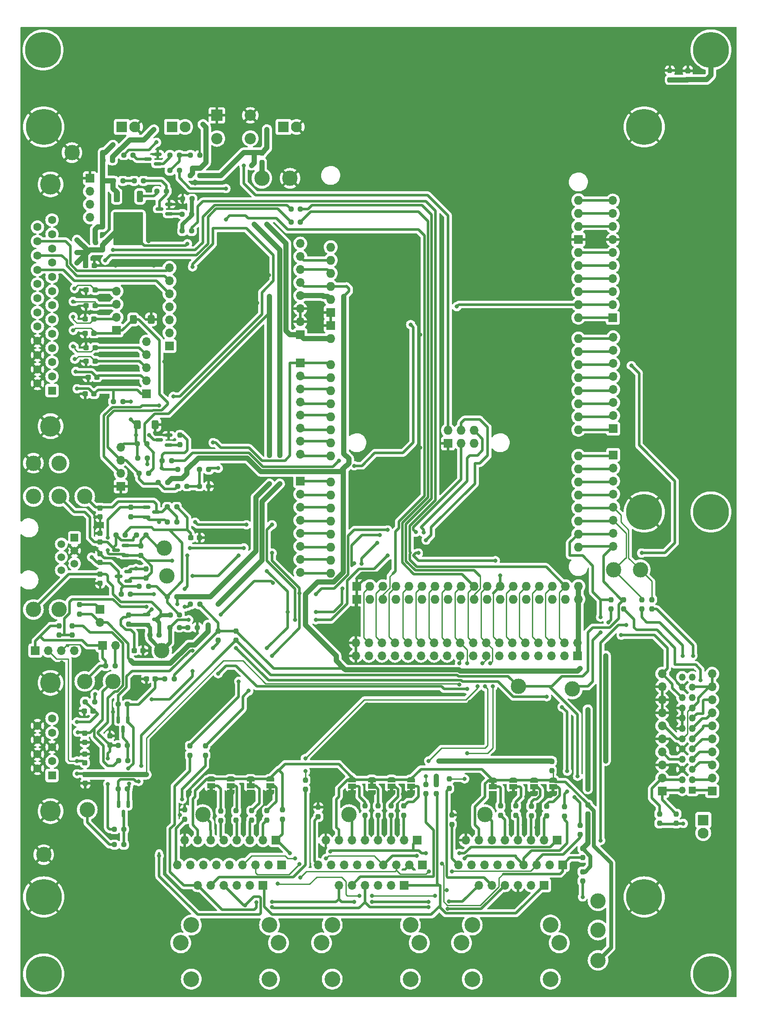
<source format=gbr>
%TF.GenerationSoftware,KiCad,Pcbnew,7.0.1*%
%TF.CreationDate,2023-08-28T22:07:00-05:00*%
%TF.ProjectId,Control v1,436f6e74-726f-46c2-9076-312e6b696361,0.1*%
%TF.SameCoordinates,Original*%
%TF.FileFunction,Copper,L1,Top*%
%TF.FilePolarity,Positive*%
%FSLAX46Y46*%
G04 Gerber Fmt 4.6, Leading zero omitted, Abs format (unit mm)*
G04 Created by KiCad (PCBNEW 7.0.1) date 2023-08-28 22:07:00*
%MOMM*%
%LPD*%
G01*
G04 APERTURE LIST*
G04 Aperture macros list*
%AMRoundRect*
0 Rectangle with rounded corners*
0 $1 Rounding radius*
0 $2 $3 $4 $5 $6 $7 $8 $9 X,Y pos of 4 corners*
0 Add a 4 corners polygon primitive as box body*
4,1,4,$2,$3,$4,$5,$6,$7,$8,$9,$2,$3,0*
0 Add four circle primitives for the rounded corners*
1,1,$1+$1,$2,$3*
1,1,$1+$1,$4,$5*
1,1,$1+$1,$6,$7*
1,1,$1+$1,$8,$9*
0 Add four rect primitives between the rounded corners*
20,1,$1+$1,$2,$3,$4,$5,0*
20,1,$1+$1,$4,$5,$6,$7,0*
20,1,$1+$1,$6,$7,$8,$9,0*
20,1,$1+$1,$8,$9,$2,$3,0*%
%AMFreePoly0*
4,1,19,0.550000,-0.750000,0.000000,-0.750000,0.000000,-0.744911,-0.071157,-0.744911,-0.207708,-0.704816,-0.327430,-0.627875,-0.420627,-0.520320,-0.479746,-0.390866,-0.500000,-0.250000,-0.500000,0.250000,-0.479746,0.390866,-0.420627,0.520320,-0.327430,0.627875,-0.207708,0.704816,-0.071157,0.744911,0.000000,0.744911,0.000000,0.750000,0.550000,0.750000,0.550000,-0.750000,0.550000,-0.750000,
$1*%
%AMFreePoly1*
4,1,19,0.000000,0.744911,0.071157,0.744911,0.207708,0.704816,0.327430,0.627875,0.420627,0.520320,0.479746,0.390866,0.500000,0.250000,0.500000,-0.250000,0.479746,-0.390866,0.420627,-0.520320,0.327430,-0.627875,0.207708,-0.704816,0.071157,-0.744911,0.000000,-0.744911,0.000000,-0.750000,-0.550000,-0.750000,-0.550000,0.750000,0.000000,0.750000,0.000000,0.744911,0.000000,0.744911,
$1*%
G04 Aperture macros list end*
%TA.AperFunction,SMDPad,CuDef*%
%ADD10RoundRect,0.237500X-0.237500X0.250000X-0.237500X-0.250000X0.237500X-0.250000X0.237500X0.250000X0*%
%TD*%
%TA.AperFunction,SMDPad,CuDef*%
%ADD11RoundRect,0.237500X0.237500X-0.250000X0.237500X0.250000X-0.237500X0.250000X-0.237500X-0.250000X0*%
%TD*%
%TA.AperFunction,SMDPad,CuDef*%
%ADD12RoundRect,0.237500X0.300000X0.237500X-0.300000X0.237500X-0.300000X-0.237500X0.300000X-0.237500X0*%
%TD*%
%TA.AperFunction,ComponentPad*%
%ADD13C,3.000000*%
%TD*%
%TA.AperFunction,SMDPad,CuDef*%
%ADD14RoundRect,0.237500X-0.250000X-0.237500X0.250000X-0.237500X0.250000X0.237500X-0.250000X0.237500X0*%
%TD*%
%TA.AperFunction,SMDPad,CuDef*%
%ADD15RoundRect,0.237500X0.250000X0.237500X-0.250000X0.237500X-0.250000X-0.237500X0.250000X-0.237500X0*%
%TD*%
%TA.AperFunction,SMDPad,CuDef*%
%ADD16RoundRect,0.150000X0.587500X0.150000X-0.587500X0.150000X-0.587500X-0.150000X0.587500X-0.150000X0*%
%TD*%
%TA.AperFunction,SMDPad,CuDef*%
%ADD17RoundRect,0.237500X-0.300000X-0.237500X0.300000X-0.237500X0.300000X0.237500X-0.300000X0.237500X0*%
%TD*%
%TA.AperFunction,ComponentPad*%
%ADD18R,1.700000X1.700000*%
%TD*%
%TA.AperFunction,ComponentPad*%
%ADD19O,1.700000X1.700000*%
%TD*%
%TA.AperFunction,SMDPad,CuDef*%
%ADD20FreePoly0,90.000000*%
%TD*%
%TA.AperFunction,SMDPad,CuDef*%
%ADD21R,1.500000X1.000000*%
%TD*%
%TA.AperFunction,SMDPad,CuDef*%
%ADD22FreePoly1,90.000000*%
%TD*%
%TA.AperFunction,ComponentPad*%
%ADD23C,0.800000*%
%TD*%
%TA.AperFunction,ComponentPad*%
%ADD24C,7.000000*%
%TD*%
%TA.AperFunction,SMDPad,CuDef*%
%ADD25RoundRect,0.237500X0.237500X-0.300000X0.237500X0.300000X-0.237500X0.300000X-0.237500X-0.300000X0*%
%TD*%
%TA.AperFunction,SMDPad,CuDef*%
%ADD26RoundRect,0.237500X-0.237500X0.300000X-0.237500X-0.300000X0.237500X-0.300000X0.237500X0.300000X0*%
%TD*%
%TA.AperFunction,SMDPad,CuDef*%
%ADD27RoundRect,0.250000X-0.400000X-0.600000X0.400000X-0.600000X0.400000X0.600000X-0.400000X0.600000X0*%
%TD*%
%TA.AperFunction,SMDPad,CuDef*%
%ADD28RoundRect,0.150000X-0.587500X-0.150000X0.587500X-0.150000X0.587500X0.150000X-0.587500X0.150000X0*%
%TD*%
%TA.AperFunction,ComponentPad*%
%ADD29R,2.100000X2.100000*%
%TD*%
%TA.AperFunction,ComponentPad*%
%ADD30C,2.100000*%
%TD*%
%TA.AperFunction,SMDPad,CuDef*%
%ADD31RoundRect,0.250000X-0.350000X0.850000X-0.350000X-0.850000X0.350000X-0.850000X0.350000X0.850000X0*%
%TD*%
%TA.AperFunction,SMDPad,CuDef*%
%ADD32RoundRect,0.250000X-1.125000X1.275000X-1.125000X-1.275000X1.125000X-1.275000X1.125000X1.275000X0*%
%TD*%
%TA.AperFunction,SMDPad,CuDef*%
%ADD33RoundRect,0.249997X-2.650003X2.950003X-2.650003X-2.950003X2.650003X-2.950003X2.650003X2.950003X0*%
%TD*%
%TA.AperFunction,ComponentPad*%
%ADD34C,3.048000*%
%TD*%
%TA.AperFunction,ComponentPad*%
%ADD35O,1.727200X1.727200*%
%TD*%
%TA.AperFunction,ComponentPad*%
%ADD36R,1.727200X1.727200*%
%TD*%
%TA.AperFunction,SMDPad,CuDef*%
%ADD37FreePoly0,270.000000*%
%TD*%
%TA.AperFunction,SMDPad,CuDef*%
%ADD38FreePoly1,270.000000*%
%TD*%
%TA.AperFunction,ComponentPad*%
%ADD39C,4.000000*%
%TD*%
%TA.AperFunction,ComponentPad*%
%ADD40R,1.600000X1.600000*%
%TD*%
%TA.AperFunction,ComponentPad*%
%ADD41C,1.600000*%
%TD*%
%TA.AperFunction,SMDPad,CuDef*%
%ADD42RoundRect,0.150000X-0.150000X0.587500X-0.150000X-0.587500X0.150000X-0.587500X0.150000X0.587500X0*%
%TD*%
%TA.AperFunction,ComponentPad*%
%ADD43R,1.520000X1.520000*%
%TD*%
%TA.AperFunction,ComponentPad*%
%ADD44C,1.520000*%
%TD*%
%TA.AperFunction,ComponentPad*%
%ADD45R,1.350000X1.350000*%
%TD*%
%TA.AperFunction,ComponentPad*%
%ADD46O,1.350000X1.350000*%
%TD*%
%TA.AperFunction,ComponentPad*%
%ADD47R,2.200000X2.200000*%
%TD*%
%TA.AperFunction,ComponentPad*%
%ADD48C,2.200000*%
%TD*%
%TA.AperFunction,ViaPad*%
%ADD49C,0.800000*%
%TD*%
%TA.AperFunction,Conductor*%
%ADD50C,0.250000*%
%TD*%
%TA.AperFunction,Conductor*%
%ADD51C,0.500000*%
%TD*%
%TA.AperFunction,Conductor*%
%ADD52C,0.750000*%
%TD*%
%TA.AperFunction,Conductor*%
%ADD53C,1.000000*%
%TD*%
G04 APERTURE END LIST*
%TA.AperFunction,EtchedComponent*%
%TO.C,JP3*%
G36*
X150800000Y-184450000D02*
G01*
X150200000Y-184450000D01*
X150200000Y-183950000D01*
X150800000Y-183950000D01*
X150800000Y-184450000D01*
G37*
%TD.AperFunction*%
%TA.AperFunction,EtchedComponent*%
%TO.C,JP5*%
G36*
X115400000Y-184350000D02*
G01*
X114800000Y-184350000D01*
X114800000Y-183850000D01*
X115400000Y-183850000D01*
X115400000Y-184350000D01*
G37*
%TD.AperFunction*%
%TA.AperFunction,EtchedComponent*%
%TO.C,JP7*%
G36*
X123070000Y-184350000D02*
G01*
X122470000Y-184350000D01*
X122470000Y-183850000D01*
X123070000Y-183850000D01*
X123070000Y-184350000D01*
G37*
%TD.AperFunction*%
%TA.AperFunction,EtchedComponent*%
%TO.C,JP2*%
G36*
X146800000Y-184450000D02*
G01*
X146200000Y-184450000D01*
X146200000Y-183950000D01*
X146800000Y-183950000D01*
X146800000Y-184450000D01*
G37*
%TD.AperFunction*%
%TA.AperFunction,EtchedComponent*%
%TO.C,JP1*%
G36*
X142800000Y-183150000D02*
G01*
X142200000Y-183150000D01*
X142200000Y-182650000D01*
X142800000Y-182650000D01*
X142800000Y-183150000D01*
G37*
%TD.AperFunction*%
%TA.AperFunction,EtchedComponent*%
%TO.C,JP6*%
G36*
X119235000Y-183050000D02*
G01*
X118635000Y-183050000D01*
X118635000Y-182550000D01*
X119235000Y-182550000D01*
X119235000Y-183050000D01*
G37*
%TD.AperFunction*%
%TA.AperFunction,EtchedComponent*%
%TO.C,JP8*%
G36*
X126905000Y-184350000D02*
G01*
X126305000Y-184350000D01*
X126305000Y-183850000D01*
X126905000Y-183850000D01*
X126905000Y-184350000D01*
G37*
%TD.AperFunction*%
%TA.AperFunction,EtchedComponent*%
%TO.C,JP4*%
G36*
X154550000Y-184450000D02*
G01*
X153950000Y-184450000D01*
X153950000Y-183950000D01*
X154550000Y-183950000D01*
X154550000Y-184450000D01*
G37*
%TD.AperFunction*%
%TA.AperFunction,EtchedComponent*%
%TO.C,JP11*%
G36*
X87935000Y-184235520D02*
G01*
X87335000Y-184235520D01*
X87335000Y-183735520D01*
X87935000Y-183735520D01*
X87935000Y-184235520D01*
G37*
%TD.AperFunction*%
%TA.AperFunction,EtchedComponent*%
%TO.C,JP12*%
G36*
X91770000Y-184235520D02*
G01*
X91170000Y-184235520D01*
X91170000Y-183735520D01*
X91770000Y-183735520D01*
X91770000Y-184235520D01*
G37*
%TD.AperFunction*%
%TA.AperFunction,EtchedComponent*%
%TO.C,JP14*%
G36*
X99440000Y-184235520D02*
G01*
X98840000Y-184235520D01*
X98840000Y-183735520D01*
X99440000Y-183735520D01*
X99440000Y-184235520D01*
G37*
%TD.AperFunction*%
%TA.AperFunction,EtchedComponent*%
%TO.C,JP13*%
G36*
X95605000Y-182935520D02*
G01*
X95005000Y-182935520D01*
X95005000Y-182435520D01*
X95605000Y-182435520D01*
X95605000Y-182935520D01*
G37*
%TD.AperFunction*%
%TD*%
D10*
%TO.P,R29,1*%
%TO.N,Net-(JP11-C)*%
X89470000Y-188298020D03*
%TO.P,R29,2*%
%TO.N,Net-(JP15-Pad5)*%
X89470000Y-190123020D03*
%TD*%
D11*
%TO.P,R78,1*%
%TO.N,SDA*%
X89000000Y-155000000D03*
%TO.P,R78,2*%
%TO.N,+3.3V*%
X89000000Y-153175000D03*
%TD*%
D12*
%TO.P,C3,1*%
%TO.N,/Blower controller/TachFan4*%
X65000000Y-86750000D03*
%TO.P,C3,2*%
%TO.N,GND*%
X63275000Y-86750000D03*
%TD*%
D13*
%TO.P,TP18,1,1*%
%TO.N,/I2C_LevelShift/SCL_5V*%
X63500000Y-188000000D03*
%TD*%
%TO.P,SPI_SCK1,1,1*%
%TO.N,SPI_SCK*%
X79000000Y-142500000D03*
%TD*%
D14*
%TO.P,R71,1*%
%TO.N,/I2C_LevelShift/SCL_5V*%
X68787500Y-194812500D03*
%TO.P,R71,2*%
%TO.N,Net-(Q9-D)*%
X70612500Y-194812500D03*
%TD*%
D11*
%TO.P,R65,1*%
%TO.N,/SPI_ControllerLevel_Shifter/+3V3Local*%
X73937500Y-138462500D03*
%TO.P,R65,2*%
%TO.N,COPI*%
X73937500Y-136637500D03*
%TD*%
D15*
%TO.P,R35,1*%
%TO.N,+5V*%
X75412500Y-122500000D03*
%TO.P,R35,2*%
%TO.N,/Blower controller/TachFan1*%
X73587500Y-122500000D03*
%TD*%
%TO.P,R48,1*%
%TO.N,Net-(Q4-D)*%
X72412500Y-60500000D03*
%TO.P,R48,2*%
%TO.N,/SSR Interface/Heater_SSR_Low*%
X70587500Y-60500000D03*
%TD*%
D16*
%TO.P,Q7,1,G*%
%TO.N,/SPI_ControllerLevel_Shifter/+3V3Local*%
X71467500Y-143500000D03*
%TO.P,Q7,2,S*%
%TO.N,SPI_SCK*%
X71467500Y-141600000D03*
%TO.P,Q7,3,D*%
%TO.N,/SPI_ControllerLevel_Shifter/C_SCK*%
X69592500Y-142550000D03*
%TD*%
D10*
%TO.P,R22,1*%
%TO.N,Net-(JP1-C)*%
X144000000Y-187287500D03*
%TO.P,R22,2*%
%TO.N,Net-(JP9-Pin_5)*%
X144000000Y-189112500D03*
%TD*%
D17*
%TO.P,C4,1*%
%TO.N,/Blower controller/Switched_Fan_Power*%
X63137500Y-82000000D03*
%TO.P,C4,2*%
%TO.N,GND*%
X64862500Y-82000000D03*
%TD*%
D18*
%TO.P,J5,1,Pin_1*%
%TO.N,BLOWER_TACH*%
X105000000Y-101000000D03*
D19*
%TO.P,J5,2,Pin_2*%
%TO.N,Net-(J5-Pin_2)*%
X105000000Y-103540000D03*
%TO.P,J5,3,Pin_3*%
%TO.N,Net-(J5-Pin_3)*%
X105000000Y-106080000D03*
%TO.P,J5,4,Pin_4*%
%TO.N,Net-(J5-Pin_4)*%
X105000000Y-108620000D03*
%TO.P,J5,5,Pin_5*%
%TO.N,Net-(J5-Pin_5)*%
X105000000Y-111160000D03*
%TO.P,J5,6,Pin_6*%
%TO.N,Net-(J5-Pin_6)*%
X105000000Y-113700000D03*
%TO.P,J5,7,Pin_7*%
%TO.N,Net-(J5-Pin_7)*%
X105000000Y-116240000D03*
%TO.P,J5,8,Pin_8*%
%TO.N,Net-(J5-Pin_8)*%
X105000000Y-118780000D03*
%TD*%
D11*
%TO.P,R83,1*%
%TO.N,ONE_WIRE_TC*%
X101500000Y-189862500D03*
%TO.P,R83,2*%
%TO.N,/Thermocouple Amplifier with 1-Wire Breakout Board - MAX31850K/+VccMAX31850*%
X101500000Y-188037500D03*
%TD*%
%TO.P,R64,1*%
%TO.N,/SPI_ControllerLevel_Shifter/+3V3Local*%
X74900000Y-142910000D03*
%TO.P,R64,2*%
%TO.N,SPI_SCK*%
X74900000Y-141085000D03*
%TD*%
%TO.P,R82,1*%
%TO.N,+3.3V*%
X161000000Y-188862500D03*
%TO.P,R82,2*%
%TO.N,/Thermocouple Amplifier with 1-Wire Breakout Board - MAX31850K/+VccMAX31850*%
X161000000Y-187037500D03*
%TD*%
D10*
%TO.P,R24,1*%
%TO.N,Net-(JP6-C)*%
X120140000Y-187262500D03*
%TO.P,R24,2*%
%TO.N,Net-(JP10-Pad4)*%
X120140000Y-189087500D03*
%TD*%
%TO.P,R87,1*%
%TO.N,GND*%
X82500000Y-188037500D03*
%TO.P,R87,2*%
%TO.N,Net-(JP21-Pad9)*%
X82500000Y-189862500D03*
%TD*%
D15*
%TO.P,R50,1*%
%TO.N,+5V*%
X80912500Y-146500000D03*
%TO.P,R50,2*%
%TO.N,/SPI_ControllerLevel_Shifter/+5VLocal*%
X79087500Y-146500000D03*
%TD*%
D14*
%TO.P,R44,1*%
%TO.N,Net-(R39-Pad2)*%
X72612500Y-65500000D03*
%TO.P,R44,2*%
%TO.N,Net-(Q3-D)*%
X74437500Y-65500000D03*
%TD*%
D13*
%TO.P,D_PSU_RX1,1,1*%
%TO.N,/D_PSU_RX*%
X166000000Y-141300000D03*
%TD*%
D10*
%TO.P,R26,1*%
%TO.N,Net-(JP14-C)*%
X98500000Y-188210520D03*
%TO.P,R26,2*%
%TO.N,Net-(JP15-Pad2)*%
X98500000Y-190035520D03*
%TD*%
D20*
%TO.P,JP3,1,A*%
%TO.N,GND*%
X150500000Y-184850000D03*
D21*
%TO.P,JP3,2,C*%
%TO.N,Net-(JP3-C)*%
X150500000Y-183550000D03*
D22*
%TO.P,JP3,3,B*%
%TO.N,/Thermocouple Amplifier with 1-Wire Breakout Board - MAX31850K/+VccMAX31850*%
X150500000Y-182250000D03*
%TD*%
D23*
%TO.P,ISO4,1,1*%
%TO.N,Net-(C22-Pad2)*%
X182375000Y-220000000D03*
X183143845Y-218143845D03*
X183143845Y-221856155D03*
X185000000Y-217375000D03*
D24*
X185000000Y-220000000D03*
D23*
X185000000Y-222625000D03*
X186856155Y-218143845D03*
X186856155Y-221856155D03*
X187625000Y-220000000D03*
%TD*%
D15*
%TO.P,R57,1*%
%TO.N,/SPI_ControllerLevel_Shifter/+5VLocal*%
X75412500Y-144500000D03*
%TO.P,R57,2*%
%TO.N,/SPI_ControllerLevel_Shifter/C_SCK*%
X73587500Y-144500000D03*
%TD*%
D10*
%TO.P,R73,1*%
%TO.N,/I2C_LevelShift/+5VLocal*%
X60510000Y-152175000D03*
%TO.P,R73,2*%
%TO.N,+5V*%
X60510000Y-154000000D03*
%TD*%
D13*
%TO.P,TP12,1,1*%
%TO.N,/SPI_ControllerLevel_Shifter/ControllerVcc*%
X58000000Y-149000000D03*
%TD*%
D10*
%TO.P,R1,1*%
%TO.N,TC_nCS3*%
X106000000Y-182237500D03*
%TO.P,R1,2*%
%TO.N,/Thermocouple Amplifier SPI Interface breakout board - MAX31855 /nCS_3*%
X106000000Y-184062500D03*
%TD*%
D14*
%TO.P,R72,1*%
%TO.N,/I2C_LevelShift/SDA_5V*%
X69587500Y-178456250D03*
%TO.P,R72,2*%
%TO.N,Net-(Q10-D)*%
X71412500Y-178456250D03*
%TD*%
D10*
%TO.P,R7,1*%
%TO.N,TC_nCS1*%
X134000000Y-182037500D03*
%TO.P,R7,2*%
%TO.N,/Thermocouple Amplifier SPI Interface breakout board - MAX31855 /nCS_1*%
X134000000Y-183862500D03*
%TD*%
%TO.P,R86,1*%
%TO.N,GND*%
X108500000Y-187537500D03*
%TO.P,R86,2*%
%TO.N,Net-(JP20-Pad9)*%
X108500000Y-189362500D03*
%TD*%
%TO.P,R16,1*%
%TO.N,SCL*%
X168000000Y-147087500D03*
%TO.P,R16,2*%
%TO.N,/PS_SCL*%
X168000000Y-148912500D03*
%TD*%
D15*
%TO.P,R42,1*%
%TO.N,/Blower controller/FAN1_FG*%
X82912500Y-125000000D03*
%TO.P,R42,2*%
%TO.N,/Blower controller/TachFan1*%
X81087500Y-125000000D03*
%TD*%
D16*
%TO.P,Q8,1,G*%
%TO.N,/SPI_ControllerLevel_Shifter/+3V3Local*%
X70937500Y-138450000D03*
%TO.P,Q8,2,S*%
%TO.N,COPI*%
X70937500Y-136550000D03*
%TO.P,Q8,3,D*%
%TO.N,/SPI_ControllerLevel_Shifter/COPI*%
X69062500Y-137500000D03*
%TD*%
D14*
%TO.P,R43,1*%
%TO.N,/Blower controller/FAN1_FG*%
X85337500Y-125000000D03*
%TO.P,R43,2*%
%TO.N,GND*%
X87162500Y-125000000D03*
%TD*%
%TO.P,R52,1*%
%TO.N,/SPI_ControllerLevel_Shifter/C_SCK*%
X70087500Y-146000000D03*
%TO.P,R52,2*%
%TO.N,SPI_SCK*%
X71912500Y-146000000D03*
%TD*%
D10*
%TO.P,R3,1*%
%TO.N,TC_nCS2*%
X129500000Y-183087500D03*
%TO.P,R3,2*%
%TO.N,/Thermocouple Amplifier SPI Interface breakout board - MAX31855 /nCS_2*%
X129500000Y-184912500D03*
%TD*%
D14*
%TO.P,R10,1*%
%TO.N,/Blower controller/FAN_POWER*%
X82000000Y-75250000D03*
%TO.P,R10,2*%
%TO.N,BLOWER_ENABLE*%
X83825000Y-75250000D03*
%TD*%
D18*
%TO.P,J24,1,Pin_1*%
%TO.N,/I2C_LevelShift/I2C_VCC*%
X53380000Y-157000000D03*
D19*
%TO.P,J24,2,Pin_2*%
%TO.N,/I2C_LevelShift/SCL_5V*%
X55920000Y-157000000D03*
%TO.P,J24,3,Pin_3*%
%TO.N,GND*%
X58460000Y-157000000D03*
%TO.P,J24,4,Pin_4*%
%TO.N,/I2C_LevelShift/SDA_5V*%
X61000000Y-157000000D03*
%TD*%
D13*
%TO.P,TP6,1,1*%
%TO.N,Net-(JP9-Pin_6)*%
X141000000Y-188950000D03*
%TD*%
D25*
%TO.P,C19,1*%
%TO.N,/I2C_LevelShift/+5VLocal*%
X67868750Y-175362500D03*
%TO.P,C19,2*%
%TO.N,GND*%
X67868750Y-173637500D03*
%TD*%
D18*
%TO.P,J6,1,Pin_1*%
%TO.N,D0*%
X165940000Y-113780000D03*
D19*
%TO.P,J6,2,Pin_2*%
%TO.N,D1*%
X165940000Y-111240000D03*
%TO.P,J6,3,Pin_3*%
%TO.N,Net-(J6-Pin_3)*%
X165940000Y-108700000D03*
%TO.P,J6,4,Pin_4*%
%TO.N,Net-(J6-Pin_4)*%
X165940000Y-106160000D03*
%TO.P,J6,5,Pin_5*%
%TO.N,Net-(A1-D4_CS1)*%
X165940000Y-103620000D03*
%TO.P,J6,6,Pin_6*%
%TO.N,ONE_WIRE_TC*%
X165940000Y-101080000D03*
%TO.P,J6,7,Pin_7*%
%TO.N,Net-(J6-Pin_7)*%
X165940000Y-98540000D03*
%TO.P,J6,8,Pin_8*%
%TO.N,Net-(J6-Pin_8)*%
X165940000Y-96000000D03*
%TD*%
D18*
%TO.P,J4,1,Pin_1*%
%TO.N,Net-(J4-Pin_1)*%
X105000000Y-124000000D03*
D19*
%TO.P,J4,2,Pin_2*%
%TO.N,Net-(J4-Pin_2)*%
X105000000Y-126540000D03*
%TO.P,J4,3,Pin_3*%
%TO.N,Net-(J4-Pin_3)*%
X105000000Y-129080000D03*
%TO.P,J4,4,Pin_4*%
%TO.N,Net-(J4-Pin_4)*%
X105000000Y-131620000D03*
%TO.P,J4,5,Pin_5*%
%TO.N,DAC0*%
X105000000Y-134160000D03*
%TO.P,J4,6,Pin_6*%
%TO.N,DAC1*%
X105000000Y-136700000D03*
%TO.P,J4,7,Pin_7*%
%TO.N,CANR*%
X105000000Y-139240000D03*
%TO.P,J4,8,Pin_8*%
%TO.N,CANT*%
X105000000Y-141780000D03*
%TD*%
D15*
%TO.P,R66,1*%
%TO.N,+3.3V*%
X80412500Y-162500000D03*
%TO.P,R66,2*%
%TO.N,/I2C_LevelShift/+3V3Local*%
X78587500Y-162500000D03*
%TD*%
D23*
%TO.P,ISO5,1,1*%
%TO.N,Net-(C22-Pad2)*%
X182375000Y-130000000D03*
X183143845Y-128143845D03*
X183143845Y-131856155D03*
X185000000Y-127375000D03*
D24*
X185000000Y-130000000D03*
D23*
X185000000Y-132625000D03*
X186856155Y-128143845D03*
X186856155Y-131856155D03*
X187625000Y-130000000D03*
%TD*%
D18*
%TO.P,J17,1,Pin_1*%
%TO.N,/Blower controller/PWMFan1*%
X75000000Y-107000000D03*
D19*
%TO.P,J17,2,Pin_2*%
%TO.N,/Blower controller/PWMFan2*%
X75000000Y-104460000D03*
%TO.P,J17,3,Pin_3*%
%TO.N,/Blower controller/PWMFan3*%
X75000000Y-101920000D03*
%TO.P,J17,4,Pin_4*%
%TO.N,/Blower controller/PWMFan4*%
X75000000Y-99380000D03*
%TO.P,J17,5,Pin_5*%
%TO.N,unconnected-(J17-Pin_5-Pad5)*%
X75000000Y-96840000D03*
%TD*%
D26*
%TO.P,C12,1*%
%TO.N,/SPI_ControllerLevel_Shifter/CIPO*%
X66000000Y-142137500D03*
%TO.P,C12,2*%
%TO.N,GND*%
X66000000Y-143862500D03*
%TD*%
D23*
%TO.P,H5,1,1*%
%TO.N,GND*%
X169375000Y-130000000D03*
X170143845Y-128143845D03*
X170143845Y-131856155D03*
X172000000Y-127375000D03*
D24*
X172000000Y-130000000D03*
D23*
X172000000Y-132625000D03*
X173856155Y-128143845D03*
X173856155Y-131856155D03*
X174625000Y-130000000D03*
%TD*%
D12*
%TO.P,C10,1*%
%TO.N,/Blower controller/PWMFan3*%
X65000000Y-100600000D03*
%TO.P,C10,2*%
%TO.N,GND*%
X63275000Y-100600000D03*
%TD*%
D27*
%TO.P,D2,1,K*%
%TO.N,/Blower controller/TachFan1*%
X72440000Y-92500000D03*
%TO.P,D2,2,A*%
%TO.N,GND*%
X75940000Y-92500000D03*
%TD*%
D15*
%TO.P,R63,1*%
%TO.N,GND*%
X84912500Y-152500000D03*
%TO.P,R63,2*%
%TO.N,Net-(R60-Pad1)*%
X83087500Y-152500000D03*
%TD*%
D10*
%TO.P,R74,1*%
%TO.N,/I2C_LevelShift/I2C_VCC*%
X58000000Y-152175000D03*
%TO.P,R74,2*%
%TO.N,+5V*%
X58000000Y-154000000D03*
%TD*%
D13*
%TO.P,TP11,1,1*%
%TO.N,GND*%
X53000000Y-120500000D03*
%TD*%
D28*
%TO.P,Q6,1,G*%
%TO.N,/SPI_ControllerLevel_Shifter/+3V3Local*%
X75000000Y-150000000D03*
%TO.P,Q6,2,S*%
%TO.N,CIPO*%
X75000000Y-151900000D03*
%TO.P,Q6,3,D*%
%TO.N,/SPI_ControllerLevel_Shifter/CIPO*%
X76875000Y-150950000D03*
%TD*%
D10*
%TO.P,R28,1*%
%TO.N,Net-(JP12-C)*%
X92500000Y-188210520D03*
%TO.P,R28,2*%
%TO.N,Net-(JP15-Pad4)*%
X92500000Y-190035520D03*
%TD*%
D18*
%TO.P,J8,1,Pin_1*%
%TO.N,5VHead*%
X159000000Y-158000000D03*
D19*
%TO.P,J8,2,Pin_2*%
X159000000Y-155460000D03*
%TO.P,J8,3,Pin_3*%
%TO.N,D23*%
X156460000Y-158000000D03*
%TO.P,J8,4,Pin_4*%
%TO.N,BLOWER_ENABLE*%
X156460000Y-155460000D03*
%TO.P,J8,5,Pin_5*%
%TO.N,D25*%
X153920000Y-158000000D03*
%TO.P,J8,6,Pin_6*%
%TO.N,Net-(J8-Pin_6)*%
X153920000Y-155460000D03*
%TO.P,J8,7,Pin_7*%
%TO.N,D27*%
X151380000Y-158000000D03*
%TO.P,J8,8,Pin_8*%
%TO.N,Net-(J8-Pin_8)*%
X151380000Y-155460000D03*
%TO.P,J8,9,Pin_9*%
%TO.N,D29*%
X148840000Y-158000000D03*
%TO.P,J8,10,Pin_10*%
%TO.N,Net-(J8-Pin_10)*%
X148840000Y-155460000D03*
%TO.P,J8,11,Pin_11*%
%TO.N,D31*%
X146300000Y-158000000D03*
%TO.P,J8,12,Pin_12*%
%TO.N,Net-(J8-Pin_12)*%
X146300000Y-155460000D03*
%TO.P,J8,13,Pin_13*%
%TO.N,TC_nCS1*%
X143760000Y-158000000D03*
%TO.P,J8,14,Pin_14*%
%TO.N,D32*%
X143760000Y-155460000D03*
%TO.P,J8,15,Pin_15*%
%TO.N,TC_nCS3*%
X141220000Y-158000000D03*
%TO.P,J8,16,Pin_16*%
%TO.N,TC_nCS2*%
X141220000Y-155460000D03*
%TO.P,J8,17,Pin_17*%
%TO.N,D37*%
X138680000Y-158000000D03*
%TO.P,J8,18,Pin_18*%
%TO.N,LOOPBACK13*%
X138680000Y-155460000D03*
%TO.P,J8,19,Pin_19*%
%TO.N,D39*%
X136140000Y-158000000D03*
%TO.P,J8,20,Pin_20*%
%TO.N,D38*%
X136140000Y-155460000D03*
%TO.P,J8,21,Pin_21*%
%TO.N,D41*%
X133600000Y-158000000D03*
%TO.P,J8,22,Pin_22*%
%TO.N,D40*%
X133600000Y-155460000D03*
%TO.P,J8,23,Pin_23*%
%TO.N,D43*%
X131060000Y-158000000D03*
%TO.P,J8,24,Pin_24*%
%TO.N,D42*%
X131060000Y-155460000D03*
%TO.P,J8,25,Pin_25*%
%TO.N,D45*%
X128520000Y-158000000D03*
%TO.P,J8,26,Pin_26*%
%TO.N,D44*%
X128520000Y-155460000D03*
%TO.P,J8,27,Pin_27*%
%TO.N,D47*%
X125980000Y-158000000D03*
%TO.P,J8,28,Pin_28*%
%TO.N,D46*%
X125980000Y-155460000D03*
%TO.P,J8,29,Pin_29*%
%TO.N,D49*%
X123440000Y-158000000D03*
%TO.P,J8,30,Pin_30*%
%TO.N,D48*%
X123440000Y-155460000D03*
%TO.P,J8,31,Pin_31*%
%TO.N,D51*%
X120900000Y-158000000D03*
%TO.P,J8,32,Pin_32*%
%TO.N,D50*%
X120900000Y-155460000D03*
%TO.P,J8,33,Pin_33*%
%TO.N,D53*%
X118360000Y-158000000D03*
%TO.P,J8,34,Pin_34*%
%TO.N,D52*%
X118360000Y-155460000D03*
%TO.P,J8,35,Pin_35*%
%TO.N,GND*%
X115820000Y-158000000D03*
%TO.P,J8,36,Pin_36*%
X115820000Y-155460000D03*
%TD*%
D14*
%TO.P,R70,1*%
%TO.N,/I2C_LevelShift/+5VLocal*%
X69500000Y-175456250D03*
%TO.P,R70,2*%
%TO.N,Net-(Q10-D)*%
X71325000Y-175456250D03*
%TD*%
D29*
%TO.P,J13,1,Pin_1*%
%TO.N,/SSR Interface/Heater_SSR_High*%
X80000000Y-55000000D03*
D30*
%TO.P,J13,2,Pin_2*%
%TO.N,/SSR Interface/Heater_SSR_Low*%
X82540000Y-55000000D03*
%TD*%
D31*
%TO.P,Q2,1,G*%
%TO.N,Net-(Q2-G)*%
X73780000Y-68525000D03*
D32*
%TO.P,Q2,2,D*%
%TO.N,/Blower controller/Switched_Fan_Power*%
X73025000Y-73150000D03*
X69975000Y-73150000D03*
D33*
X71500000Y-74825000D03*
D32*
X73025000Y-76500000D03*
X69975000Y-76500000D03*
D31*
%TO.P,Q2,3,S*%
%TO.N,+24V*%
X69220000Y-68525000D03*
%TD*%
D13*
%TO.P,D_PSU_TX1,1,1*%
%TO.N,/D_PSU_TX*%
X171250000Y-141250000D03*
%TD*%
D18*
%TO.P,J14,1,Pin_1*%
%TO.N,/VS+*%
X185250000Y-184380000D03*
D19*
%TO.P,J14,2,Pin_2*%
%TO.N,/VS-*%
X185250000Y-181840000D03*
%TO.P,J14,3,Pin_3*%
%TO.N,/POK*%
X185250000Y-179300000D03*
%TO.P,J14,4,Pin_4*%
%TO.N,/PAR*%
X185250000Y-176760000D03*
%TO.P,J14,5,Pin_5*%
%TO.N,/EN-*%
X185250000Y-174220000D03*
%TO.P,J14,6,Pin_6*%
%TO.N,/EN+*%
X185250000Y-171680000D03*
%TO.P,J14,7,Pin_7*%
%TO.N,/ACI*%
X185250000Y-169140000D03*
%TO.P,J14,8,Pin_8*%
%TO.N,/VCI*%
X185250000Y-166600000D03*
%TO.P,J14,9,Pin_9*%
%TO.N,/AUX*%
X185250000Y-164060000D03*
%TO.P,J14,10,Pin_10*%
X185250000Y-161520000D03*
%TD*%
D23*
%TO.P,H2,1,1*%
%TO.N,GND*%
X52375000Y-205000000D03*
X53143845Y-203143845D03*
X53143845Y-206856155D03*
X55000000Y-202375000D03*
D24*
X55000000Y-205000000D03*
D23*
X55000000Y-207625000D03*
X56856155Y-203143845D03*
X56856155Y-206856155D03*
X57625000Y-205000000D03*
%TD*%
D14*
%TO.P,R88,1*%
%TO.N,+24V*%
X66587500Y-61500000D03*
%TO.P,R88,2*%
%TO.N,/SSR Interface/Heater_SSR_High*%
X68412500Y-61500000D03*
%TD*%
D16*
%TO.P,Q4,1,G*%
%TO.N,Net-(Q4-G)*%
X77187500Y-62200000D03*
%TO.P,Q4,2,S*%
%TO.N,GND*%
X77187500Y-60300000D03*
%TO.P,Q4,3,D*%
%TO.N,Net-(Q4-D)*%
X75312500Y-61250000D03*
%TD*%
D20*
%TO.P,JP5,1,A*%
%TO.N,GND*%
X115100000Y-184750000D03*
D21*
%TO.P,JP5,2,C*%
%TO.N,Net-(JP5-C)*%
X115100000Y-183450000D03*
D22*
%TO.P,JP5,3,B*%
%TO.N,/Thermocouple Amplifier with 1-Wire Breakout Board - MAX31850K/+VccMAX31850*%
X115100000Y-182150000D03*
%TD*%
D14*
%TO.P,R12,1*%
%TO.N,/Blower controller/nFAN1_PWM*%
X78087500Y-120000000D03*
%TO.P,R12,2*%
%TO.N,nFAN1_PWM*%
X79912500Y-120000000D03*
%TD*%
%TO.P,R33,1*%
%TO.N,/Blower controller/PWMFan1*%
X68587500Y-108500000D03*
%TO.P,R33,2*%
%TO.N,Net-(D1-K)*%
X70412500Y-108500000D03*
%TD*%
D12*
%TO.P,C5,1*%
%TO.N,/Blower controller/TachFan3*%
X65000000Y-89800000D03*
%TO.P,C5,2*%
%TO.N,GND*%
X63275000Y-89800000D03*
%TD*%
D18*
%TO.P,JP10,1,1*%
%TO.N,ONE_WIRE_TC*%
X127725000Y-193950000D03*
D19*
%TO.P,JP10,2,2*%
%TO.N,Net-(JP10-Pad2)*%
X125185000Y-193950000D03*
%TO.P,JP10,3,3*%
%TO.N,Net-(JP10-Pad3)*%
X122645000Y-193950000D03*
%TO.P,JP10,4,4*%
%TO.N,Net-(JP10-Pad4)*%
X120105000Y-193950000D03*
%TO.P,JP10,5,5*%
%TO.N,Net-(JP10-Pad5)*%
X117565000Y-193950000D03*
%TO.P,JP10,6,6*%
%TO.N,Net-(JP10-Pad6)*%
X115025000Y-193950000D03*
%TO.P,JP10,7,7*%
%TO.N,/Thermocouple Amplifier with 1-Wire Breakout Board - MAX31850K/+VccMAX31850*%
X112485000Y-193950000D03*
%TO.P,JP10,8,8*%
%TO.N,GND*%
X109945000Y-193950000D03*
D34*
%TO.P,JP10,9*%
%TO.N,N/C*%
X126455000Y-210460000D03*
%TO.P,JP10,10*%
X111215000Y-210460000D03*
%TD*%
D25*
%TO.P,C13,1*%
%TO.N,/SPI_ControllerLevel_Shifter/C_SCK*%
X66000000Y-139862500D03*
%TO.P,C13,2*%
%TO.N,GND*%
X66000000Y-138137500D03*
%TD*%
D26*
%TO.P,C22,1*%
%TO.N,GND*%
X180500000Y-44050000D03*
%TO.P,C22,2*%
%TO.N,Net-(C22-Pad2)*%
X180500000Y-45775000D03*
%TD*%
D20*
%TO.P,JP7,1,A*%
%TO.N,GND*%
X122770000Y-184750000D03*
D21*
%TO.P,JP7,2,C*%
%TO.N,Net-(JP7-C)*%
X122770000Y-183450000D03*
D22*
%TO.P,JP7,3,B*%
%TO.N,/Thermocouple Amplifier with 1-Wire Breakout Board - MAX31850K/+VccMAX31850*%
X122770000Y-182150000D03*
%TD*%
D11*
%TO.P,R79,1*%
%TO.N,/VS+*%
X175000000Y-190662500D03*
%TO.P,R79,2*%
%TO.N,/VO-*%
X175000000Y-188837500D03*
%TD*%
D13*
%TO.P,SCL1,1,1*%
%TO.N,SCL*%
X147500000Y-164000000D03*
%TD*%
D23*
%TO.P,H3,1,1*%
%TO.N,GND*%
X169375000Y-55000000D03*
X170143845Y-53143845D03*
X170143845Y-56856155D03*
X172000000Y-52375000D03*
D24*
X172000000Y-55000000D03*
D23*
X172000000Y-57625000D03*
X173856155Y-53143845D03*
X173856155Y-56856155D03*
X174625000Y-55000000D03*
%TD*%
D20*
%TO.P,JP2,1,A*%
%TO.N,GND*%
X146500000Y-184850000D03*
D21*
%TO.P,JP2,2,C*%
%TO.N,Net-(JP2-C)*%
X146500000Y-183550000D03*
D22*
%TO.P,JP2,3,B*%
%TO.N,/Thermocouple Amplifier with 1-Wire Breakout Board - MAX31850K/+VccMAX31850*%
X146500000Y-182250000D03*
%TD*%
D15*
%TO.P,R59,1*%
%TO.N,+3.3V*%
X85412500Y-148000000D03*
%TO.P,R59,2*%
%TO.N,/SPI_ControllerLevel_Shifter/+3V3Local*%
X83587500Y-148000000D03*
%TD*%
D18*
%TO.P,J19,1,Pin_1*%
%TO.N,Net-(J15-P18)*%
X79500000Y-97660000D03*
D19*
%TO.P,J19,2,Pin_2*%
%TO.N,Net-(J15-P19)*%
X79500000Y-95120000D03*
%TO.P,J19,3,Pin_3*%
%TO.N,Net-(J15-P20)*%
X79500000Y-92580000D03*
%TO.P,J19,4,Pin_4*%
%TO.N,Net-(J15-P21)*%
X79500000Y-90040000D03*
%TO.P,J19,5,Pin_5*%
%TO.N,Net-(J15-P22)*%
X79500000Y-87500000D03*
%TO.P,J19,6,Pin_6*%
%TO.N,Net-(J15-P23)*%
X79500000Y-84960000D03*
%TO.P,J19,7,Pin_7*%
%TO.N,Net-(J15-P24)*%
X79500000Y-82420000D03*
%TD*%
D11*
%TO.P,R13,1*%
%TO.N,/PS_SDA*%
X165500000Y-148912500D03*
%TO.P,R13,2*%
%TO.N,SDA*%
X165500000Y-147087500D03*
%TD*%
D16*
%TO.P,Q1,1,G*%
%TO.N,Net-(Q1-G)*%
X79375000Y-116950000D03*
%TO.P,Q1,2,S*%
%TO.N,GND*%
X79375000Y-115050000D03*
%TO.P,Q1,3,D*%
%TO.N,Net-(D1-K)*%
X77500000Y-116000000D03*
%TD*%
D35*
%TO.P,A1,*%
%TO.N,*%
X110920000Y-78420000D03*
%TO.P,A1,3V3,3.3V*%
%TO.N,+3.3V*%
X110920000Y-86040000D03*
%TO.P,A1,5V1,5V*%
%TO.N,+5V*%
X110920000Y-88580000D03*
%TO.P,A1,5V2,SPI_5V*%
%TO.N,unconnected-(A1-SPI_5V-Pad5V2)*%
X138860000Y-116647000D03*
%TO.P,A1,5V3,5V*%
%TO.N,5VHead*%
X159180000Y-144460000D03*
%TO.P,A1,5V4,5V*%
X159180000Y-147000000D03*
%TO.P,A1,A0,A0*%
%TO.N,BLOWER_TACH*%
X110920000Y-101280000D03*
%TO.P,A1,A1,A1*%
%TO.N,Net-(J5-Pin_2)*%
X110920000Y-103820000D03*
%TO.P,A1,A2,A2*%
%TO.N,Net-(J5-Pin_3)*%
X110920000Y-106360000D03*
%TO.P,A1,A3,A3*%
%TO.N,Net-(J5-Pin_4)*%
X110920000Y-108900000D03*
%TO.P,A1,A4,A4*%
%TO.N,Net-(J5-Pin_5)*%
X110920000Y-111440000D03*
%TO.P,A1,A5,A5*%
%TO.N,Net-(J5-Pin_6)*%
X110920000Y-113980000D03*
%TO.P,A1,A6,A6*%
%TO.N,Net-(J5-Pin_7)*%
X110920000Y-116520000D03*
%TO.P,A1,A7,A7*%
%TO.N,Net-(J5-Pin_8)*%
X110920000Y-119060000D03*
%TO.P,A1,A8,A8*%
%TO.N,Net-(J4-Pin_1)*%
X110920000Y-124140000D03*
%TO.P,A1,A9,A9*%
%TO.N,Net-(J4-Pin_2)*%
X110920000Y-126680000D03*
%TO.P,A1,A10,A10*%
%TO.N,Net-(J4-Pin_3)*%
X110920000Y-129220000D03*
%TO.P,A1,A11,A11*%
%TO.N,Net-(J4-Pin_4)*%
X110920000Y-131760000D03*
%TO.P,A1,AREF,AREF*%
%TO.N,AREF*%
X159180000Y-74356000D03*
%TO.P,A1,CANR,CANRX*%
%TO.N,CANR*%
X110920000Y-139380000D03*
%TO.P,A1,CANT,CANTX*%
%TO.N,CANT*%
X110920000Y-141920000D03*
%TO.P,A1,D0,D0/RX0*%
%TO.N,D0*%
X159180000Y-113980000D03*
%TO.P,A1,D1,D1/TX0*%
%TO.N,D1*%
X159180000Y-111440000D03*
%TO.P,A1,D2,D2*%
%TO.N,Net-(J6-Pin_3)*%
X159180000Y-108900000D03*
%TO.P,A1,D3,D3*%
%TO.N,Net-(J6-Pin_4)*%
X159180000Y-106360000D03*
%TO.P,A1,D4,D4_CS1*%
%TO.N,Net-(A1-D4_CS1)*%
X159180000Y-103820000D03*
%TO.P,A1,D5,D5*%
%TO.N,ONE_WIRE_TC*%
X159180000Y-101280000D03*
%TO.P,A1,D6,D6*%
%TO.N,Net-(J6-Pin_7)*%
X159180000Y-98740000D03*
%TO.P,A1,D7,D7*%
%TO.N,Net-(J6-Pin_8)*%
X159180000Y-96200000D03*
%TO.P,A1,D8,D8*%
%TO.N,Net-(J7-Pin_1)*%
X159180000Y-92136000D03*
%TO.P,A1,D9,D9*%
%TO.N,nFAN1_PWM*%
X159180000Y-89596000D03*
%TO.P,A1,D10,D10_CS0*%
%TO.N,Net-(A1-D10_CS0)*%
X159180000Y-87056000D03*
%TO.P,A1,D11,D11*%
%TO.N,Net-(J7-Pin_4)*%
X159180000Y-84516000D03*
%TO.P,A1,D12,D12*%
%TO.N,Net-(J7-Pin_5)*%
X159180000Y-81976000D03*
%TO.P,A1,D13,D13*%
%TO.N,Net-(J7-Pin_6)*%
X159180000Y-79436000D03*
%TO.P,A1,D14,D14/TX3*%
%TO.N,Net-(A1-D14{slash}TX3)*%
X159180000Y-119060000D03*
%TO.P,A1,D15,D15/RX3*%
%TO.N,Net-(A1-D15{slash}RX3)*%
X159180000Y-121600000D03*
%TO.P,A1,D16,D16/TX2*%
%TO.N,Net-(A1-D16{slash}TX2)*%
X159180000Y-124140000D03*
%TO.P,A1,D17,D17/RX2*%
%TO.N,Net-(A1-D17{slash}RX2)*%
X159180000Y-126680000D03*
%TO.P,A1,D18,D18/TX1*%
%TO.N,/D_PSU_TX*%
X159180000Y-129220000D03*
%TO.P,A1,D19,D19/RX1*%
%TO.N,/D_PSU_RX*%
X159180000Y-131760000D03*
%TO.P,A1,D20,D20/SDA*%
%TO.N,SDA*%
X159180000Y-134300000D03*
%TO.P,A1,D21,D21/SCL*%
%TO.N,SCL*%
X159180000Y-136840000D03*
%TO.P,A1,D22,D22*%
%TO.N,BLOWER_ENABLE*%
X156640000Y-144460000D03*
%TO.P,A1,D23,D23*%
%TO.N,D23*%
X156640000Y-147000000D03*
%TO.P,A1,D24,D24*%
%TO.N,Net-(J8-Pin_6)*%
X154100000Y-144460000D03*
%TO.P,A1,D25,D25*%
%TO.N,D25*%
X154100000Y-147000000D03*
%TO.P,A1,D26,D26*%
%TO.N,Net-(J8-Pin_8)*%
X151560000Y-144460000D03*
%TO.P,A1,D27,D27*%
%TO.N,D27*%
X151560000Y-147000000D03*
%TO.P,A1,D28,D28*%
%TO.N,Net-(J8-Pin_10)*%
X149020000Y-144460000D03*
%TO.P,A1,D29,D29*%
%TO.N,D29*%
X149020000Y-147000000D03*
%TO.P,A1,D30,D30*%
%TO.N,Net-(J8-Pin_12)*%
X146480000Y-144460000D03*
%TO.P,A1,D31,D31*%
%TO.N,D31*%
X146480000Y-147000000D03*
%TO.P,A1,D32,D32*%
%TO.N,D32*%
X143940000Y-144460000D03*
%TO.P,A1,D33,D33*%
%TO.N,TC_nCS1*%
X143940000Y-147000000D03*
%TO.P,A1,D34,D34*%
%TO.N,TC_nCS2*%
X141400000Y-144460000D03*
%TO.P,A1,D35,D35*%
%TO.N,TC_nCS3*%
X141400000Y-147000000D03*
%TO.P,A1,D36,D36*%
%TO.N,LOOPBACK13*%
X138860000Y-144460000D03*
%TO.P,A1,D37,D37*%
%TO.N,D37*%
X138860000Y-147000000D03*
%TO.P,A1,D38,D38*%
%TO.N,D38*%
X136320000Y-144460000D03*
%TO.P,A1,D39,D39*%
%TO.N,D39*%
X136320000Y-147000000D03*
%TO.P,A1,D40,D40*%
%TO.N,D40*%
X133780000Y-144460000D03*
%TO.P,A1,D41,D41*%
%TO.N,D41*%
X133780000Y-147000000D03*
%TO.P,A1,D42,D42*%
%TO.N,D42*%
X131240000Y-144460000D03*
%TO.P,A1,D43,D43*%
%TO.N,D43*%
X131240000Y-147000000D03*
%TO.P,A1,D44,D44*%
%TO.N,D44*%
X128700000Y-144460000D03*
%TO.P,A1,D45,D45*%
%TO.N,D45*%
X128700000Y-147000000D03*
%TO.P,A1,D46,D46*%
%TO.N,D46*%
X126160000Y-144460000D03*
%TO.P,A1,D47,D47*%
%TO.N,D47*%
X126160000Y-147000000D03*
%TO.P,A1,D48,D48*%
%TO.N,D48*%
X123620000Y-144460000D03*
%TO.P,A1,D49,D49*%
%TO.N,D49*%
X123620000Y-147000000D03*
%TO.P,A1,D50,D50*%
%TO.N,D50*%
X121080000Y-144460000D03*
%TO.P,A1,D51,D51*%
%TO.N,D51*%
X121080000Y-147000000D03*
%TO.P,A1,D52,D52_CS2*%
%TO.N,D52*%
X118540000Y-144460000D03*
%TO.P,A1,D53,D53*%
%TO.N,D53*%
X118540000Y-147000000D03*
%TO.P,A1,DAC0,DAC0*%
%TO.N,DAC0*%
X110920000Y-134300000D03*
%TO.P,A1,DAC1,DAC1*%
%TO.N,DAC1*%
X110920000Y-136840000D03*
D36*
%TO.P,A1,GND1,GND*%
%TO.N,GND*%
X159180000Y-76896000D03*
%TO.P,A1,GND2,GND*%
X110920000Y-91120000D03*
%TO.P,A1,GND3,GND*%
X110920000Y-93660000D03*
%TO.P,A1,GND4,SPI_GND*%
X133780000Y-116647000D03*
%TO.P,A1,GND5,GND*%
X116000000Y-144460000D03*
%TO.P,A1,GND6,GND*%
X116000000Y-147000000D03*
D35*
%TO.P,A1,IORF,IOREF*%
%TO.N,Net-(A1-IOREF)*%
X110920000Y-80960000D03*
%TO.P,A1,MISO,SPI_MISO*%
%TO.N,CIPO*%
X138860000Y-114107000D03*
%TO.P,A1,MOSI,SPI_MOSI*%
%TO.N,COPI*%
X136320000Y-116647000D03*
%TO.P,A1,RST1,RESET*%
%TO.N,Net-(A1-RESET)*%
X110920000Y-83500000D03*
%TO.P,A1,RST2,SPI_RESET*%
%TO.N,SPI_nRST*%
X133780000Y-114107000D03*
%TO.P,A1,SCK,SPI_SCK*%
%TO.N,SPI_SCK*%
X136320000Y-114107000D03*
%TO.P,A1,SCL1,SCL1*%
%TO.N,SCL1*%
X159180000Y-69276000D03*
%TO.P,A1,SDA1,SDA1*%
%TO.N,SDA1*%
X159180000Y-71816000D03*
%TO.P,A1,VIN,VIN*%
%TO.N,Net-(J3-Pin_1)*%
X110920000Y-96200000D03*
%TD*%
D13*
%TO.P,TP14,1,1*%
%TO.N,/SPI_ControllerLevel_Shifter/C_SCK*%
X53000000Y-127000000D03*
%TD*%
D18*
%TO.P,J22,1*%
%TO.N,/SPI_ControllerLevel_Shifter/ControllerVcc*%
X66000000Y-149000000D03*
D19*
%TO.P,J22,2*%
%TO.N,+12V*%
X66000000Y-151540000D03*
%TD*%
D37*
%TO.P,JP1,1,A*%
%TO.N,/Thermocouple Amplifier with 1-Wire Breakout Board - MAX31850K/+VccMAX31850*%
X142500000Y-182250000D03*
D21*
%TO.P,JP1,2,C*%
%TO.N,Net-(JP1-C)*%
X142500000Y-183550000D03*
D38*
%TO.P,JP1,3,B*%
%TO.N,GND*%
X142500000Y-184850000D03*
%TD*%
D13*
%TO.P,COPI1,1,1*%
%TO.N,COPI*%
X78500000Y-137000000D03*
%TD*%
D18*
%TO.P,J18,1,Pin_1*%
%TO.N,GND*%
X64000000Y-65000000D03*
D19*
%TO.P,J18,2,Pin_2*%
%TO.N,unconnected-(J18-Pin_2-Pad2)*%
X64000000Y-67540000D03*
%TO.P,J18,3,Pin_3*%
%TO.N,/Blower controller/LOOPBACK25*%
X64000000Y-70080000D03*
%TO.P,J18,4,Pin_4*%
%TO.N,/Blower controller/LOOPBACK13*%
X64000000Y-72620000D03*
%TD*%
D10*
%TO.P,R5,1*%
%TO.N,SPI_SCK*%
X83500000Y-175587500D03*
%TO.P,R5,2*%
%TO.N,/Thermocouple Amplifier SPI Interface breakout board - MAX31855 /SCK*%
X83500000Y-177412500D03*
%TD*%
D18*
%TO.P,JP15,1,1*%
%TO.N,ONE_WIRE_TC*%
X100280000Y-193950000D03*
D19*
%TO.P,JP15,2,2*%
%TO.N,Net-(JP15-Pad2)*%
X97740000Y-193950000D03*
%TO.P,JP15,3,3*%
%TO.N,Net-(JP15-Pad3)*%
X95200000Y-193950000D03*
%TO.P,JP15,4,4*%
%TO.N,Net-(JP15-Pad4)*%
X92660000Y-193950000D03*
%TO.P,JP15,5,5*%
%TO.N,Net-(JP15-Pad5)*%
X90120000Y-193950000D03*
%TO.P,JP15,6,6*%
%TO.N,Net-(JP15-Pad6)*%
X87580000Y-193950000D03*
%TO.P,JP15,7,7*%
%TO.N,/Thermocouple Amplifier with 1-Wire Breakout Board - MAX31850K/+VccMAX31850*%
X85040000Y-193950000D03*
%TO.P,JP15,8,8*%
%TO.N,GND*%
X82500000Y-193950000D03*
D34*
%TO.P,JP15,9*%
%TO.N,N/C*%
X99010000Y-210460000D03*
%TO.P,JP15,10*%
X83770000Y-210460000D03*
%TD*%
D13*
%TO.P,TP16,1,1*%
%TO.N,/SPI_ControllerLevel_Shifter/nCS*%
X63000000Y-127000000D03*
%TD*%
D11*
%TO.P,R77,1*%
%TO.N,SCL*%
X92500000Y-155000000D03*
%TO.P,R77,2*%
%TO.N,+3.3V*%
X92500000Y-153175000D03*
%TD*%
D13*
%TO.P,TP7,1,1*%
%TO.N,Net-(JP10-Pad6)*%
X114500000Y-188950000D03*
%TD*%
D14*
%TO.P,R90,1*%
%TO.N,+24V*%
X65087500Y-77500000D03*
%TO.P,R90,2*%
%TO.N,/Blower controller/Switched_Fan_Power*%
X66912500Y-77500000D03*
%TD*%
D15*
%TO.P,R60,1*%
%TO.N,Net-(R60-Pad1)*%
X81412500Y-152500000D03*
%TO.P,R60,2*%
%TO.N,CIPO*%
X79587500Y-152500000D03*
%TD*%
D10*
%TO.P,R32,1*%
%TO.N,GND*%
X177000000Y-44000000D03*
%TO.P,R32,2*%
%TO.N,Net-(C22-Pad2)*%
X177000000Y-45825000D03*
%TD*%
D13*
%TO.P,TP13,1,1*%
%TO.N,/SPI_ControllerLevel_Shifter/CIPO*%
X53000000Y-149000000D03*
%TD*%
D14*
%TO.P,R69,1*%
%TO.N,/I2C_LevelShift/+5VLocal*%
X68787500Y-191812500D03*
%TO.P,R69,2*%
%TO.N,Net-(Q9-D)*%
X70612500Y-191812500D03*
%TD*%
D10*
%TO.P,R6,1*%
%TO.N,COPI*%
X86500000Y-175587500D03*
%TO.P,R6,2*%
%TO.N,/Thermocouple Amplifier SPI Interface breakout board - MAX31855 /DO*%
X86500000Y-177412500D03*
%TD*%
%TO.P,R17,1*%
%TO.N,5VHead*%
X154000000Y-178587500D03*
%TO.P,R17,2*%
%TO.N,/Thermocouple Amplifier with 1-Wire Breakout Board - MAX31850K/+VccMAX31850*%
X154000000Y-180412500D03*
%TD*%
D15*
%TO.P,R58,1*%
%TO.N,/SPI_ControllerLevel_Shifter/+5VLocal*%
X70912500Y-134500000D03*
%TO.P,R58,2*%
%TO.N,/SPI_ControllerLevel_Shifter/COPI*%
X69087500Y-134500000D03*
%TD*%
D13*
%TO.P,TP9,1,1*%
%TO.N,/Thermocouple Amplifier SPI Interface breakout board - MAX31855 /+VccMAX31855*%
X163000000Y-211450000D03*
%TD*%
%TO.P,TP4,1,1*%
%TO.N,GND*%
X60500000Y-60000000D03*
%TD*%
D27*
%TO.P,D1,1,K*%
%TO.N,Net-(D1-K)*%
X73250000Y-113000000D03*
%TO.P,D1,2,A*%
%TO.N,GND*%
X76750000Y-113000000D03*
%TD*%
D37*
%TO.P,JP6,1,A*%
%TO.N,/Thermocouple Amplifier with 1-Wire Breakout Board - MAX31850K/+VccMAX31850*%
X118935000Y-182150000D03*
D21*
%TO.P,JP6,2,C*%
%TO.N,Net-(JP6-C)*%
X118935000Y-183450000D03*
D38*
%TO.P,JP6,3,B*%
%TO.N,GND*%
X118935000Y-184750000D03*
%TD*%
D10*
%TO.P,R25,1*%
%TO.N,Net-(JP5-C)*%
X117630000Y-187262500D03*
%TO.P,R25,2*%
%TO.N,Net-(JP10-Pad5)*%
X117630000Y-189087500D03*
%TD*%
D13*
%TO.P,SDA1,1,1*%
%TO.N,SDA*%
X158000000Y-164500000D03*
%TD*%
D10*
%TO.P,R21,1*%
%TO.N,Net-(JP8-C)*%
X125160000Y-187262500D03*
%TO.P,R21,2*%
%TO.N,Net-(JP10-Pad2)*%
X125160000Y-189087500D03*
%TD*%
D23*
%TO.P,ISO2,1,1*%
%TO.N,Net-(C22-Pad2)*%
X52375000Y-220000000D03*
X53143845Y-218143845D03*
X53143845Y-221856155D03*
X55000000Y-217375000D03*
D24*
X55000000Y-220000000D03*
D23*
X55000000Y-222625000D03*
X56856155Y-218143845D03*
X56856155Y-221856155D03*
X57625000Y-220000000D03*
%TD*%
D12*
%TO.P,C18,1*%
%TO.N,/I2C_LevelShift/+3V3Local*%
X76725000Y-162500000D03*
%TO.P,C18,2*%
%TO.N,GND*%
X75000000Y-162500000D03*
%TD*%
%TO.P,C2,1*%
%TO.N,Net-(C2-Pad1)*%
X64612500Y-168750000D03*
%TO.P,C2,2*%
%TO.N,GND*%
X62887500Y-168750000D03*
%TD*%
D25*
%TO.P,C14,1*%
%TO.N,/SPI_ControllerLevel_Shifter/COPI*%
X66000000Y-135862500D03*
%TO.P,C14,2*%
%TO.N,GND*%
X66000000Y-134137500D03*
%TD*%
D15*
%TO.P,R41,1*%
%TO.N,+3.3V*%
X82912500Y-121750000D03*
%TO.P,R41,2*%
%TO.N,/Blower controller/nFAN1_PWM*%
X81087500Y-121750000D03*
%TD*%
D20*
%TO.P,JP8,1,A*%
%TO.N,GND*%
X126605000Y-184750000D03*
D21*
%TO.P,JP8,2,C*%
%TO.N,Net-(JP8-C)*%
X126605000Y-183450000D03*
D22*
%TO.P,JP8,3,B*%
%TO.N,/Thermocouple Amplifier with 1-Wire Breakout Board - MAX31850K/+VccMAX31850*%
X126605000Y-182150000D03*
%TD*%
D25*
%TO.P,C20,1*%
%TO.N,/I2C_LevelShift/SCL_5V*%
X63000000Y-178862500D03*
%TO.P,C20,2*%
%TO.N,GND*%
X63000000Y-177137500D03*
%TD*%
D20*
%TO.P,JP4,1,A*%
%TO.N,GND*%
X154250000Y-184850000D03*
D21*
%TO.P,JP4,2,C*%
%TO.N,Net-(JP4-C)*%
X154250000Y-183550000D03*
D22*
%TO.P,JP4,3,B*%
%TO.N,/Thermocouple Amplifier with 1-Wire Breakout Board - MAX31850K/+VccMAX31850*%
X154250000Y-182250000D03*
%TD*%
D10*
%TO.P,R2,1*%
%TO.N,SCL*%
X159500000Y-191037500D03*
%TO.P,R2,2*%
%TO.N,/Thermocouple Amplifier I2C breakout board - MCP9600/SCL*%
X159500000Y-192862500D03*
%TD*%
%TO.P,R15,1*%
%TO.N,/D_PSU_TX*%
X173500000Y-147087500D03*
%TO.P,R15,2*%
%TO.N,/RX*%
X173500000Y-148912500D03*
%TD*%
D39*
%TO.P,J1,0,PAD*%
%TO.N,GND*%
X56325763Y-163294000D03*
X56325763Y-188294000D03*
D40*
%TO.P,J1,1,1*%
%TO.N,D39*%
X56625763Y-181334000D03*
D41*
%TO.P,J1,2,2*%
%TO.N,/I2C_LevelShift/SCL_5V*%
X56625763Y-178564000D03*
%TO.P,J1,3,3*%
%TO.N,GND*%
X56625763Y-175794000D03*
%TO.P,J1,4,4*%
%TO.N,/I2C_LevelShift/SDA_5V*%
X56625763Y-173024000D03*
%TO.P,J1,5,5*%
%TO.N,Net-(C2-Pad1)*%
X56625763Y-170254000D03*
%TO.P,J1,6,6*%
%TO.N,GND*%
X53785763Y-179949000D03*
%TO.P,J1,7,7*%
X53785763Y-177179000D03*
%TO.P,J1,8,8*%
X53785763Y-174409000D03*
%TO.P,J1,9,9*%
X53785763Y-171639000D03*
%TD*%
D42*
%TO.P,Q10,1,G*%
%TO.N,/I2C_LevelShift/+3V3Local*%
X71412500Y-170456250D03*
%TO.P,Q10,2,S*%
%TO.N,SDA*%
X69512500Y-170456250D03*
%TO.P,Q10,3,D*%
%TO.N,Net-(Q10-D)*%
X70462500Y-172331250D03*
%TD*%
D10*
%TO.P,R19,1*%
%TO.N,Net-(JP3-C)*%
X150000000Y-187337500D03*
%TO.P,R19,2*%
%TO.N,Net-(JP9-Pin_3)*%
X150000000Y-189162500D03*
%TD*%
D13*
%TO.P,TP5,1,1*%
%TO.N,/Thermocouple Amplifier with 1-Wire Breakout Board - MAX31850K/+VccMAX31850*%
X163000000Y-217350000D03*
%TD*%
D11*
%TO.P,R38,1*%
%TO.N,Net-(Q1-G)*%
X81562500Y-116862500D03*
%TO.P,R38,2*%
%TO.N,/Blower controller/nFAN1_PWM*%
X81562500Y-115037500D03*
%TD*%
D10*
%TO.P,R20,1*%
%TO.N,Net-(JP2-C)*%
X147000000Y-187287500D03*
%TO.P,R20,2*%
%TO.N,Net-(JP9-Pin_4)*%
X147000000Y-189112500D03*
%TD*%
D14*
%TO.P,R8,1*%
%TO.N,Net-(C2-Pad1)*%
X63087500Y-167000000D03*
%TO.P,R8,2*%
%TO.N,D38*%
X64912500Y-167000000D03*
%TD*%
D10*
%TO.P,R31,1*%
%TO.N,+3.3V*%
X160000000Y-195537500D03*
%TO.P,R31,2*%
%TO.N,/Thermocouple Amplifier I2C breakout board - MCP9600/+VccMCP9600*%
X160000000Y-197362500D03*
%TD*%
D43*
%TO.P,J21,1*%
%TO.N,/SPI_ControllerLevel_Shifter/nCS*%
X61000000Y-135000000D03*
D44*
%TO.P,J21,2*%
%TO.N,/SPI_ControllerLevel_Shifter/COPI*%
X58460000Y-136270000D03*
%TO.P,J21,3*%
%TO.N,GND*%
X61000000Y-137540000D03*
%TO.P,J21,4*%
%TO.N,/SPI_ControllerLevel_Shifter/C_SCK*%
X58460000Y-138810000D03*
%TO.P,J21,5*%
%TO.N,/SPI_ControllerLevel_Shifter/ControllerVcc*%
X61000000Y-140080000D03*
%TO.P,J21,6*%
%TO.N,/SPI_ControllerLevel_Shifter/CIPO*%
X58460000Y-141350000D03*
%TD*%
D15*
%TO.P,R55,1*%
%TO.N,/SPI_ControllerLevel_Shifter/nCS*%
X80912500Y-132000000D03*
%TO.P,R55,2*%
%TO.N,D32*%
X79087500Y-132000000D03*
%TD*%
D20*
%TO.P,JP11,1,A*%
%TO.N,GND*%
X87635000Y-184635520D03*
D21*
%TO.P,JP11,2,C*%
%TO.N,Net-(JP11-C)*%
X87635000Y-183335520D03*
D22*
%TO.P,JP11,3,B*%
%TO.N,/Thermocouple Amplifier with 1-Wire Breakout Board - MAX31850K/+VccMAX31850*%
X87635000Y-182035520D03*
%TD*%
D18*
%TO.P,JP20,1,1*%
%TO.N,/Thermocouple Amplifier I2C breakout board - MCP9600/+VccMCP9600*%
X128820000Y-198744000D03*
D19*
%TO.P,JP20,2,2*%
%TO.N,GND*%
X126280000Y-198744000D03*
%TO.P,JP20,3,3*%
%TO.N,/Thermocouple Amplifier I2C breakout board - MCP9600/SCL*%
X123740000Y-198744000D03*
%TO.P,JP20,4,4*%
%TO.N,/Thermocouple Amplifier I2C breakout board - MCP9600/SDA*%
X121200000Y-198744000D03*
%TO.P,JP20,5,5*%
%TO.N,unconnected-(JP20-Pad5)*%
X118660000Y-198744000D03*
%TO.P,JP20,6,6*%
%TO.N,unconnected-(JP20-Pad6)*%
X116120000Y-198744000D03*
%TO.P,JP20,7,7*%
%TO.N,unconnected-(JP20-Pad7)*%
X113580000Y-198744000D03*
%TO.P,JP20,8,8*%
%TO.N,unconnected-(JP20-Pad8)*%
X111040000Y-198744000D03*
%TO.P,JP20,9,9*%
%TO.N,Net-(JP20-Pad9)*%
X108500000Y-198744000D03*
D34*
%TO.P,JP20,10*%
%TO.N,N/C*%
X128185000Y-213933200D03*
%TO.P,JP20,11*%
X109135000Y-213933200D03*
%TD*%
D23*
%TO.P,H1,1,1*%
%TO.N,GND*%
X52375000Y-55000000D03*
X53143845Y-53143845D03*
X53143845Y-56856155D03*
X55000000Y-52375000D03*
D24*
X55000000Y-55000000D03*
D23*
X55000000Y-57625000D03*
X56856155Y-53143845D03*
X56856155Y-56856155D03*
X57625000Y-55000000D03*
%TD*%
D15*
%TO.P,R56,1*%
%TO.N,/SPI_ControllerLevel_Shifter/+5VLocal*%
X81480000Y-150040000D03*
%TO.P,R56,2*%
%TO.N,/SPI_ControllerLevel_Shifter/CIPO*%
X79655000Y-150040000D03*
%TD*%
D20*
%TO.P,JP12,1,A*%
%TO.N,GND*%
X91470000Y-184635520D03*
D21*
%TO.P,JP12,2,C*%
%TO.N,Net-(JP12-C)*%
X91470000Y-183335520D03*
D22*
%TO.P,JP12,3,B*%
%TO.N,/Thermocouple Amplifier with 1-Wire Breakout Board - MAX31850K/+VccMAX31850*%
X91470000Y-182035520D03*
%TD*%
D14*
%TO.P,R81,1*%
%TO.N,/SSR Interface/Heater*%
X83587500Y-60500000D03*
%TO.P,R81,2*%
%TO.N,GND*%
X85412500Y-60500000D03*
%TD*%
D10*
%TO.P,R61,1*%
%TO.N,/SPI_ControllerLevel_Shifter/+3V3Local*%
X72000000Y-129087500D03*
%TO.P,R61,2*%
%TO.N,D32*%
X72000000Y-130912500D03*
%TD*%
%TO.P,R30,1*%
%TO.N,5VHead*%
X131500000Y-183087500D03*
%TO.P,R30,2*%
%TO.N,/Thermocouple Amplifier SPI Interface breakout board - MAX31855 /+VccMAX31855*%
X131500000Y-184912500D03*
%TD*%
D18*
%TO.P,J3,1,Pin_1*%
%TO.N,Net-(J3-Pin_1)*%
X105000000Y-95500000D03*
D19*
%TO.P,J3,2,Pin_2*%
%TO.N,GND*%
X105000000Y-92960000D03*
%TO.P,J3,3,Pin_3*%
X105000000Y-90420000D03*
%TO.P,J3,4,Pin_4*%
%TO.N,+5V*%
X105000000Y-87880000D03*
%TO.P,J3,5,Pin_5*%
%TO.N,+3.3V*%
X105000000Y-85340000D03*
%TO.P,J3,6,Pin_6*%
%TO.N,Net-(A1-RESET)*%
X105000000Y-82800000D03*
%TO.P,J3,7,Pin_7*%
%TO.N,Net-(A1-IOREF)*%
X105000000Y-80260000D03*
%TO.P,J3,8,Pin_8*%
%TO.N,unconnected-(J3-Pin_8-Pad8)*%
X105000000Y-77720000D03*
%TD*%
D14*
%TO.P,R53,1*%
%TO.N,/SPI_ControllerLevel_Shifter/COPI*%
X73087500Y-134500000D03*
%TO.P,R53,2*%
%TO.N,COPI*%
X74912500Y-134500000D03*
%TD*%
D15*
%TO.P,R34,1*%
%TO.N,/Blower controller/nFAN1_PWM*%
X75187500Y-119550000D03*
%TO.P,R34,2*%
%TO.N,Net-(D1-K)*%
X73362500Y-119550000D03*
%TD*%
D13*
%TO.P,TP17,1,1*%
%TO.N,/I2C_LevelShift/I2C_VCC*%
X63000000Y-163000000D03*
%TD*%
D15*
%TO.P,R9,1*%
%TO.N,D51*%
X81412500Y-63500000D03*
%TO.P,R9,2*%
%TO.N,/SSR Interface/Heater*%
X79587500Y-63500000D03*
%TD*%
%TO.P,R89,1*%
%TO.N,+12V*%
X85412500Y-64500000D03*
%TO.P,R89,2*%
%TO.N,/SSR Interface/Heater_SSR_High*%
X83587500Y-64500000D03*
%TD*%
D29*
%TO.P,J25,1,Pin_1*%
%TO.N,/VS+*%
X183500000Y-190000000D03*
D30*
%TO.P,J25,2,Pin_2*%
%TO.N,/VS-*%
X183500000Y-192540000D03*
%TD*%
D15*
%TO.P,R54,1*%
%TO.N,/SPI_ControllerLevel_Shifter/+5VLocal*%
X80912500Y-129000000D03*
%TO.P,R54,2*%
%TO.N,/SPI_ControllerLevel_Shifter/nCS*%
X79087500Y-129000000D03*
%TD*%
D12*
%TO.P,C7,1*%
%TO.N,/Blower controller/TachFan1*%
X64800000Y-95200000D03*
%TO.P,C7,2*%
%TO.N,GND*%
X63075000Y-95200000D03*
%TD*%
D13*
%TO.P,CIPO1,1,1*%
%TO.N,CIPO*%
X78000000Y-157000000D03*
%TD*%
D45*
%TO.P,J10,1,Pin_1*%
%TO.N,/VS+*%
X181400000Y-184170000D03*
D46*
%TO.P,J10,2,Pin_2*%
%TO.N,/VO+*%
X179400000Y-184170000D03*
%TO.P,J10,3,Pin_3*%
%TO.N,/VS-*%
X181400000Y-182170000D03*
%TO.P,J10,4,Pin_4*%
%TO.N,/VO-*%
X179400000Y-182170000D03*
%TO.P,J10,5,Pin_5*%
%TO.N,/POK*%
X181400000Y-180170000D03*
%TO.P,J10,6,Pin_6*%
%TO.N,GND*%
X179400000Y-180170000D03*
%TO.P,J10,7,Pin_7*%
%TO.N,/PAR*%
X181400000Y-178170000D03*
%TO.P,J10,8,Pin_8*%
%TO.N,/VSET*%
X179400000Y-178170000D03*
%TO.P,J10,9,Pin_9*%
%TO.N,/EN-*%
X181400000Y-176170000D03*
%TO.P,J10,10,Pin_10*%
%TO.N,GND*%
X179400000Y-176170000D03*
%TO.P,J10,11,Pin_11*%
%TO.N,/EN+*%
X181400000Y-174170000D03*
%TO.P,J10,12,Pin_12*%
%TO.N,/AUX*%
X179400000Y-174170000D03*
%TO.P,J10,13,Pin_13*%
%TO.N,/ACI*%
X181400000Y-172170000D03*
%TO.P,J10,14,Pin_14*%
%TO.N,GND*%
X179400000Y-172170000D03*
%TO.P,J10,15,Pin_15*%
%TO.N,/VCI*%
X181400000Y-170170000D03*
%TO.P,J10,16,Pin_16*%
%TO.N,GND*%
X179400000Y-170170000D03*
%TO.P,J10,17,Pin_17*%
%TO.N,/AUX*%
X181400000Y-168170000D03*
%TO.P,J10,18,Pin_18*%
%TO.N,GND*%
X179400000Y-168170000D03*
%TO.P,J10,19,Pin_19*%
%TO.N,/PS_SCL*%
X181400000Y-166170000D03*
%TO.P,J10,20,Pin_20*%
%TO.N,/PS_SDA*%
X179400000Y-166170000D03*
%TO.P,J10,21,Pin_21*%
%TO.N,/AUX*%
X181400000Y-164170000D03*
%TO.P,J10,22,Pin_22*%
%TO.N,GND*%
X179400000Y-164170000D03*
%TO.P,J10,23,Pin_23*%
%TO.N,/RX*%
X181400000Y-162170000D03*
%TO.P,J10,24,Pin_24*%
%TO.N,/TX*%
X179400000Y-162170000D03*
%TD*%
D18*
%TO.P,J2,1,Pin_1*%
%TO.N,Net-(A1-D14{slash}TX3)*%
X165940000Y-118880000D03*
D19*
%TO.P,J2,2,Pin_2*%
%TO.N,Net-(A1-D15{slash}RX3)*%
X165940000Y-121420000D03*
%TO.P,J2,3,Pin_3*%
%TO.N,Net-(A1-D16{slash}TX2)*%
X165940000Y-123960000D03*
%TO.P,J2,4,Pin_4*%
%TO.N,Net-(A1-D17{slash}RX2)*%
X165940000Y-126500000D03*
%TO.P,J2,5,Pin_5*%
%TO.N,/D_PSU_TX*%
X165940000Y-129040000D03*
%TO.P,J2,6,Pin_6*%
%TO.N,/D_PSU_RX*%
X165940000Y-131580000D03*
%TO.P,J2,7,Pin_7*%
%TO.N,SDA*%
X165940000Y-134120000D03*
%TO.P,J2,8,Pin_8*%
%TO.N,SCL*%
X165940000Y-136660000D03*
%TD*%
D10*
%TO.P,R49,1*%
%TO.N,/SPI_ControllerLevel_Shifter/ControllerVcc*%
X62000000Y-148087500D03*
%TO.P,R49,2*%
%TO.N,+12V*%
X62000000Y-149912500D03*
%TD*%
D18*
%TO.P,JP9,1,Pin_1*%
%TO.N,ONE_WIRE_TC*%
X155000000Y-193950000D03*
D19*
%TO.P,JP9,2,Pin_2*%
%TO.N,Net-(JP9-Pin_2)*%
X152460000Y-193950000D03*
%TO.P,JP9,3,Pin_3*%
%TO.N,Net-(JP9-Pin_3)*%
X149920000Y-193950000D03*
%TO.P,JP9,4,Pin_4*%
%TO.N,Net-(JP9-Pin_4)*%
X147380000Y-193950000D03*
%TO.P,JP9,5,Pin_5*%
%TO.N,Net-(JP9-Pin_5)*%
X144840000Y-193950000D03*
%TO.P,JP9,6,Pin_6*%
%TO.N,Net-(JP9-Pin_6)*%
X142300000Y-193950000D03*
%TO.P,JP9,7,Pin_7*%
%TO.N,/Thermocouple Amplifier with 1-Wire Breakout Board - MAX31850K/+VccMAX31850*%
X139760000Y-193950000D03*
%TO.P,JP9,8,Pin_8*%
%TO.N,GND*%
X137220000Y-193950000D03*
D34*
%TO.P,JP9,9*%
%TO.N,N/C*%
X153730000Y-210460000D03*
%TO.P,JP9,10*%
X138490000Y-210460000D03*
%TD*%
D18*
%TO.P,J16,1,Pin_1*%
%TO.N,/Blower controller/TachFan1*%
X69190000Y-94620000D03*
D19*
%TO.P,J16,2,Pin_2*%
%TO.N,/Blower controller/TachFan2*%
X69190000Y-92080000D03*
%TO.P,J16,3,Pin_3*%
%TO.N,/Blower controller/TachFan3*%
X69190000Y-89540000D03*
%TO.P,J16,4,Pin_4*%
%TO.N,/Blower controller/TachFan4*%
X69190000Y-87000000D03*
%TD*%
D18*
%TO.P,JP16,1,1*%
%TO.N,/Thermocouple Amplifier SPI Interface breakout board - MAX31855 /+VccMAX31855*%
X152460000Y-202712000D03*
D19*
%TO.P,JP16,2,2*%
%TO.N,unconnected-(JP16-Pad2)*%
X149920000Y-202712000D03*
%TO.P,JP16,3,3*%
%TO.N,GND*%
X147380000Y-202712000D03*
%TO.P,JP16,4,4*%
%TO.N,/Thermocouple Amplifier SPI Interface breakout board - MAX31855 /DO*%
X144840000Y-202712000D03*
%TO.P,JP16,5,5*%
%TO.N,/Thermocouple Amplifier SPI Interface breakout board - MAX31855 /nCS_1*%
X142300000Y-202712000D03*
%TO.P,JP16,6,6*%
%TO.N,/Thermocouple Amplifier SPI Interface breakout board - MAX31855 /SCK*%
X139760000Y-202712000D03*
D34*
%TO.P,JP16,8*%
%TO.N,N/C*%
X153730000Y-221000000D03*
%TO.P,JP16,9*%
X138490000Y-221000000D03*
%TD*%
D26*
%TO.P,C1,1*%
%TO.N,D39*%
X63100000Y-181137500D03*
%TO.P,C1,2*%
%TO.N,GND*%
X63100000Y-182862500D03*
%TD*%
D13*
%TO.P,TP15,1,1*%
%TO.N,/SPI_ControllerLevel_Shifter/COPI*%
X58000000Y-127000000D03*
%TD*%
D10*
%TO.P,R62,1*%
%TO.N,/SPI_ControllerLevel_Shifter/+3V3Local*%
X71567500Y-150040000D03*
%TO.P,R62,2*%
%TO.N,CIPO*%
X71567500Y-151865000D03*
%TD*%
D29*
%TO.P,J11,1,Pin_1*%
%TO.N,+12V*%
X101730000Y-55000000D03*
D30*
%TO.P,J11,2,Pin_2*%
%TO.N,GND*%
X104270000Y-55000000D03*
%TD*%
D12*
%TO.P,C8,1*%
%TO.N,/Blower controller/PWMFan1*%
X64800000Y-107000000D03*
%TO.P,C8,2*%
%TO.N,GND*%
X63075000Y-107000000D03*
%TD*%
D15*
%TO.P,R67,1*%
%TO.N,/I2C_LevelShift/+3V3Local*%
X71325000Y-183912500D03*
%TO.P,R67,2*%
%TO.N,SCL*%
X69500000Y-183912500D03*
%TD*%
D23*
%TO.P,ISO1,1,1*%
%TO.N,Net-(C22-Pad2)*%
X52250000Y-40000000D03*
X53018845Y-38143845D03*
X53018845Y-41856155D03*
X54875000Y-37375000D03*
D24*
X54875000Y-40000000D03*
D23*
X54875000Y-42625000D03*
X56731155Y-38143845D03*
X56731155Y-41856155D03*
X57500000Y-40000000D03*
%TD*%
D26*
%TO.P,C15,1*%
%TO.N,/SPI_ControllerLevel_Shifter/nCS*%
X66000000Y-129237500D03*
%TO.P,C15,2*%
%TO.N,GND*%
X66000000Y-130962500D03*
%TD*%
D18*
%TO.P,J23,1*%
%TO.N,/I2C_LevelShift/I2C_VCC*%
X66460000Y-156000000D03*
D19*
%TO.P,J23,2*%
%TO.N,+12V*%
X69000000Y-156000000D03*
%TD*%
D14*
%TO.P,R37,1*%
%TO.N,/Blower controller/TachFan1*%
X77337500Y-124250000D03*
%TO.P,R37,2*%
%TO.N,+3.3V*%
X79162500Y-124250000D03*
%TD*%
D11*
%TO.P,R14,1*%
%TO.N,/TX*%
X171500000Y-148912500D03*
%TO.P,R14,2*%
%TO.N,/D_PSU_RX*%
X171500000Y-147087500D03*
%TD*%
D20*
%TO.P,JP14,1,A*%
%TO.N,GND*%
X99140000Y-184635520D03*
D21*
%TO.P,JP14,2,C*%
%TO.N,Net-(JP14-C)*%
X99140000Y-183335520D03*
D22*
%TO.P,JP14,3,B*%
%TO.N,/Thermocouple Amplifier with 1-Wire Breakout Board - MAX31850K/+VccMAX31850*%
X99140000Y-182035520D03*
%TD*%
D18*
%TO.P,J20,1,Pin_1*%
%TO.N,GND*%
X70000000Y-125000000D03*
D19*
%TO.P,J20,2,Pin_2*%
%TO.N,/Blower controller/Switched_Fan_Power*%
X70000000Y-122460000D03*
%TO.P,J20,3,Pin_3*%
%TO.N,/Blower controller/TachFan1*%
X70000000Y-119920000D03*
%TO.P,J20,4,Pin_4*%
%TO.N,Net-(D1-K)*%
X70000000Y-117380000D03*
%TD*%
D10*
%TO.P,R27,1*%
%TO.N,Net-(JP13-C)*%
X95500000Y-188210520D03*
%TO.P,R27,2*%
%TO.N,Net-(JP15-Pad3)*%
X95500000Y-190035520D03*
%TD*%
D18*
%TO.P,JP17,1,1*%
%TO.N,/Thermocouple Amplifier SPI Interface breakout board - MAX31855 /+VccMAX31855*%
X125185000Y-202712000D03*
D19*
%TO.P,JP17,2,2*%
%TO.N,unconnected-(JP17-Pad2)*%
X122645000Y-202712000D03*
%TO.P,JP17,3,3*%
%TO.N,GND*%
X120105000Y-202712000D03*
%TO.P,JP17,4,4*%
%TO.N,/Thermocouple Amplifier SPI Interface breakout board - MAX31855 /DO*%
X117565000Y-202712000D03*
%TO.P,JP17,5,5*%
%TO.N,/Thermocouple Amplifier SPI Interface breakout board - MAX31855 /nCS_2*%
X115025000Y-202712000D03*
%TO.P,JP17,6,6*%
%TO.N,/Thermocouple Amplifier SPI Interface breakout board - MAX31855 /SCK*%
X112485000Y-202712000D03*
D34*
%TO.P,JP17,8*%
%TO.N,N/C*%
X126455000Y-221000000D03*
%TO.P,JP17,9*%
X111215000Y-221000000D03*
%TD*%
D18*
%TO.P,JP18,1,1*%
%TO.N,/Thermocouple Amplifier SPI Interface breakout board - MAX31855 /+VccMAX31855*%
X97740000Y-202712000D03*
D19*
%TO.P,JP18,2,2*%
%TO.N,unconnected-(JP18-Pad2)*%
X95200000Y-202712000D03*
%TO.P,JP18,3,3*%
%TO.N,GND*%
X92660000Y-202712000D03*
%TO.P,JP18,4,4*%
%TO.N,/Thermocouple Amplifier SPI Interface breakout board - MAX31855 /DO*%
X90120000Y-202712000D03*
%TO.P,JP18,5,5*%
%TO.N,/Thermocouple Amplifier SPI Interface breakout board - MAX31855 /nCS_3*%
X87580000Y-202712000D03*
%TO.P,JP18,6,6*%
%TO.N,/Thermocouple Amplifier SPI Interface breakout board - MAX31855 /SCK*%
X85040000Y-202712000D03*
D34*
%TO.P,JP18,8*%
%TO.N,N/C*%
X99010000Y-221000000D03*
%TO.P,JP18,9*%
X83770000Y-221000000D03*
%TD*%
D13*
%TO.P,TP10,1,1*%
%TO.N,/Thermocouple Amplifier I2C breakout board - MCP9600/+VccMCP9600*%
X163000000Y-205750000D03*
%TD*%
D18*
%TO.P,JP19,1,1*%
%TO.N,/Thermocouple Amplifier I2C breakout board - MCP9600/+VccMCP9600*%
X156095000Y-198744000D03*
D19*
%TO.P,JP19,2,2*%
%TO.N,GND*%
X153555000Y-198744000D03*
%TO.P,JP19,3,3*%
%TO.N,/Thermocouple Amplifier I2C breakout board - MCP9600/SCL*%
X151015000Y-198744000D03*
%TO.P,JP19,4,4*%
%TO.N,/Thermocouple Amplifier I2C breakout board - MCP9600/SDA*%
X148475000Y-198744000D03*
%TO.P,JP19,5,5*%
%TO.N,unconnected-(JP19-Pad5)*%
X145935000Y-198744000D03*
%TO.P,JP19,6,6*%
%TO.N,unconnected-(JP19-Pad6)*%
X143395000Y-198744000D03*
%TO.P,JP19,7,7*%
%TO.N,unconnected-(JP19-Pad7)*%
X140855000Y-198744000D03*
%TO.P,JP19,8,8*%
%TO.N,unconnected-(JP19-Pad8)*%
X138315000Y-198744000D03*
%TO.P,JP19,9,9*%
%TO.N,Net-(JP19-Pad9)*%
X135775000Y-198744000D03*
D34*
%TO.P,JP19,10*%
%TO.N,N/C*%
X155460000Y-213933200D03*
%TO.P,JP19,11*%
X136410000Y-213933200D03*
%TD*%
D14*
%TO.P,R39,1*%
%TO.N,+24V*%
X68612500Y-65500000D03*
%TO.P,R39,2*%
%TO.N,Net-(R39-Pad2)*%
X70437500Y-65500000D03*
%TD*%
D15*
%TO.P,R51,1*%
%TO.N,/SPI_ControllerLevel_Shifter/CIPO*%
X77480000Y-153952500D03*
%TO.P,R51,2*%
%TO.N,CIPO*%
X75655000Y-153952500D03*
%TD*%
D10*
%TO.P,R76,1*%
%TO.N,+12V*%
X97500000Y-60087500D03*
%TO.P,R76,2*%
%TO.N,Net-(J3-Pin_1)*%
X97500000Y-61912500D03*
%TD*%
D13*
%TO.P,TP8,1,1*%
%TO.N,Net-(JP15-Pad6)*%
X86000000Y-188950000D03*
%TD*%
D12*
%TO.P,C9,1*%
%TO.N,/Blower controller/PWMFan2*%
X65362500Y-103750000D03*
%TO.P,C9,2*%
%TO.N,GND*%
X63637500Y-103750000D03*
%TD*%
D14*
%TO.P,R91,1*%
%TO.N,/Blower controller/LOOPBACK25*%
X103175000Y-70990000D03*
%TO.P,R91,2*%
%TO.N,D37*%
X105000000Y-70990000D03*
%TD*%
D18*
%TO.P,J7,1,Pin_1*%
%TO.N,Net-(J7-Pin_1)*%
X165900000Y-92200000D03*
D19*
%TO.P,J7,2,Pin_2*%
%TO.N,nFAN1_PWM*%
X165900000Y-89660000D03*
%TO.P,J7,3,Pin_3*%
%TO.N,Net-(A1-D10_CS0)*%
X165900000Y-87120000D03*
%TO.P,J7,4,Pin_4*%
%TO.N,Net-(J7-Pin_4)*%
X165900000Y-84580000D03*
%TO.P,J7,5,Pin_5*%
%TO.N,Net-(J7-Pin_5)*%
X165900000Y-82040000D03*
%TO.P,J7,6,Pin_6*%
%TO.N,Net-(J7-Pin_6)*%
X165900000Y-79500000D03*
%TO.P,J7,7,Pin_7*%
%TO.N,GND*%
X165900000Y-76960000D03*
%TO.P,J7,8,Pin_8*%
%TO.N,AREF*%
X165900000Y-74420000D03*
%TO.P,J7,9,Pin_9*%
%TO.N,SDA1*%
X165900000Y-71880000D03*
%TO.P,J7,10,Pin_10*%
%TO.N,SCL1*%
X165900000Y-69340000D03*
%TD*%
D18*
%TO.P,J9,1,Pin_1*%
%TO.N,/VO+*%
X175500000Y-184380000D03*
D19*
%TO.P,J9,2,Pin_2*%
%TO.N,/VO-*%
X175500000Y-181840000D03*
%TO.P,J9,3,Pin_3*%
%TO.N,GND*%
X175500000Y-179300000D03*
%TO.P,J9,4,Pin_4*%
%TO.N,/VSET*%
X175500000Y-176760000D03*
%TO.P,J9,5,Pin_5*%
%TO.N,GND*%
X175500000Y-174220000D03*
%TO.P,J9,6,Pin_6*%
%TO.N,/AUX*%
X175500000Y-171680000D03*
%TO.P,J9,7,Pin_7*%
%TO.N,GND*%
X175500000Y-169140000D03*
%TO.P,J9,8,Pin_8*%
X175500000Y-166600000D03*
%TO.P,J9,9,Pin_9*%
X175500000Y-164060000D03*
%TO.P,J9,10,Pin_10*%
%TO.N,/PS_SDA*%
X175500000Y-161520000D03*
%TD*%
D28*
%TO.P,Q5,1,G*%
%TO.N,/SPI_ControllerLevel_Shifter/+3V3Local*%
X75000000Y-129100000D03*
%TO.P,Q5,2,S*%
%TO.N,D32*%
X75000000Y-131000000D03*
%TO.P,Q5,3,D*%
%TO.N,/SPI_ControllerLevel_Shifter/nCS*%
X76875000Y-130050000D03*
%TD*%
D14*
%TO.P,R92,1*%
%TO.N,/Blower controller/LOOPBACK13*%
X103175000Y-73500000D03*
%TO.P,R92,2*%
%TO.N,LOOPBACK13*%
X105000000Y-73500000D03*
%TD*%
%TO.P,R36,1*%
%TO.N,Net-(D1-K)*%
X73250000Y-116750000D03*
%TO.P,R36,2*%
%TO.N,+5V*%
X75075000Y-116750000D03*
%TD*%
D26*
%TO.P,C21,1*%
%TO.N,/I2C_LevelShift/SDA_5V*%
X63000000Y-173137500D03*
%TO.P,C21,2*%
%TO.N,GND*%
X63000000Y-174862500D03*
%TD*%
D15*
%TO.P,R46,1*%
%TO.N,/Blower controller/FAN_POWER*%
X83912500Y-69000000D03*
%TO.P,R46,2*%
%TO.N,GND*%
X82087500Y-69000000D03*
%TD*%
D14*
%TO.P,R11,1*%
%TO.N,/Blower controller/FAN1_FG*%
X85337500Y-121750000D03*
%TO.P,R11,2*%
%TO.N,BLOWER_TACH*%
X87162500Y-121750000D03*
%TD*%
%TO.P,R40,1*%
%TO.N,Net-(Q2-G)*%
X77087500Y-67500000D03*
%TO.P,R40,2*%
%TO.N,Net-(Q3-D)*%
X78912500Y-67500000D03*
%TD*%
D47*
%TO.P,S1,1*%
%TO.N,GND*%
X88750000Y-52750000D03*
D48*
%TO.P,S1,2*%
X95250000Y-52750000D03*
%TO.P,S1,3*%
%TO.N,SPI_nRST*%
X88750000Y-57250000D03*
%TO.P,S1,4*%
X95250000Y-57250000D03*
%TD*%
D13*
%TO.P,TP19,1,1*%
%TO.N,/I2C_LevelShift/SDA_5V*%
X68500000Y-163000000D03*
%TD*%
D10*
%TO.P,R18,1*%
%TO.N,Net-(JP4-C)*%
X153000000Y-187337500D03*
%TO.P,R18,2*%
%TO.N,Net-(JP9-Pin_2)*%
X153000000Y-189162500D03*
%TD*%
D11*
%TO.P,R80,1*%
%TO.N,/VS+*%
X178250000Y-190662500D03*
%TO.P,R80,2*%
%TO.N,/VO+*%
X178250000Y-188837500D03*
%TD*%
D23*
%TO.P,H4,1,1*%
%TO.N,GND*%
X169375000Y-205000000D03*
X170143845Y-203143845D03*
X170143845Y-206856155D03*
X172000000Y-202375000D03*
D24*
X172000000Y-205000000D03*
D23*
X172000000Y-207625000D03*
X173856155Y-203143845D03*
X173856155Y-206856155D03*
X174625000Y-205000000D03*
%TD*%
D10*
%TO.P,R4,1*%
%TO.N,SDA*%
X156500000Y-187450000D03*
%TO.P,R4,2*%
%TO.N,/Thermocouple Amplifier I2C breakout board - MCP9600/SDA*%
X156500000Y-189275000D03*
%TD*%
D17*
%TO.P,C17,1*%
%TO.N,/SPI_ControllerLevel_Shifter/+5VLocal*%
X83637500Y-135000000D03*
%TO.P,C17,2*%
%TO.N,GND*%
X85362500Y-135000000D03*
%TD*%
D10*
%TO.P,R23,1*%
%TO.N,Net-(JP7-C)*%
X122650000Y-187262500D03*
%TO.P,R23,2*%
%TO.N,Net-(JP10-Pad3)*%
X122650000Y-189087500D03*
%TD*%
D39*
%TO.P,J15,0,PAD*%
%TO.N,GND*%
X56325763Y-66194000D03*
X56325763Y-113294000D03*
D40*
%TO.P,J15,1,1*%
%TO.N,/Blower controller/PWMFan1*%
X56625763Y-106364000D03*
D41*
%TO.P,J15,2,2*%
%TO.N,/Blower controller/PWMFan2*%
X56625763Y-103594000D03*
%TO.P,J15,3,3*%
%TO.N,/Blower controller/PWMFan3*%
X56625763Y-100824000D03*
%TO.P,J15,4,4*%
%TO.N,/Blower controller/PWMFan4*%
X56625763Y-98054000D03*
%TO.P,J15,5,5*%
%TO.N,/Blower controller/TachFan1*%
X56625763Y-95284000D03*
%TO.P,J15,6,6*%
%TO.N,/Blower controller/TachFan2*%
X56625763Y-92514000D03*
%TO.P,J15,7,7*%
%TO.N,/Blower controller/TachFan3*%
X56625763Y-89744000D03*
%TO.P,J15,8,8*%
%TO.N,/Blower controller/TachFan4*%
X56625763Y-86974000D03*
%TO.P,J15,9,9*%
%TO.N,/Blower controller/Switched_Fan_Power*%
X56625763Y-84204000D03*
%TO.P,J15,10,10*%
X56625763Y-81434000D03*
%TO.P,J15,11,11*%
X56625763Y-78664000D03*
%TO.P,J15,12,12*%
X56625763Y-75894000D03*
%TO.P,J15,13,13*%
%TO.N,/Blower controller/LOOPBACK13*%
X56625763Y-73124000D03*
%TO.P,J15,14,P14*%
%TO.N,GND*%
X53785763Y-104979000D03*
%TO.P,J15,15,P15*%
X53785763Y-102209000D03*
%TO.P,J15,16,P16*%
X53785763Y-99439000D03*
%TO.P,J15,17,P17*%
X53785763Y-96669000D03*
%TO.P,J15,18,P18*%
%TO.N,Net-(J15-P18)*%
X53785763Y-93899000D03*
%TO.P,J15,19,P19*%
%TO.N,Net-(J15-P19)*%
X53785763Y-91129000D03*
%TO.P,J15,20,P20*%
%TO.N,Net-(J15-P20)*%
X53785763Y-88359000D03*
%TO.P,J15,21,P21*%
%TO.N,Net-(J15-P21)*%
X53785763Y-85589000D03*
%TO.P,J15,22,P22*%
%TO.N,Net-(J15-P22)*%
X53785763Y-82819000D03*
%TO.P,J15,23,P23*%
%TO.N,Net-(J15-P23)*%
X53785763Y-80049000D03*
%TO.P,J15,24,P24*%
%TO.N,Net-(J15-P24)*%
X53785763Y-77279000D03*
%TO.P,J15,25,P25*%
%TO.N,/Blower controller/LOOPBACK25*%
X53785763Y-74509000D03*
%TD*%
D13*
%TO.P,TPSwitched_Fan_Power1,1,1*%
%TO.N,/Blower controller/Switched_Fan_Power*%
X58000000Y-120500000D03*
%TD*%
D10*
%TO.P,R85,1*%
%TO.N,GND*%
X134500000Y-189037500D03*
%TO.P,R85,2*%
%TO.N,Net-(JP19-Pad9)*%
X134500000Y-190862500D03*
%TD*%
D18*
%TO.P,JP21,1,1*%
%TO.N,/Thermocouple Amplifier I2C breakout board - MCP9600/+VccMCP9600*%
X101375000Y-198744000D03*
D19*
%TO.P,JP21,2,2*%
%TO.N,GND*%
X98835000Y-198744000D03*
%TO.P,JP21,3,3*%
%TO.N,/Thermocouple Amplifier I2C breakout board - MCP9600/SCL*%
X96295000Y-198744000D03*
%TO.P,JP21,4,4*%
%TO.N,/Thermocouple Amplifier I2C breakout board - MCP9600/SDA*%
X93755000Y-198744000D03*
%TO.P,JP21,5,5*%
%TO.N,unconnected-(JP21-Pad5)*%
X91215000Y-198744000D03*
%TO.P,JP21,6,6*%
%TO.N,unconnected-(JP21-Pad6)*%
X88675000Y-198744000D03*
%TO.P,JP21,7,7*%
%TO.N,unconnected-(JP21-Pad7)*%
X86135000Y-198744000D03*
%TO.P,JP21,8,8*%
%TO.N,unconnected-(JP21-Pad8)*%
X83595000Y-198744000D03*
%TO.P,JP21,9,9*%
%TO.N,Net-(JP21-Pad9)*%
X81055000Y-198744000D03*
D34*
%TO.P,JP21,10*%
%TO.N,N/C*%
X100740000Y-213933200D03*
%TO.P,JP21,11*%
X81690000Y-213933200D03*
%TD*%
D17*
%TO.P,C16,1*%
%TO.N,/SPI_ControllerLevel_Shifter/+3V3Local*%
X72637500Y-157000000D03*
%TO.P,C16,2*%
%TO.N,GND*%
X74362500Y-157000000D03*
%TD*%
D14*
%TO.P,R45,1*%
%TO.N,Net-(Q3-G)*%
X82000000Y-72000000D03*
%TO.P,R45,2*%
%TO.N,/Blower controller/FAN_POWER*%
X83825000Y-72000000D03*
%TD*%
D13*
%TO.P,VIN1,1,1*%
%TO.N,Net-(J3-Pin_1)*%
X97500000Y-65000000D03*
%TD*%
%TO.P,TP3,1,1*%
%TO.N,GND*%
X103000000Y-65000000D03*
%TD*%
D15*
%TO.P,R47,1*%
%TO.N,/SSR Interface/Heater*%
X81412500Y-60500000D03*
%TO.P,R47,2*%
%TO.N,Net-(Q4-G)*%
X79587500Y-60500000D03*
%TD*%
%TO.P,R68,1*%
%TO.N,/I2C_LevelShift/+3V3Local*%
X71325000Y-167456250D03*
%TO.P,R68,2*%
%TO.N,SDA*%
X69500000Y-167456250D03*
%TD*%
D29*
%TO.P,J12,1,Pin_1*%
%TO.N,+24V*%
X70230000Y-55000000D03*
D30*
%TO.P,J12,2,Pin_2*%
%TO.N,GND*%
X72770000Y-55000000D03*
%TD*%
D13*
%TO.P,TP1,1,1*%
%TO.N,GND*%
X55000000Y-196750000D03*
%TD*%
D16*
%TO.P,Q3,1,G*%
%TO.N,Net-(Q3-G)*%
X79437500Y-71950000D03*
%TO.P,Q3,2,S*%
%TO.N,GND*%
X79437500Y-70050000D03*
%TO.P,Q3,3,D*%
%TO.N,Net-(Q3-D)*%
X77562500Y-71000000D03*
%TD*%
D23*
%TO.P,ISO3,1,1*%
%TO.N,Net-(C22-Pad2)*%
X182375000Y-40000000D03*
X183143845Y-38143845D03*
X183143845Y-41856155D03*
X185000000Y-37375000D03*
D24*
X185000000Y-40000000D03*
D23*
X185000000Y-42625000D03*
X186856155Y-38143845D03*
X186856155Y-41856155D03*
X187625000Y-40000000D03*
%TD*%
D12*
%TO.P,C11,1*%
%TO.N,/Blower controller/PWMFan4*%
X65000000Y-98000000D03*
%TO.P,C11,2*%
%TO.N,GND*%
X63275000Y-98000000D03*
%TD*%
D37*
%TO.P,JP13,1,A*%
%TO.N,/Thermocouple Amplifier with 1-Wire Breakout Board - MAX31850K/+VccMAX31850*%
X95305000Y-182035520D03*
D21*
%TO.P,JP13,2,C*%
%TO.N,Net-(JP13-C)*%
X95305000Y-183335520D03*
D38*
%TO.P,JP13,3,B*%
%TO.N,GND*%
X95305000Y-184635520D03*
%TD*%
D10*
%TO.P,R84,1*%
%TO.N,+3.3V*%
X160000000Y-200087500D03*
%TO.P,R84,2*%
%TO.N,/Thermocouple Amplifier SPI Interface breakout board - MAX31855 /+VccMAX31855*%
X160000000Y-201912500D03*
%TD*%
D14*
%TO.P,R75,1*%
%TO.N,/I2C_LevelShift/I2C_VCC*%
X67087500Y-160000000D03*
%TO.P,R75,2*%
%TO.N,+12V*%
X68912500Y-160000000D03*
%TD*%
D42*
%TO.P,Q9,1,G*%
%TO.N,/I2C_LevelShift/+3V3Local*%
X71500000Y-186912500D03*
%TO.P,Q9,2,S*%
%TO.N,SCL*%
X69600000Y-186912500D03*
%TO.P,Q9,3,D*%
%TO.N,Net-(Q9-D)*%
X70550000Y-188787500D03*
%TD*%
D12*
%TO.P,C6,1*%
%TO.N,/Blower controller/TachFan2*%
X64800000Y-92400000D03*
%TO.P,C6,2*%
%TO.N,GND*%
X63075000Y-92400000D03*
%TD*%
D49*
%TO.N,/Blower controller/TachFan4*%
X61000000Y-86499996D03*
%TO.N,GND*%
X76500000Y-82000000D03*
X91000000Y-186000000D03*
X80000000Y-104000000D03*
X81500000Y-189000000D03*
X128350000Y-95500000D03*
X137000000Y-190500000D03*
X128350000Y-117500000D03*
X82500000Y-70500000D03*
X175000000Y-43000000D03*
X124000000Y-116500000D03*
X82250000Y-82750000D03*
X68500000Y-169000000D03*
X70000000Y-140000000D03*
X128000000Y-178500000D03*
X149000000Y-185500000D03*
X75420341Y-77241762D03*
X84500000Y-90500000D03*
X133000000Y-124000000D03*
X93000000Y-131000000D03*
X86500000Y-186000000D03*
X139500000Y-181500000D03*
X88000000Y-62500000D03*
X96650000Y-89298942D03*
X64750000Y-175500000D03*
X146000000Y-191000000D03*
X121500000Y-191000000D03*
X85500000Y-89500000D03*
X138000000Y-167000000D03*
X126000000Y-90500000D03*
X125500000Y-115000000D03*
X118000000Y-167500000D03*
X155100000Y-176500000D03*
X93000000Y-68000000D03*
X101500000Y-139000000D03*
X98500000Y-186000000D03*
X69000000Y-172500000D03*
X121500000Y-186000000D03*
X125000000Y-185000000D03*
X84000000Y-99500000D03*
X137500000Y-92000000D03*
X145500000Y-186500000D03*
X67000000Y-104750000D03*
X124000000Y-191000000D03*
X97293680Y-85754238D03*
X59500000Y-140000000D03*
X84500000Y-66000000D03*
X67250000Y-99250000D03*
X98900000Y-83835657D03*
X69000000Y-82000000D03*
X119000000Y-186000000D03*
X155800000Y-181100000D03*
X71000000Y-67000000D03*
X115500000Y-123000000D03*
X142000000Y-186500000D03*
X79000000Y-113000000D03*
X137000000Y-87000000D03*
X97500000Y-104000000D03*
X97000000Y-116500000D03*
X65000000Y-133000000D03*
X144300000Y-176200000D03*
X87500000Y-135000000D03*
X83500000Y-184500000D03*
X96500000Y-192000000D03*
X65000000Y-131000000D03*
X178500000Y-43000000D03*
X80000000Y-113000000D03*
X97000000Y-123500000D03*
X83000000Y-192000000D03*
X133000000Y-175000000D03*
X67000000Y-102000000D03*
X121000000Y-141900000D03*
X59500000Y-137500000D03*
X78500000Y-100750000D03*
X68500000Y-63500000D03*
X64750000Y-158250000D03*
X89600000Y-76100000D03*
X103000000Y-124500000D03*
X126000000Y-180000000D03*
X158700000Y-196100000D03*
X157000000Y-92000000D03*
X67000000Y-96500000D03*
X125000000Y-95500000D03*
X127500000Y-125000000D03*
X77300000Y-87700000D03*
X115000000Y-186000000D03*
X64000000Y-137000000D03*
X115000000Y-131500000D03*
X119000000Y-191000000D03*
X94500000Y-134000000D03*
X94000000Y-192000000D03*
X85250000Y-150500000D03*
X91000000Y-192000000D03*
X76300000Y-86500000D03*
X153000000Y-185500000D03*
X156500000Y-87000000D03*
X140500000Y-174500000D03*
X119500000Y-116500000D03*
X65250000Y-177750000D03*
X108500000Y-177500000D03*
X73600000Y-163900000D03*
X116000000Y-179500000D03*
X182500000Y-43500000D03*
X94000000Y-186000000D03*
X103000000Y-140000000D03*
X94500000Y-135500000D03*
X84500000Y-77000000D03*
X65500000Y-164000000D03*
X122500000Y-131500000D03*
X58500000Y-159325000D03*
X151000000Y-191500000D03*
X74000000Y-155000000D03*
X148500000Y-191000000D03*
X140500000Y-167000000D03*
X68000000Y-70500000D03*
X92579909Y-76100000D03*
X115500000Y-112500000D03*
X84000000Y-154000000D03*
X92500000Y-64000000D03*
X135000000Y-123000000D03*
X86500000Y-131000000D03*
X81750000Y-88000000D03*
X80500000Y-68000000D03*
%TO.N,/Blower controller/Switched_Fan_Power*%
X61500000Y-77000000D03*
X83000000Y-77750000D03*
X61500000Y-79500000D03*
X84000000Y-82250000D03*
X80250000Y-107500000D03*
X77500000Y-109250000D03*
X61500000Y-81500000D03*
%TO.N,/Blower controller/TachFan3*%
X60750000Y-89000000D03*
%TO.N,/Blower controller/TachFan2*%
X60750000Y-92000000D03*
%TO.N,/Blower controller/TachFan1*%
X60750000Y-94624004D03*
%TO.N,/Blower controller/PWMFan1*%
X61500000Y-106000000D03*
%TO.N,/Blower controller/PWMFan2*%
X61249205Y-102625762D03*
%TO.N,/Blower controller/PWMFan3*%
X61062790Y-100235127D03*
%TO.N,/Blower controller/PWMFan4*%
X60750000Y-97747620D03*
%TO.N,/SPI_ControllerLevel_Shifter/C_SCK*%
X64310000Y-138810000D03*
%TO.N,/SPI_ControllerLevel_Shifter/+3V3Local*%
X76000000Y-149000000D03*
X82500000Y-145000000D03*
X82500000Y-148500000D03*
X80000000Y-139500000D03*
X83000000Y-138500000D03*
X67500000Y-135000000D03*
X67500000Y-137500000D03*
%TO.N,/I2C_LevelShift/+3V3Local*%
X71640916Y-182937500D03*
X71500000Y-180000000D03*
%TO.N,/I2C_LevelShift/+5VLocal*%
X67500000Y-178000000D03*
X67500000Y-183000000D03*
%TO.N,/I2C_LevelShift/SCL_5V*%
X61500000Y-178500000D03*
%TO.N,/I2C_LevelShift/SDA_5V*%
X61600000Y-172900000D03*
%TO.N,Net-(D1-K)*%
X72000000Y-108500000D03*
X75500000Y-115000000D03*
X73000000Y-115000000D03*
X72000000Y-112000000D03*
%TO.N,/TX*%
X179500000Y-158000000D03*
%TO.N,+5V*%
X75000000Y-148500000D03*
X81000000Y-148000000D03*
X99000000Y-88000000D03*
X99000000Y-119000000D03*
X99000000Y-124500000D03*
%TO.N,+3.3V*%
X159500000Y-160499994D03*
X161000000Y-184000000D03*
X161000000Y-190950000D03*
X161000000Y-168500000D03*
%TO.N,BLOWER_TACH*%
X89000000Y-121500000D03*
X88000000Y-116500000D03*
%TO.N,D32*%
X143000000Y-139500000D03*
X108000000Y-151000000D03*
X99500000Y-132500000D03*
X84500000Y-132000000D03*
X104000000Y-151000000D03*
X128000000Y-138000000D03*
X143940001Y-142340001D03*
X122000000Y-138500000D03*
X94500000Y-132500000D03*
X77500000Y-132000000D03*
%TO.N,ONE_WIRE_TC*%
X136000000Y-196500000D03*
X110859084Y-196150000D03*
X171500000Y-138000000D03*
X129500000Y-196500000D03*
X169500000Y-101500000D03*
X103000000Y-196500000D03*
X168500010Y-152000000D03*
X163500000Y-194000000D03*
%TO.N,/Blower controller/LOOPBACK13*%
X67000000Y-81000000D03*
%TO.N,D39*%
X61500000Y-181000000D03*
X136000000Y-159500000D03*
X136000000Y-163650000D03*
%TO.N,D51*%
X90500000Y-67000000D03*
X90500000Y-73000000D03*
%TO.N,/VS+*%
X179600000Y-190682500D03*
%TO.N,SDA*%
X156000000Y-168000000D03*
X88000000Y-156500000D03*
X83986459Y-156986459D03*
X157000000Y-184450000D03*
X163500000Y-150500000D03*
X163500000Y-153500000D03*
X153000000Y-166000000D03*
X92500000Y-156500000D03*
X157000000Y-180500000D03*
%TO.N,SCL*%
X73500000Y-182500000D03*
X158398959Y-185551041D03*
X74000000Y-179500000D03*
X159011959Y-181506117D03*
%TO.N,+24V*%
X68500000Y-58500000D03*
%TO.N,+12V*%
X95500000Y-62500000D03*
X98500000Y-55500000D03*
X95987679Y-73950000D03*
X87000000Y-152000000D03*
X101000000Y-119000000D03*
X89000000Y-148000000D03*
X101000000Y-124500000D03*
%TO.N,CIPO*%
X99648959Y-143851041D03*
X129000000Y-134000000D03*
X120500000Y-134500000D03*
X115500000Y-140000000D03*
X89500000Y-150000000D03*
X83250000Y-151000000D03*
%TO.N,SPI_SCK*%
X93000000Y-138500000D03*
X116900000Y-140100000D03*
X98500000Y-141500000D03*
X113200000Y-144900000D03*
X102500000Y-149500000D03*
X129500000Y-135500000D03*
X108000000Y-149500000D03*
X76500000Y-146000000D03*
X73000000Y-141000000D03*
X84000000Y-142500000D03*
X93000000Y-163000000D03*
X98500000Y-156500000D03*
X120000000Y-136000000D03*
%TO.N,COPI*%
X99500000Y-158000000D03*
X104850000Y-145859084D03*
X127500000Y-133950000D03*
X94000000Y-137000000D03*
X122000000Y-133500000D03*
X83500000Y-137000000D03*
X99500000Y-138000000D03*
X94949703Y-164850000D03*
X108000000Y-146000000D03*
%TO.N,/Blower controller/nFAN1_PWM*%
X75187500Y-120687500D03*
X78000000Y-121500000D03*
%TO.N,/SSR Interface/Heater_SSR_Low*%
X77000000Y-58000000D03*
%TO.N,/Blower controller/LOOPBACK25*%
X68500000Y-79000000D03*
%TO.N,SPI_nRST*%
X94000002Y-62500002D03*
%TO.N,/RX*%
X181500000Y-158000000D03*
%TO.N,/Thermocouple Amplifier SPI Interface breakout board - MAX31855 /+VccMAX31855*%
X160000000Y-205000000D03*
%TO.N,/Thermocouple Amplifier SPI Interface breakout board - MAX31855 /DO*%
X130000000Y-206950000D03*
X94252430Y-206600000D03*
X99500000Y-206950000D03*
X133687660Y-207325000D03*
X82000000Y-185950000D03*
X77500000Y-196950000D03*
%TO.N,/Thermocouple Amplifier SPI Interface breakout board - MAX31855 /SCK*%
X130000000Y-205950000D03*
X115500000Y-205950000D03*
X119000000Y-205950000D03*
X96398959Y-206051041D03*
X99500000Y-205950000D03*
X133981567Y-205875234D03*
%TO.N,/Thermocouple Amplifier I2C breakout board - MCP9600/+VccMCP9600*%
X116500000Y-204800000D03*
X119000000Y-204800000D03*
X131200000Y-204800000D03*
X132600000Y-198500000D03*
X100600000Y-202400000D03*
X133500000Y-203700000D03*
%TO.N,/Thermocouple Amplifier I2C breakout board - MCP9600/SCL*%
X130048128Y-200059212D03*
X134500000Y-200000000D03*
X105000000Y-201200000D03*
X104800000Y-198600000D03*
%TO.N,/Thermocouple Amplifier I2C breakout board - MCP9600/SDA*%
X137000000Y-197500000D03*
X110000000Y-197500000D03*
X127700008Y-197000000D03*
X104000000Y-197500000D03*
%TO.N,Net-(C2-Pad1)*%
X61489568Y-170906114D03*
%TO.N,/PS_SDA*%
X167500000Y-154000000D03*
X165000000Y-151500000D03*
%TO.N,/PS_SCL*%
X183000000Y-162770000D03*
%TO.N,D38*%
X137500000Y-159500000D03*
X89000004Y-161500000D03*
X137500000Y-164500000D03*
X84000002Y-161000000D03*
X76000000Y-166500000D03*
X65000000Y-165500000D03*
%TO.N,nFAN1_PWM*%
X126500000Y-93500000D03*
X135500000Y-90000000D03*
X112500000Y-120000000D03*
X115500000Y-121000000D03*
%TO.N,TC_nCS1*%
X137500000Y-177000000D03*
X137000000Y-182000000D03*
X142500000Y-164000000D03*
%TO.N,TC_nCS2*%
X130000000Y-178500000D03*
X141000000Y-164000000D03*
X142000000Y-159500000D03*
X129500000Y-181500000D03*
%TO.N,TC_nCS3*%
X106000000Y-180500000D03*
X106000000Y-178000000D03*
X140500000Y-159500000D03*
X139500000Y-164000000D03*
%TO.N,Net-(J3-Pin_1)*%
X98487679Y-73950000D03*
%TO.N,/SSR Interface/Heater_SSR_High*%
X76500000Y-55500000D03*
X86000000Y-54500000D03*
%TO.N,5VHead*%
X152500000Y-178500000D03*
X131500000Y-181500000D03*
X164500000Y-158000000D03*
X164500000Y-178500000D03*
X132000000Y-178500000D03*
%TD*%
D50*
%TO.N,/Blower controller/TachFan4*%
X64075000Y-85825000D02*
X61674996Y-85825000D01*
X61674996Y-85825000D02*
X61000000Y-86499996D01*
D51*
X65000000Y-86750000D02*
X68940000Y-86750000D01*
X68940000Y-86750000D02*
X69190000Y-87000000D01*
D50*
X65000000Y-86750000D02*
X64075000Y-85825000D01*
D51*
%TO.N,GND*%
X66000000Y-138000000D02*
X65000000Y-137000000D01*
X68950000Y-138950000D02*
X70000000Y-140000000D01*
X116000000Y-142900000D02*
X117000000Y-141900000D01*
X66000000Y-138137500D02*
X66000000Y-138000000D01*
X66812500Y-138950000D02*
X68950000Y-138950000D01*
D50*
X64500000Y-158250000D02*
X64750000Y-158250000D01*
D51*
X116000000Y-144460000D02*
X116000000Y-142900000D01*
D50*
X62075000Y-155825000D02*
X64500000Y-158250000D01*
D51*
X65000000Y-137000000D02*
X64000000Y-137000000D01*
D52*
X82000000Y-69387500D02*
X82000000Y-69000000D01*
D50*
X66000000Y-134137500D02*
X66000000Y-131900000D01*
X58460000Y-157000000D02*
X59635000Y-155825000D01*
D51*
X116000000Y-147000000D02*
X116000000Y-144460000D01*
X117000000Y-141900000D02*
X121000000Y-141900000D01*
X165836000Y-76896000D02*
X165900000Y-76960000D01*
X115820000Y-147180000D02*
X116000000Y-147000000D01*
D50*
X59635000Y-155825000D02*
X62075000Y-155825000D01*
D51*
X66000000Y-138137500D02*
X66812500Y-138950000D01*
D53*
X180450000Y-44000000D02*
X180500000Y-44050000D01*
D50*
X66000000Y-131900000D02*
X66000000Y-130962500D01*
D51*
X159180000Y-76896000D02*
X165836000Y-76896000D01*
X115820000Y-155460000D02*
X115820000Y-147180000D01*
D53*
%TO.N,/Blower controller/Switched_Fan_Power*%
X64000000Y-79000000D02*
X63500000Y-79500000D01*
X63500000Y-79500000D02*
X63500000Y-79000000D01*
X66500000Y-79000000D02*
X64000000Y-79000000D01*
X69675000Y-74825000D02*
X66500000Y-78000000D01*
D51*
X88000000Y-74750000D02*
X88000000Y-77750000D01*
X84000000Y-81750000D02*
X84000000Y-82250000D01*
X97500000Y-91500000D02*
X97500000Y-87250000D01*
X66750000Y-111250000D02*
X66750000Y-119210000D01*
X74616762Y-78091762D02*
X73025000Y-76500000D01*
X74150000Y-109250000D02*
X73800000Y-109600000D01*
X88000000Y-77750000D02*
X84000000Y-81750000D01*
X77500000Y-109250000D02*
X74150000Y-109250000D01*
X97500000Y-87250000D02*
X99750000Y-85000000D01*
X73800000Y-109600000D02*
X68400000Y-109600000D01*
D53*
X66500000Y-78000000D02*
X66500000Y-79000000D01*
D51*
X83000000Y-77750000D02*
X82658238Y-78091762D01*
D53*
X63500000Y-79500000D02*
X61500000Y-81500000D01*
X71500000Y-74825000D02*
X69675000Y-74825000D01*
D51*
X82658238Y-78091762D02*
X74616762Y-78091762D01*
D53*
X63137500Y-79862500D02*
X63500000Y-79500000D01*
D51*
X99750000Y-80000000D02*
X94500000Y-74750000D01*
D53*
X63500000Y-79500000D02*
X61500000Y-79500000D01*
D51*
X81500000Y-107500000D02*
X97500000Y-91500000D01*
X68400000Y-109600000D02*
X66750000Y-111250000D01*
X66750000Y-119210000D02*
X70000000Y-122460000D01*
D53*
X63137500Y-82000000D02*
X63137500Y-79862500D01*
D51*
X94500000Y-74750000D02*
X88000000Y-74750000D01*
D53*
X63500000Y-79000000D02*
X61500000Y-77000000D01*
D51*
X99750000Y-85000000D02*
X99750000Y-80000000D01*
X80250000Y-107500000D02*
X81500000Y-107500000D01*
%TO.N,/Blower controller/TachFan3*%
X65000000Y-89800000D02*
X68930000Y-89800000D01*
X61146417Y-89154982D02*
X60904982Y-89154982D01*
X60904982Y-89154982D02*
X60750000Y-89000000D01*
D50*
X65000000Y-89800000D02*
X65000000Y-89000000D01*
D51*
X68930000Y-89800000D02*
X69190000Y-89540000D01*
D50*
X61301399Y-89000000D02*
X61146417Y-89154982D01*
X65000000Y-89000000D02*
X61301399Y-89000000D01*
%TO.N,/Blower controller/TachFan2*%
X61450000Y-93200000D02*
X64000000Y-93200000D01*
X60750000Y-92000000D02*
X60750000Y-92500000D01*
X64000000Y-93200000D02*
X64800000Y-92400000D01*
X60750000Y-92500000D02*
X61450000Y-93200000D01*
D51*
X64800000Y-92400000D02*
X68870000Y-92400000D01*
X68870000Y-92400000D02*
X69190000Y-92080000D01*
%TO.N,/Blower controller/TachFan1*%
X76310050Y-110200000D02*
X76210050Y-110300000D01*
X70000000Y-119920000D02*
X71007500Y-119920000D01*
X67500000Y-111500000D02*
X67500000Y-117420000D01*
X80587500Y-125500000D02*
X81087500Y-125000000D01*
D50*
X64800000Y-94800000D02*
X64200000Y-94200000D01*
D51*
X73500000Y-92500000D02*
X77539949Y-96539949D01*
X78000000Y-110200000D02*
X76310050Y-110200000D01*
X79200000Y-109000000D02*
X78000000Y-110200000D01*
X77539949Y-107050000D02*
X79200000Y-108710051D01*
X67500000Y-117420000D02*
X70000000Y-119920000D01*
X60750000Y-94624004D02*
X60749998Y-94624004D01*
X70320000Y-94620000D02*
X72440000Y-92500000D01*
X72440000Y-92500000D02*
X73500000Y-92500000D01*
X76210050Y-110300000D02*
X68700000Y-110300000D01*
X64800000Y-95200000D02*
X64800000Y-94800000D01*
X68700000Y-110300000D02*
X67500000Y-111500000D01*
X64800000Y-95200000D02*
X68610000Y-95200000D01*
X71007500Y-119920000D02*
X73587500Y-122500000D01*
X74500000Y-124500000D02*
X77087500Y-124500000D01*
X68610000Y-95200000D02*
X69190000Y-94620000D01*
X69190000Y-94620000D02*
X70320000Y-94620000D01*
X77087500Y-124500000D02*
X77337500Y-124250000D01*
X73587500Y-122500000D02*
X73587500Y-123587500D01*
D50*
X64200000Y-94200000D02*
X61174002Y-94200000D01*
D51*
X78500000Y-125500000D02*
X80587500Y-125500000D01*
D50*
X61174002Y-94200000D02*
X60749998Y-94624004D01*
D51*
X78500000Y-125412500D02*
X78500000Y-125500000D01*
X77539949Y-96539949D02*
X77539949Y-107050000D01*
X79200000Y-108710051D02*
X79200000Y-109000000D01*
X73587500Y-123587500D02*
X74500000Y-124500000D01*
X77337500Y-124250000D02*
X78500000Y-125412500D01*
%TO.N,/Blower controller/PWMFan1*%
X68587500Y-108500000D02*
X68587500Y-106287500D01*
X61500000Y-106000000D02*
X63800000Y-106000000D01*
X74000000Y-107000000D02*
X75000000Y-107000000D01*
X73200000Y-106200000D02*
X74000000Y-107000000D01*
X63800000Y-106000000D02*
X64800000Y-107000000D01*
X64800000Y-107000000D02*
X65600000Y-106200000D01*
X68500000Y-106200000D02*
X73200000Y-106200000D01*
X68587500Y-106287500D02*
X68500000Y-106200000D01*
X65600000Y-106200000D02*
X68500000Y-106200000D01*
%TO.N,/Blower controller/PWMFan2*%
X75000000Y-104460000D02*
X73940000Y-103400000D01*
X64362500Y-102750000D02*
X61373443Y-102750000D01*
X65712500Y-103400000D02*
X65362500Y-103750000D01*
X61373443Y-102750000D02*
X61249205Y-102625762D01*
X73940000Y-103400000D02*
X65712500Y-103400000D01*
X65362500Y-103750000D02*
X64362500Y-102750000D01*
D50*
%TO.N,/Blower controller/PWMFan3*%
X61814950Y-99675000D02*
X61254823Y-100235127D01*
D51*
X73680000Y-100600000D02*
X75000000Y-101920000D01*
D50*
X64075000Y-99675000D02*
X61814950Y-99675000D01*
X65000000Y-100600000D02*
X64075000Y-99675000D01*
D51*
X61254823Y-100235127D02*
X61062790Y-100235127D01*
X65000000Y-100600000D02*
X73680000Y-100600000D01*
D50*
%TO.N,/Blower controller/PWMFan4*%
X61550000Y-98800000D02*
X64200000Y-98800000D01*
D51*
X60802677Y-97800297D02*
X60750000Y-97747620D01*
D50*
X61050297Y-97800297D02*
X61050297Y-98300297D01*
D51*
X61050297Y-97800297D02*
X60802677Y-97800297D01*
X65000000Y-98000000D02*
X73620000Y-98000000D01*
X73620000Y-98000000D02*
X75000000Y-99380000D01*
D50*
X64200000Y-98800000D02*
X65000000Y-98000000D01*
X61050297Y-98300297D02*
X61550000Y-98800000D01*
D51*
%TO.N,/SPI_ControllerLevel_Shifter/CIPO*%
X67137500Y-142137500D02*
X67500000Y-142500000D01*
X66000000Y-142137500D02*
X67137500Y-142137500D01*
D52*
X77785000Y-150040000D02*
X76875000Y-150950000D01*
X79655000Y-150040000D02*
X77785000Y-150040000D01*
D51*
X68500000Y-144500000D02*
X68500000Y-146000000D01*
X53000000Y-149000000D02*
X59862500Y-142137500D01*
X67500000Y-143500000D02*
X68500000Y-144500000D01*
D52*
X77480000Y-153952500D02*
X77480000Y-151555000D01*
D51*
X59862500Y-142137500D02*
X66000000Y-142137500D01*
X68500000Y-146000000D02*
X70000000Y-147500000D01*
D52*
X77480000Y-151555000D02*
X76875000Y-150950000D01*
D51*
X70000000Y-147500000D02*
X76000000Y-147500000D01*
X67500000Y-142500000D02*
X67500000Y-143500000D01*
X76000000Y-147500000D02*
X77785000Y-149285000D01*
X77785000Y-149285000D02*
X77785000Y-150040000D01*
%TO.N,/SPI_ControllerLevel_Shifter/C_SCK*%
X70087500Y-146000000D02*
X70087500Y-144912500D01*
X69592500Y-141592500D02*
X68000000Y-140000000D01*
X70087500Y-144912500D02*
X70500000Y-144500000D01*
X68000000Y-140000000D02*
X66137500Y-140000000D01*
X70500000Y-144500000D02*
X69592500Y-143592500D01*
X69592500Y-143592500D02*
X69592500Y-142550000D01*
X66137500Y-140000000D02*
X66000000Y-139862500D01*
X73587500Y-144500000D02*
X70500000Y-144500000D01*
X65362500Y-139862500D02*
X66000000Y-139862500D01*
X69592500Y-142550000D02*
X69592500Y-141592500D01*
X64310000Y-138810000D02*
X65362500Y-139862500D01*
%TO.N,/SPI_ControllerLevel_Shifter/COPI*%
X72500000Y-135087500D02*
X73087500Y-134500000D01*
X72500000Y-135500000D02*
X72500000Y-135087500D01*
X67425000Y-135862500D02*
X68531250Y-136968750D01*
X64862500Y-135862500D02*
X66000000Y-135862500D01*
X69087500Y-134500000D02*
X70087500Y-135500000D01*
X66000000Y-135862500D02*
X67425000Y-135862500D01*
X70087500Y-135500000D02*
X72500000Y-135500000D01*
X69087500Y-136412500D02*
X68531250Y-136968750D01*
X63000000Y-130000000D02*
X64000000Y-131000000D01*
X61000000Y-130000000D02*
X63000000Y-130000000D01*
X68531250Y-136968750D02*
X69062500Y-137500000D01*
X58000000Y-127000000D02*
X61000000Y-130000000D01*
X64000000Y-131000000D02*
X64000000Y-135000000D01*
X69087500Y-134500000D02*
X69087500Y-136412500D01*
X64000000Y-135000000D02*
X64862500Y-135862500D01*
%TO.N,/SPI_ControllerLevel_Shifter/nCS*%
X76500000Y-128000000D02*
X77000000Y-128500000D01*
X68400000Y-129100000D02*
X69500000Y-128000000D01*
X79087500Y-129087500D02*
X79087500Y-129000000D01*
X65100000Y-129100000D02*
X68400000Y-129100000D01*
X77000000Y-129925000D02*
X76875000Y-130050000D01*
X80912500Y-132000000D02*
X80912500Y-130912500D01*
X78037500Y-130050000D02*
X79087500Y-129000000D01*
X63000000Y-127000000D02*
X65100000Y-129100000D01*
X69500000Y-128000000D02*
X76500000Y-128000000D01*
X77000000Y-128500000D02*
X77000000Y-129925000D01*
X80912500Y-130912500D02*
X79087500Y-129087500D01*
X76875000Y-130050000D02*
X78037500Y-130050000D01*
%TO.N,/SPI_ControllerLevel_Shifter/+3V3Local*%
X72637500Y-153637500D02*
X72000000Y-153000000D01*
X67500000Y-137500000D02*
X67500000Y-138000000D01*
X76000000Y-141810000D02*
X74900000Y-142910000D01*
X67500000Y-131500000D02*
X67500000Y-135000000D01*
X72057500Y-142910000D02*
X71467500Y-143500000D01*
X83000000Y-144500000D02*
X83000000Y-138500000D01*
X74960000Y-150040000D02*
X75000000Y-150000000D01*
X72637500Y-157000000D02*
X72637500Y-153637500D01*
X71000000Y-153000000D02*
X70000000Y-152000000D01*
X72012500Y-129100000D02*
X72000000Y-129087500D01*
X75000000Y-139500000D02*
X74987500Y-139512500D01*
X70000000Y-151000000D02*
X70500000Y-150500000D01*
X72000000Y-129087500D02*
X69912500Y-129087500D01*
X71107500Y-150500000D02*
X71567500Y-150040000D01*
X75000000Y-129100000D02*
X72012500Y-129100000D01*
X69912500Y-129087500D02*
X67500000Y-131500000D01*
X74900000Y-142910000D02*
X72057500Y-142910000D01*
X73937500Y-138462500D02*
X74987500Y-139512500D01*
X75975000Y-140500000D02*
X76000000Y-140500000D01*
X75000000Y-150000000D02*
X76000000Y-149000000D01*
X76000000Y-140500000D02*
X76000000Y-141810000D01*
X82500000Y-148500000D02*
X83087500Y-148500000D01*
X73925000Y-138450000D02*
X73937500Y-138462500D01*
X83087500Y-148500000D02*
X83587500Y-148000000D01*
X70737500Y-138250000D02*
X70937500Y-138450000D01*
X67750000Y-138250000D02*
X70737500Y-138250000D01*
X82500000Y-145000000D02*
X83000000Y-144500000D01*
X70500000Y-150500000D02*
X71107500Y-150500000D01*
X74987500Y-139512500D02*
X75975000Y-140500000D01*
X70937500Y-138450000D02*
X73925000Y-138450000D01*
X71567500Y-150040000D02*
X74960000Y-150040000D01*
X80000000Y-139500000D02*
X75000000Y-139500000D01*
X72000000Y-153000000D02*
X71000000Y-153000000D01*
X67500000Y-138000000D02*
X67750000Y-138250000D01*
X70000000Y-152000000D02*
X70000000Y-151000000D01*
%TO.N,/SPI_ControllerLevel_Shifter/+5VLocal*%
X79087500Y-146587500D02*
X77000000Y-144500000D01*
X81480000Y-150040000D02*
X79087500Y-147647500D01*
X79500000Y-133500000D02*
X83000000Y-133500000D01*
X82000000Y-143500000D02*
X79087500Y-146412500D01*
X70912500Y-134500000D02*
X70912500Y-134087500D01*
X70912500Y-134087500D02*
X72000000Y-133000000D01*
X83000000Y-131087500D02*
X80912500Y-129000000D01*
X83637500Y-134137500D02*
X83000000Y-133500000D01*
X76000000Y-133000000D02*
X76500000Y-133500000D01*
X76500000Y-133500000D02*
X79500000Y-133500000D01*
X83000000Y-133500000D02*
X83000000Y-131087500D01*
X79500000Y-133500000D02*
X82000000Y-136000000D01*
X83637500Y-135000000D02*
X83637500Y-134137500D01*
X82000000Y-136000000D02*
X82000000Y-143500000D01*
X79087500Y-147647500D02*
X79087500Y-146587500D01*
X72000000Y-133000000D02*
X76000000Y-133000000D01*
X79087500Y-146412500D02*
X79087500Y-146500000D01*
X77000000Y-144500000D02*
X75412500Y-144500000D01*
%TO.N,/I2C_LevelShift/+3V3Local*%
X71640916Y-183596584D02*
X71640916Y-182937500D01*
X71325000Y-183912500D02*
X71640916Y-183596584D01*
X76725000Y-164275000D02*
X73500000Y-167500000D01*
X71368750Y-167500000D02*
X71325000Y-167456250D01*
X72500000Y-172000000D02*
X71412500Y-170912500D01*
X76725000Y-162500000D02*
X76725000Y-164275000D01*
X78587500Y-162500000D02*
X76725000Y-162500000D01*
X71412500Y-170456250D02*
X71412500Y-167543750D01*
X72500000Y-179000000D02*
X72500000Y-172000000D01*
X73500000Y-167500000D02*
X71368750Y-167500000D01*
X71500000Y-186912500D02*
X71500000Y-184087500D01*
X71500000Y-180000000D02*
X72500000Y-179000000D01*
X71412500Y-170912500D02*
X71412500Y-170456250D01*
%TO.N,/I2C_LevelShift/+5VLocal*%
X70450000Y-155611523D02*
X68338477Y-153500000D01*
X67500000Y-171000000D02*
X67500000Y-166250000D01*
X67500000Y-178000000D02*
X67500000Y-177010050D01*
X70450000Y-163807717D02*
X70450000Y-155611523D01*
X67500000Y-177010050D02*
X67868750Y-176641300D01*
X67812500Y-191812500D02*
X67500000Y-191500000D01*
X67500000Y-166250000D02*
X68800000Y-164950000D01*
X64000000Y-153500000D02*
X62675000Y-152175000D01*
X69307717Y-164950000D02*
X70450000Y-163807717D01*
X67868750Y-175362500D02*
X65575000Y-173068750D01*
X65575000Y-172925000D02*
X67500000Y-171000000D01*
X68800000Y-164950000D02*
X69307717Y-164950000D01*
X69500000Y-175456250D02*
X67962500Y-175456250D01*
X67500000Y-191500000D02*
X67500000Y-183000000D01*
X67868750Y-176641300D02*
X67868750Y-175362500D01*
X62675000Y-152175000D02*
X60510000Y-152175000D01*
X65575000Y-173068750D02*
X65575000Y-172925000D01*
X68338477Y-153500000D02*
X64000000Y-153500000D01*
X68787500Y-191812500D02*
X67812500Y-191812500D01*
D50*
%TO.N,/I2C_LevelShift/SCL_5V*%
X59800000Y-178300000D02*
X60000000Y-178500000D01*
X57520000Y-158600000D02*
X59800000Y-158600000D01*
X55920000Y-157000000D02*
X57520000Y-158600000D01*
X59800000Y-158600000D02*
X59800000Y-178300000D01*
D51*
X67812500Y-194812500D02*
X63500000Y-190500000D01*
X63500000Y-190500000D02*
X63500000Y-188000000D01*
X62637500Y-178500000D02*
X63000000Y-178862500D01*
D50*
X60000000Y-178500000D02*
X61500000Y-178500000D01*
D51*
X68787500Y-194812500D02*
X67812500Y-194812500D01*
X61500000Y-178500000D02*
X62637500Y-178500000D01*
%TO.N,/I2C_LevelShift/SDA_5V*%
X64875000Y-173818750D02*
X64875000Y-172125000D01*
X69587500Y-178456250D02*
X68543750Y-179500000D01*
X67500000Y-179500000D02*
X66650000Y-178650000D01*
X66650000Y-178650000D02*
X66650000Y-175593750D01*
X64000000Y-173000000D02*
X66500000Y-170500000D01*
X66500000Y-170500000D02*
X66500000Y-165000000D01*
X66650000Y-175593750D02*
X64875000Y-173818750D01*
X62762500Y-172900000D02*
X61600000Y-172900000D01*
X68543750Y-179500000D02*
X67500000Y-179500000D01*
X63000000Y-173137500D02*
X62762500Y-172900000D01*
X63137500Y-173000000D02*
X64000000Y-173000000D01*
X66500000Y-165000000D02*
X68500000Y-163000000D01*
X63000000Y-173137500D02*
X63137500Y-173000000D01*
%TO.N,Net-(D1-K)*%
X76500000Y-116000000D02*
X75500000Y-115000000D01*
X73250000Y-119437500D02*
X73362500Y-119550000D01*
X70630000Y-116750000D02*
X70000000Y-117380000D01*
X73250000Y-116750000D02*
X73250000Y-119437500D01*
X72000000Y-112000000D02*
X73000000Y-113000000D01*
X73250000Y-116750000D02*
X70630000Y-116750000D01*
X73000000Y-116500000D02*
X73250000Y-116750000D01*
X70412500Y-108500000D02*
X72000000Y-108500000D01*
X73000000Y-113250000D02*
X73250000Y-113000000D01*
X77500000Y-116000000D02*
X76500000Y-116000000D01*
X73000000Y-115000000D02*
X73000000Y-113250000D01*
X73000000Y-113000000D02*
X73000000Y-116500000D01*
%TO.N,Net-(J7-Pin_6)*%
X165836000Y-79436000D02*
X165900000Y-79500000D01*
X159180000Y-79436000D02*
X165836000Y-79436000D01*
%TO.N,Net-(A1-D14{slash}TX3)*%
X159180000Y-119060000D02*
X165760000Y-119060000D01*
X165760000Y-119060000D02*
X165940000Y-118880000D01*
%TO.N,Net-(A1-D15{slash}RX3)*%
X165760000Y-121600000D02*
X165940000Y-121420000D01*
X159180000Y-121600000D02*
X165760000Y-121600000D01*
%TO.N,Net-(A1-D16{slash}TX2)*%
X165760000Y-124140000D02*
X165940000Y-123960000D01*
X159180000Y-124140000D02*
X165760000Y-124140000D01*
%TO.N,Net-(A1-D17{slash}RX2)*%
X165760000Y-126680000D02*
X165940000Y-126500000D01*
X159180000Y-126680000D02*
X165760000Y-126680000D01*
%TO.N,/D_PSU_TX*%
X159180000Y-129220000D02*
X165760000Y-129220000D01*
D50*
X168950000Y-133450000D02*
X167500000Y-132000000D01*
X171250000Y-141250000D02*
X173500000Y-143500000D01*
X167500000Y-130600000D02*
X165940000Y-129040000D01*
X171250000Y-141250000D02*
X168950000Y-138950000D01*
X173500000Y-143500000D02*
X173500000Y-147087500D01*
X167500000Y-132000000D02*
X167500000Y-130600000D01*
D51*
X165760000Y-129220000D02*
X165940000Y-129040000D01*
D50*
X168950000Y-138950000D02*
X168950000Y-133450000D01*
D51*
%TO.N,/D_PSU_RX*%
X165760000Y-131760000D02*
X165940000Y-131580000D01*
D50*
X168500000Y-139000000D02*
X168500000Y-134140000D01*
X166000000Y-141300000D02*
X168300000Y-139000000D01*
X166000000Y-141300000D02*
X171500000Y-146800000D01*
X168300000Y-139000000D02*
X168500000Y-139000000D01*
X168500000Y-134140000D02*
X165940000Y-131580000D01*
D51*
X159180000Y-131760000D02*
X165760000Y-131760000D01*
D50*
X171500000Y-146800000D02*
X171500000Y-147087500D01*
D51*
%TO.N,/TX*%
X171500000Y-150500000D02*
X172500000Y-151500000D01*
X175000000Y-151500000D02*
X179500000Y-156000000D01*
X179500000Y-156000000D02*
X179500000Y-158000000D01*
X171500000Y-148912500D02*
X171500000Y-150500000D01*
X172500000Y-151500000D02*
X175000000Y-151500000D01*
%TO.N,DAC0*%
X110780000Y-134160000D02*
X110920000Y-134300000D01*
X105000000Y-134160000D02*
X110780000Y-134160000D01*
%TO.N,DAC1*%
X110920000Y-136840000D02*
X105140000Y-136840000D01*
X105140000Y-136840000D02*
X105000000Y-136700000D01*
%TO.N,CANR*%
X105000000Y-139240000D02*
X110780000Y-139240000D01*
X110780000Y-139240000D02*
X110920000Y-139380000D01*
%TO.N,CANT*%
X110920000Y-141920000D02*
X105140000Y-141920000D01*
X105140000Y-141920000D02*
X105000000Y-141780000D01*
%TO.N,+5V*%
X75075000Y-116750000D02*
X74650000Y-116325000D01*
X81000000Y-146587500D02*
X80912500Y-146500000D01*
X76500000Y-118500000D02*
X76400000Y-118600000D01*
X81000000Y-148000000D02*
X81000000Y-146587500D01*
X76400000Y-118600000D02*
X76400000Y-121512500D01*
X74650000Y-116325000D02*
X74650000Y-112850000D01*
X79329899Y-110900000D02*
X99000000Y-91229899D01*
D53*
X109500000Y-88000000D02*
X109380000Y-87880000D01*
D51*
X75075000Y-116750000D02*
X75075000Y-117075000D01*
X68500000Y-147000000D02*
X70000000Y-148500000D01*
D53*
X110920000Y-88580000D02*
X110340000Y-88000000D01*
D51*
X75075000Y-117075000D02*
X76500000Y-118500000D01*
X60500000Y-147000000D02*
X68500000Y-147000000D01*
X76600000Y-110900000D02*
X79329899Y-110900000D01*
D53*
X110340000Y-88000000D02*
X109500000Y-88000000D01*
D51*
X74650000Y-112850000D02*
X76600000Y-110900000D01*
D53*
X96350000Y-127150000D02*
X96350000Y-137609441D01*
D51*
X76400000Y-121512500D02*
X75412500Y-122500000D01*
D53*
X109380000Y-87880000D02*
X105000000Y-87880000D01*
X99000000Y-88000000D02*
X99000000Y-119000000D01*
D51*
X99000000Y-91229899D02*
X99000000Y-88000000D01*
D53*
X96350000Y-137609441D02*
X87459441Y-146500000D01*
D51*
X58000000Y-154000000D02*
X59000000Y-154000000D01*
X60000000Y-147500000D02*
X60500000Y-147000000D01*
D53*
X87459441Y-146500000D02*
X80912500Y-146500000D01*
D51*
X60000000Y-149757717D02*
X60000000Y-147500000D01*
D53*
X99000000Y-124500000D02*
X96350000Y-127150000D01*
D51*
X70000000Y-148500000D02*
X75000000Y-148500000D01*
X59000000Y-154000000D02*
X59000000Y-150757717D01*
X59000000Y-154000000D02*
X60510000Y-154000000D01*
X59000000Y-150757717D02*
X60000000Y-149757717D01*
D53*
%TO.N,+3.3V*%
X108393502Y-143606498D02*
X106000000Y-146000000D01*
D51*
X89000000Y-151587500D02*
X85412500Y-148000000D01*
D53*
X82000000Y-123500000D02*
X82912500Y-122587500D01*
X113500000Y-118656498D02*
X114450000Y-119606498D01*
X113500000Y-160500000D02*
X113500000Y-160499998D01*
D51*
X80412500Y-162500000D02*
X80412500Y-161762500D01*
D52*
X160412500Y-200087500D02*
X160000000Y-200087500D01*
D53*
X111550000Y-143606498D02*
X108393502Y-143606498D01*
X158999994Y-161000000D02*
X159500000Y-160499994D01*
X82912500Y-121750000D02*
X85162500Y-119500000D01*
X113350000Y-141806498D02*
X111550000Y-143606498D01*
X113350000Y-121650000D02*
X113350000Y-141806498D01*
X114450000Y-120550000D02*
X113500000Y-121500000D01*
X112000000Y-158000000D02*
X112000000Y-159000000D01*
D51*
X110920000Y-86040000D02*
X113960000Y-86040000D01*
D53*
X135921625Y-160775001D02*
X136146625Y-161000000D01*
D51*
X114500000Y-86500000D02*
X114500000Y-87000000D01*
D53*
X85162500Y-119500000D02*
X94666549Y-119500000D01*
X112000000Y-159000000D02*
X113500000Y-160500000D01*
X94666549Y-119500000D02*
X97316549Y-122150000D01*
D51*
X110920000Y-86040000D02*
X105700000Y-86040000D01*
D52*
X160000000Y-195537500D02*
X161500000Y-197037500D01*
D53*
X114450000Y-119606498D02*
X114450000Y-120550000D01*
X113500000Y-121500000D02*
X113350000Y-121650000D01*
D51*
X108500002Y-160499998D02*
X108500000Y-160500000D01*
X114000000Y-86000000D02*
X114500000Y-86500000D01*
X114500000Y-87000000D02*
X113500000Y-88000000D01*
D53*
X113500000Y-160500000D02*
X113775000Y-160775000D01*
X136146625Y-161000000D02*
X158999994Y-161000000D01*
X79912500Y-123500000D02*
X82000000Y-123500000D01*
D51*
X80412500Y-161762500D02*
X89000000Y-153175000D01*
D53*
X106000000Y-152000000D02*
X112000000Y-158000000D01*
X79162500Y-124250000D02*
X79912500Y-123500000D01*
X161000000Y-194537500D02*
X160000000Y-195537500D01*
X113500000Y-88000000D02*
X113500000Y-118656498D01*
X161000000Y-168500000D02*
X161000000Y-184000000D01*
D52*
X161500000Y-197037500D02*
X161500000Y-199000000D01*
D51*
X92500000Y-153175000D02*
X89000000Y-153175000D01*
D53*
X106000000Y-146000000D02*
X106000000Y-152000000D01*
X97316549Y-122150000D02*
X112850000Y-122150000D01*
D52*
X161500000Y-199000000D02*
X160412500Y-200087500D01*
D51*
X92500000Y-153175000D02*
X99825000Y-160500000D01*
D53*
X113775000Y-160775000D02*
X135921625Y-160775001D01*
D51*
X113960000Y-86040000D02*
X114000000Y-86000000D01*
X99825000Y-160500000D02*
X108500000Y-160500000D01*
D53*
X161000000Y-188862500D02*
X161000000Y-194537500D01*
X112850000Y-122150000D02*
X113500000Y-121500000D01*
D51*
X113500000Y-160499998D02*
X108500002Y-160499998D01*
X105700000Y-86040000D02*
X105000000Y-85340000D01*
X89000000Y-153175000D02*
X89000000Y-151587500D01*
D53*
X82912500Y-122587500D02*
X82912500Y-121750000D01*
D51*
%TO.N,Net-(A1-RESET)*%
X110220000Y-82800000D02*
X110920000Y-83500000D01*
X105000000Y-82800000D02*
X110220000Y-82800000D01*
%TO.N,Net-(A1-IOREF)*%
X105700000Y-80960000D02*
X105000000Y-80260000D01*
X110920000Y-80960000D02*
X105700000Y-80960000D01*
%TO.N,BLOWER_TACH*%
X105000000Y-101000000D02*
X103000000Y-101000000D01*
X89000000Y-121500000D02*
X87412500Y-121500000D01*
X97500000Y-120000000D02*
X95000000Y-117500000D01*
X105000000Y-101000000D02*
X110640000Y-101000000D01*
X87412500Y-121500000D02*
X87162500Y-121750000D01*
X102000000Y-120000000D02*
X97500000Y-120000000D01*
X103000000Y-101000000D02*
X103000000Y-119000000D01*
X103000000Y-119000000D02*
X102000000Y-120000000D01*
X95000000Y-117500000D02*
X89500000Y-117500000D01*
X110640000Y-101000000D02*
X110920000Y-101280000D01*
X89500000Y-117500000D02*
X88500000Y-116500000D01*
X88500000Y-116500000D02*
X88000000Y-116500000D01*
%TO.N,D0*%
X159180000Y-113980000D02*
X165740000Y-113980000D01*
X165740000Y-113980000D02*
X165940000Y-113780000D01*
%TO.N,D1*%
X165740000Y-111440000D02*
X165940000Y-111240000D01*
X159180000Y-111440000D02*
X165740000Y-111440000D01*
%TO.N,D32*%
X98500000Y-139500000D02*
X98500000Y-133500000D01*
X116400000Y-141100000D02*
X114100000Y-143400000D01*
D50*
X142588600Y-145811400D02*
X142588600Y-154288600D01*
D51*
X98500000Y-133500000D02*
X99500000Y-132500000D01*
X77500000Y-131500000D02*
X78587500Y-131500000D01*
X143000000Y-139500000D02*
X128000000Y-139500000D01*
X143940000Y-144460000D02*
X142588600Y-145811400D01*
X114100000Y-147889950D02*
X110989950Y-151000000D01*
X85000000Y-132500000D02*
X84500000Y-132000000D01*
X122000000Y-138500000D02*
X119400000Y-141100000D01*
X75500000Y-131500000D02*
X77500000Y-131500000D01*
X104000000Y-151000000D02*
X104000000Y-145000000D01*
X77500000Y-132000000D02*
X77500000Y-131500000D01*
X143940000Y-144460000D02*
X143940001Y-142340001D01*
X127000000Y-138500000D02*
X127500000Y-138000000D01*
X110989950Y-151000000D02*
X108000000Y-151000000D01*
X72000000Y-130912500D02*
X74912500Y-130912500D01*
X78587500Y-131500000D02*
X79087500Y-132000000D01*
X74912500Y-130912500D02*
X75000000Y-131000000D01*
X104000000Y-145000000D02*
X98500000Y-139500000D01*
X119400000Y-141100000D02*
X116400000Y-141100000D01*
D50*
X142588600Y-154288600D02*
X143760000Y-155460000D01*
D51*
X94500000Y-132500000D02*
X85000000Y-132500000D01*
X127500000Y-138000000D02*
X128000000Y-138000000D01*
X114100000Y-143400000D02*
X114100000Y-147889950D01*
X75000000Y-131000000D02*
X75500000Y-131500000D01*
X128000000Y-139500000D02*
X127000000Y-138500000D01*
%TO.N,ONE_WIRE_TC*%
X171000000Y-103000000D02*
X171000000Y-117000000D01*
X176000000Y-138000000D02*
X171500000Y-138000000D01*
X128100000Y-196000000D02*
X128600000Y-196500000D01*
X101500000Y-192730000D02*
X100280000Y-193950000D01*
X127000000Y-196000000D02*
X128100000Y-196000000D01*
X100450000Y-193950000D02*
X103000000Y-196500000D01*
X111009084Y-196000000D02*
X110859084Y-196150000D01*
X167000000Y-152000000D02*
X168500010Y-152000000D01*
X178000000Y-124000000D02*
X178000000Y-136000000D01*
X101500000Y-189862500D02*
X101500000Y-192730000D01*
X178000000Y-136000000D02*
X176000000Y-138000000D01*
X137010050Y-196500000D02*
X138260050Y-195250000D01*
X153700000Y-195250000D02*
X155000000Y-193950000D01*
X163500000Y-194000000D02*
X163500000Y-155500000D01*
X163500000Y-155500000D02*
X167000000Y-152000000D01*
X171000000Y-117000000D02*
X178000000Y-124000000D01*
X127000000Y-196000000D02*
X127000000Y-194675000D01*
X169500000Y-101500000D02*
X171000000Y-103000000D01*
X100280000Y-193950000D02*
X100450000Y-193950000D01*
X138260050Y-195250000D02*
X153700000Y-195250000D01*
X127000000Y-194675000D02*
X127725000Y-193950000D01*
X165740000Y-101280000D02*
X165940000Y-101080000D01*
X136000000Y-196500000D02*
X137010050Y-196500000D01*
X159180000Y-101280000D02*
X165740000Y-101280000D01*
X127000000Y-196000000D02*
X111009084Y-196000000D01*
X128600000Y-196500000D02*
X129500000Y-196500000D01*
%TO.N,LOOPBACK13*%
X105000000Y-73500000D02*
X107000000Y-71500000D01*
X124900000Y-132130152D02*
X124900000Y-139869850D01*
X124900000Y-139869850D02*
X127130152Y-142100000D01*
X127130152Y-142100000D02*
X136500000Y-142100000D01*
X129900000Y-73400000D02*
X129900000Y-127130150D01*
D50*
X137671400Y-154451400D02*
X138680000Y-155460000D01*
X138860000Y-144460000D02*
X137671400Y-145648600D01*
D51*
X136500000Y-142100000D02*
X138860000Y-144460000D01*
X107000000Y-71500000D02*
X128000000Y-71500000D01*
X129900000Y-127130150D02*
X124900000Y-132130152D01*
D50*
X137671400Y-145648600D02*
X137671400Y-154451400D01*
D51*
X128000000Y-71500000D02*
X129900000Y-73400000D01*
%TO.N,/Blower controller/LOOPBACK13*%
X103175000Y-73500000D02*
X100575000Y-70900000D01*
X88600000Y-70900000D02*
X87000000Y-72500000D01*
X87000000Y-72500000D02*
X87000000Y-77750000D01*
X100575000Y-70900000D02*
X88600000Y-70900000D01*
X87000000Y-77750000D02*
X84750000Y-80000000D01*
X84750000Y-80000000D02*
X68000000Y-80000000D01*
X68000000Y-80000000D02*
X67000000Y-81000000D01*
D50*
%TO.N,BLOWER_ENABLE*%
X155451400Y-154451400D02*
X156460000Y-155460000D01*
D51*
X85000000Y-70500000D02*
X86000000Y-69500000D01*
X83825000Y-74675000D02*
X85000000Y-73500000D01*
D50*
X156640000Y-144460000D02*
X155451400Y-145648600D01*
D51*
X85000000Y-73500000D02*
X85000000Y-70500000D01*
D50*
X155451400Y-145648600D02*
X155451400Y-154451400D01*
D51*
X131300000Y-127710050D02*
X126300000Y-132710050D01*
X126300000Y-132710050D02*
X126300000Y-137789950D01*
X129500000Y-69500000D02*
X131300000Y-71300000D01*
X126300000Y-137789950D02*
X126510050Y-138000000D01*
X131300000Y-71300000D02*
X131300000Y-127710050D01*
X126300000Y-138210050D02*
X126300000Y-139289950D01*
X126510050Y-138000000D02*
X126300000Y-138210050D01*
X86000000Y-69500000D02*
X129500000Y-69500000D01*
X126300000Y-139289950D02*
X127710050Y-140700000D01*
X127710050Y-140700000D02*
X152880000Y-140700000D01*
X152880000Y-140700000D02*
X156640000Y-144460000D01*
X83825000Y-75250000D02*
X83825000Y-74675000D01*
%TO.N,D37*%
X125600000Y-139579900D02*
X127420101Y-141400000D01*
D50*
X138860000Y-147000000D02*
X138860000Y-146140935D01*
D51*
X105000000Y-70990000D02*
X106499949Y-70990000D01*
D50*
X138860000Y-146140935D02*
X140048600Y-144952335D01*
D51*
X106499949Y-70990000D02*
X107289949Y-70200000D01*
X127420101Y-141400000D02*
X138900000Y-141400000D01*
X130600000Y-127420100D02*
X125600000Y-132420101D01*
D50*
X140048600Y-142548600D02*
X140000000Y-142500000D01*
D51*
X107289949Y-70200000D02*
X128700000Y-70200000D01*
X130600000Y-72100000D02*
X130600000Y-127420100D01*
X125600000Y-132420101D02*
X125600000Y-139579900D01*
X138900000Y-141400000D02*
X140000000Y-142500000D01*
D50*
X140048600Y-144952335D02*
X140048600Y-142548600D01*
D51*
X128700000Y-70200000D02*
X130600000Y-72100000D01*
D50*
%TO.N,D39*%
X93813172Y-159000000D02*
X98238172Y-163425000D01*
X98238172Y-163425000D02*
X135775000Y-163425000D01*
X135775000Y-163425000D02*
X136000000Y-163650000D01*
D51*
X61500000Y-181000000D02*
X62962500Y-181000000D01*
X62962500Y-181000000D02*
X63100000Y-181137500D01*
D50*
X136140000Y-159360000D02*
X136000000Y-159500000D01*
X75000000Y-174000000D02*
X90000000Y-159000000D01*
X136140000Y-158000000D02*
X136140000Y-159360000D01*
D53*
X63100000Y-181137500D02*
X75000000Y-181137500D01*
D50*
X90000000Y-159000000D02*
X93813172Y-159000000D01*
X75000000Y-181137500D02*
X75000000Y-174000000D01*
D51*
%TO.N,Net-(J5-Pin_8)*%
X105280000Y-119060000D02*
X105000000Y-118780000D01*
X110920000Y-119060000D02*
X105280000Y-119060000D01*
%TO.N,Net-(J5-Pin_7)*%
X105000000Y-116240000D02*
X110640000Y-116240000D01*
X110640000Y-116240000D02*
X110920000Y-116520000D01*
%TO.N,Net-(J5-Pin_6)*%
X105280000Y-113980000D02*
X105000000Y-113700000D01*
X110920000Y-113980000D02*
X105280000Y-113980000D01*
%TO.N,Net-(J5-Pin_5)*%
X110640000Y-111160000D02*
X110920000Y-111440000D01*
X105000000Y-111160000D02*
X110640000Y-111160000D01*
%TO.N,Net-(J5-Pin_4)*%
X110920000Y-108900000D02*
X105280000Y-108900000D01*
X105280000Y-108900000D02*
X105000000Y-108620000D01*
%TO.N,D51*%
X128000000Y-75000000D02*
X129200000Y-76200000D01*
X91200000Y-72300000D02*
X94289949Y-72300000D01*
X81412500Y-64912500D02*
X83500000Y-67000000D01*
X124200000Y-133159801D02*
X123500000Y-133859801D01*
X90500000Y-73000000D02*
X91200000Y-72300000D01*
X129200000Y-126840200D02*
X124200000Y-131840203D01*
X94289949Y-72300000D02*
X94789949Y-72800000D01*
X129200000Y-76200000D02*
X129200000Y-126840200D01*
X123500000Y-133859801D02*
X123500000Y-141500000D01*
X102500000Y-75000000D02*
X128000000Y-75000000D01*
X100300000Y-72800000D02*
X102500000Y-75000000D01*
X94789949Y-72800000D02*
X100300000Y-72800000D01*
D50*
X121080000Y-146140935D02*
X122431400Y-144789535D01*
D51*
X123500000Y-141500000D02*
X123000000Y-142000000D01*
X83500000Y-67000000D02*
X90500000Y-67000000D01*
D50*
X122431400Y-144789535D02*
X122431400Y-142568600D01*
X122431400Y-142568600D02*
X123000000Y-142000000D01*
X121080000Y-147000000D02*
X121080000Y-146140935D01*
D51*
X124200000Y-131840203D02*
X124200000Y-133159801D01*
X81412500Y-63500000D02*
X81412500Y-64912500D01*
%TO.N,Net-(J5-Pin_3)*%
X105000000Y-106080000D02*
X110640000Y-106080000D01*
X110640000Y-106080000D02*
X110920000Y-106360000D01*
%TO.N,SCL1*%
X159180000Y-69276000D02*
X165836000Y-69276000D01*
D50*
X165836000Y-69276000D02*
X165900000Y-69340000D01*
D51*
%TO.N,SDA1*%
X159180000Y-71816000D02*
X165836000Y-71816000D01*
X165836000Y-71816000D02*
X165900000Y-71880000D01*
%TO.N,AREF*%
X159180000Y-74356000D02*
X165836000Y-74356000D01*
X165836000Y-74356000D02*
X165900000Y-74420000D01*
%TO.N,Net-(J5-Pin_2)*%
X105280000Y-103820000D02*
X105000000Y-103540000D01*
X110920000Y-103820000D02*
X105280000Y-103820000D01*
%TO.N,Net-(A1-D10_CS0)*%
X165836000Y-87056000D02*
X165900000Y-87120000D01*
X159180000Y-87056000D02*
X165836000Y-87056000D01*
%TO.N,/VO+*%
X179400000Y-184170000D02*
X175710000Y-184170000D01*
X175500000Y-186087500D02*
X175500000Y-184380000D01*
X178250000Y-188837500D02*
X175500000Y-186087500D01*
%TO.N,/VS+*%
X185040000Y-184170000D02*
X185250000Y-184380000D01*
X181400000Y-184170000D02*
X185040000Y-184170000D01*
X178500000Y-190682500D02*
X179600000Y-190682500D01*
X175000000Y-190813750D02*
X178500000Y-190813750D01*
%TO.N,/VO-*%
X179400000Y-182170000D02*
X175830000Y-182170000D01*
X173500000Y-183840000D02*
X175500000Y-181840000D01*
X175000000Y-187250000D02*
X173500000Y-185750000D01*
X175000000Y-188837500D02*
X175000000Y-187250000D01*
X173500000Y-185750000D02*
X173500000Y-183840000D01*
%TO.N,/VS-*%
X184920000Y-182170000D02*
X185250000Y-181840000D01*
X181400000Y-182170000D02*
X184920000Y-182170000D01*
%TO.N,/POK*%
X181400000Y-180170000D02*
X182800000Y-178770000D01*
X184720000Y-178770000D02*
X185250000Y-179300000D01*
X182800000Y-178770000D02*
X184720000Y-178770000D01*
%TO.N,/VSET*%
X176910000Y-178170000D02*
X175500000Y-176760000D01*
X179400000Y-178170000D02*
X176910000Y-178170000D01*
%TO.N,/PAR*%
X184010000Y-176760000D02*
X185250000Y-176760000D01*
X182800000Y-176770000D02*
X184000000Y-176770000D01*
X181400000Y-178170000D02*
X182800000Y-176770000D01*
X184000000Y-176770000D02*
X184010000Y-176760000D01*
%TO.N,/EN-*%
X185200000Y-174270000D02*
X185250000Y-174220000D01*
X181400000Y-176170000D02*
X183300000Y-174270000D01*
X183300000Y-174270000D02*
X185200000Y-174270000D01*
%TO.N,Net-(J6-Pin_3)*%
X165740000Y-108900000D02*
X165940000Y-108700000D01*
X159180000Y-108900000D02*
X165740000Y-108900000D01*
%TO.N,Net-(J6-Pin_4)*%
X159180000Y-106360000D02*
X165740000Y-106360000D01*
X165740000Y-106360000D02*
X165940000Y-106160000D01*
%TO.N,Net-(A1-D4_CS1)*%
X159180000Y-103820000D02*
X165740000Y-103820000D01*
X165740000Y-103820000D02*
X165940000Y-103620000D01*
%TO.N,Net-(J6-Pin_7)*%
X165740000Y-98740000D02*
X165940000Y-98540000D01*
X159180000Y-98740000D02*
X165740000Y-98740000D01*
%TO.N,SDA*%
X156500000Y-187450000D02*
X156500000Y-184950000D01*
X163500000Y-147087500D02*
X165500000Y-147087500D01*
X72200000Y-161000000D02*
X79520100Y-161000000D01*
X98800000Y-162800000D02*
X136352082Y-162800000D01*
X163500000Y-150500000D02*
X163500000Y-147087500D01*
X143500000Y-163000000D02*
X146500000Y-166000000D01*
X158500000Y-164000000D02*
X161000000Y-164000000D01*
X89000000Y-155500000D02*
X88000000Y-156500000D01*
X71150000Y-162050000D02*
X72200000Y-161000000D01*
X83533641Y-156986459D02*
X83986459Y-156986459D01*
X157000000Y-169000000D02*
X156000000Y-168000000D01*
X158000000Y-164500000D02*
X158500000Y-164000000D01*
X146500000Y-166000000D02*
X153000000Y-166000000D01*
X159999848Y-138500000D02*
X162000000Y-140500152D01*
X92500000Y-156500000D02*
X98800000Y-162800000D01*
X156500000Y-184950000D02*
X157000000Y-184450000D01*
X89000000Y-155000000D02*
X89000000Y-155500000D01*
X79520100Y-161000000D02*
X83533641Y-156986459D01*
X69500000Y-165650000D02*
X69597667Y-165650000D01*
X69500000Y-167456250D02*
X69500000Y-165650000D01*
X165760000Y-134300000D02*
X165940000Y-134120000D01*
X157500000Y-135980000D02*
X157500000Y-138500000D01*
X162000000Y-140500152D02*
X162000000Y-145600000D01*
X162000000Y-155000000D02*
X163500000Y-153500000D01*
X69597667Y-165650000D02*
X71150000Y-164097666D01*
X136352082Y-162800000D02*
X136552082Y-163000000D01*
X162000000Y-145600000D02*
X163487500Y-147087500D01*
X71150000Y-164097666D02*
X71150000Y-162050000D01*
X159180000Y-134300000D02*
X165760000Y-134300000D01*
X159180000Y-134300000D02*
X157500000Y-135980000D01*
X157500000Y-138500000D02*
X159999848Y-138500000D01*
X161000000Y-164000000D02*
X162000000Y-163000000D01*
X163487500Y-147087500D02*
X163500000Y-147087500D01*
X136552082Y-163000000D02*
X143500000Y-163000000D01*
X69512500Y-170456250D02*
X69512500Y-167468750D01*
X162000000Y-163000000D02*
X162000000Y-155000000D01*
X157000000Y-180500000D02*
X157000000Y-169000000D01*
%TO.N,SCL*%
X167075000Y-148012500D02*
X168000000Y-147087500D01*
X161000000Y-153500000D02*
X162000000Y-152500000D01*
X69600000Y-186912500D02*
X69600000Y-184012500D01*
X159011959Y-181506117D02*
X159000000Y-181494158D01*
X165297918Y-152500000D02*
X167075000Y-150722918D01*
X159360000Y-136660000D02*
X159180000Y-136840000D01*
X74000000Y-173500000D02*
X92500000Y-155000000D01*
X159000000Y-181494158D02*
X159000000Y-169500000D01*
X165940000Y-136660000D02*
X164050000Y-138550000D01*
X159500000Y-186652082D02*
X158398959Y-185551041D01*
X145500000Y-162000000D02*
X147500000Y-164000000D01*
X69500000Y-183912500D02*
X69500000Y-182500000D01*
X164050000Y-138550000D02*
X164050000Y-143550000D01*
X160000000Y-162000000D02*
X161000000Y-161000000D01*
X161000000Y-161000000D02*
X161000000Y-153500000D01*
X73000000Y-182500000D02*
X73500000Y-182500000D01*
X147500000Y-164000000D02*
X152500000Y-164000000D01*
X167075000Y-150722918D02*
X167075000Y-148012500D01*
X72587500Y-182087500D02*
X73000000Y-182500000D01*
X135803122Y-162000000D02*
X145500000Y-162000000D01*
X99225000Y-161725000D02*
X135528123Y-161725001D01*
X135528123Y-161725001D02*
X135803122Y-162000000D01*
X154000000Y-164000000D02*
X156000000Y-162000000D01*
X153500000Y-164000000D02*
X152500000Y-164000000D01*
X164050000Y-143550000D02*
X167587500Y-147087500D01*
X156000000Y-162000000D02*
X160000000Y-162000000D01*
X69500000Y-182500000D02*
X69912500Y-182087500D01*
X167587500Y-147087500D02*
X168000000Y-147087500D01*
X152500000Y-164000000D02*
X154000000Y-164000000D01*
X74000000Y-179500000D02*
X74000000Y-173500000D01*
X162000000Y-152500000D02*
X165297918Y-152500000D01*
X159500000Y-191037500D02*
X159500000Y-186652082D01*
X92500000Y-155000000D02*
X99225000Y-161725000D01*
X165940000Y-136660000D02*
X159360000Y-136660000D01*
X69912500Y-182087500D02*
X72587500Y-182087500D01*
X159000000Y-169500000D02*
X153500000Y-164000000D01*
%TO.N,Net-(J6-Pin_8)*%
X159180000Y-96200000D02*
X165740000Y-96200000D01*
X165740000Y-96200000D02*
X165940000Y-96000000D01*
D53*
%TO.N,+24V*%
X66500000Y-74500000D02*
X65500000Y-74500000D01*
X67000000Y-60000000D02*
X66500000Y-60000000D01*
X68612500Y-65500000D02*
X66500000Y-65500000D01*
X66500000Y-65500000D02*
X66500000Y-74500000D01*
X66500000Y-60000000D02*
X66500000Y-61412500D01*
X66587500Y-61500000D02*
X66500000Y-61587500D01*
X65000000Y-77412500D02*
X65087500Y-77500000D01*
X68500000Y-65612500D02*
X68612500Y-65500000D01*
X68500000Y-67000000D02*
X68500000Y-65612500D01*
X69220000Y-67720000D02*
X68500000Y-67000000D01*
X65500000Y-74500000D02*
X65000000Y-75000000D01*
X69220000Y-68525000D02*
X69220000Y-67720000D01*
X65000000Y-75000000D02*
X65000000Y-77412500D01*
X66500000Y-61412500D02*
X66587500Y-61500000D01*
X68500000Y-58500000D02*
X67000000Y-60000000D01*
X66500000Y-61587500D02*
X66500000Y-65500000D01*
D51*
%TO.N,Net-(J7-Pin_5)*%
X165836000Y-81976000D02*
X165900000Y-82040000D01*
X159180000Y-81976000D02*
X165836000Y-81976000D01*
%TO.N,Net-(JP1-C)*%
X144000000Y-183800000D02*
X143750000Y-183550000D01*
X143750000Y-183550000D02*
X142500000Y-183550000D01*
X144000000Y-187287500D02*
X144000000Y-183800000D01*
%TO.N,/SPI_ControllerLevel_Shifter/ControllerVcc*%
X62000000Y-148087500D02*
X65087500Y-148087500D01*
X65087500Y-148087500D02*
X66000000Y-149000000D01*
D53*
%TO.N,+12V*%
X96000000Y-60000000D02*
X96000000Y-62000000D01*
X84442094Y-155886459D02*
X83290139Y-155886459D01*
X97500000Y-60087500D02*
X98500000Y-59087500D01*
X97550000Y-127950000D02*
X97550000Y-139450000D01*
D51*
X64372500Y-149912500D02*
X66000000Y-151540000D01*
D53*
X101000000Y-79000000D02*
X95987679Y-73987679D01*
D51*
X71500000Y-158500000D02*
X72000000Y-159000000D01*
D53*
X94000000Y-60000000D02*
X96000000Y-60000000D01*
X87000000Y-152000000D02*
X87000000Y-153328553D01*
D51*
X71500000Y-155671573D02*
X71500000Y-158500000D01*
X62000000Y-149912500D02*
X64372500Y-149912500D01*
X66000000Y-151540000D02*
X67368427Y-151540000D01*
D53*
X83290139Y-155886459D02*
X79676598Y-159500000D01*
D51*
X68912500Y-160000000D02*
X68912500Y-156087500D01*
D53*
X96000000Y-60000000D02*
X97412500Y-60000000D01*
X101000000Y-124500000D02*
X97550000Y-127950000D01*
X97550000Y-139450000D02*
X89000000Y-148000000D01*
X87000000Y-153328553D02*
X84442094Y-155886459D01*
X85412500Y-64500000D02*
X89500000Y-64500000D01*
X95987679Y-73987679D02*
X95987679Y-73950000D01*
X75500000Y-159500000D02*
X72500000Y-159500000D01*
X98500000Y-59087500D02*
X98500000Y-55500000D01*
X101000000Y-119000000D02*
X101000000Y-79000000D01*
X79676598Y-159500000D02*
X75500000Y-159500000D01*
X72500000Y-159500000D02*
X72000000Y-159000000D01*
X96000000Y-62000000D02*
X95500000Y-62500000D01*
X89500000Y-64500000D02*
X94000000Y-60000000D01*
X97412500Y-60000000D02*
X97500000Y-60087500D01*
D51*
X67368427Y-151540000D02*
X71500000Y-155671573D01*
%TO.N,/I2C_LevelShift/I2C_VCC*%
X53380000Y-155120000D02*
X54250000Y-154250000D01*
X54250000Y-154250000D02*
X56325000Y-152175000D01*
X56325000Y-152175000D02*
X58000000Y-152175000D01*
X66000000Y-160000000D02*
X67087500Y-160000000D01*
X63000000Y-163000000D02*
X66000000Y-160000000D01*
X55000000Y-155000000D02*
X54250000Y-154250000D01*
X66460000Y-156000000D02*
X63500000Y-156000000D01*
X53380000Y-157000000D02*
X53380000Y-155120000D01*
X63500000Y-156000000D02*
X62500000Y-155000000D01*
X62500000Y-155000000D02*
X55000000Y-155000000D01*
X67087500Y-160000000D02*
X67087500Y-159087500D01*
X67087500Y-159087500D02*
X66460000Y-158460000D01*
X66460000Y-158460000D02*
X66460000Y-156000000D01*
%TO.N,Net-(JP9-Pin_2)*%
X152460000Y-189702500D02*
X153000000Y-189162500D01*
X152460000Y-193950000D02*
X152460000Y-189702500D01*
%TO.N,Net-(Q1-G)*%
X79375000Y-116950000D02*
X81475000Y-116950000D01*
X81475000Y-116950000D02*
X81562500Y-116862500D01*
%TO.N,Net-(Q2-G)*%
X77087500Y-67912500D02*
X76500000Y-68500000D01*
X73805000Y-68500000D02*
X73780000Y-68525000D01*
X76500000Y-68500000D02*
X73805000Y-68500000D01*
X77087500Y-67500000D02*
X77087500Y-67912500D01*
%TO.N,Net-(JP2-C)*%
X148000000Y-183800000D02*
X147750000Y-183550000D01*
X147000000Y-186450000D02*
X148000000Y-185450000D01*
X147000000Y-187287500D02*
X147000000Y-186450000D01*
X147750000Y-183550000D02*
X146500000Y-183550000D01*
X148000000Y-185450000D02*
X148000000Y-183800000D01*
%TO.N,Net-(Q3-G)*%
X81950000Y-71950000D02*
X82000000Y-72000000D01*
X79437500Y-71950000D02*
X81950000Y-71950000D01*
%TO.N,Net-(Q3-D)*%
X78000000Y-65500000D02*
X78912500Y-66412500D01*
X78912500Y-67500000D02*
X78912500Y-68087500D01*
X77562500Y-69437500D02*
X77562500Y-71000000D01*
X74437500Y-65500000D02*
X78000000Y-65500000D01*
X78912500Y-68087500D02*
X77562500Y-69437500D01*
X78912500Y-66412500D02*
X78912500Y-67500000D01*
%TO.N,Net-(Q4-G)*%
X78300000Y-62200000D02*
X77187500Y-62200000D01*
X79587500Y-60912500D02*
X78300000Y-62200000D01*
X79587500Y-60500000D02*
X79587500Y-60912500D01*
%TO.N,Net-(Q4-D)*%
X75312500Y-61250000D02*
X73162500Y-61250000D01*
X73162500Y-61250000D02*
X72412500Y-60500000D01*
%TO.N,CIPO*%
X138860000Y-114107000D02*
X140500000Y-115747000D01*
X140500000Y-118000000D02*
X139500000Y-119000000D01*
D52*
X75655000Y-152555000D02*
X75000000Y-151900000D01*
D51*
X115000000Y-136500000D02*
X115000000Y-140500000D01*
X79587500Y-152500000D02*
X81087500Y-151000000D01*
X140500000Y-115747000D02*
X140500000Y-118000000D01*
X120500000Y-134500000D02*
X117000000Y-134500000D01*
X128500000Y-133000000D02*
X129000000Y-133500000D01*
X137500000Y-119500000D02*
X137500000Y-124000000D01*
X89500000Y-150000000D02*
X96000000Y-143500000D01*
D52*
X75655000Y-153952500D02*
X75655000Y-152555000D01*
D51*
X96000000Y-143500000D02*
X99297918Y-143500000D01*
D52*
X79587500Y-155412500D02*
X79587500Y-152500000D01*
D51*
X138000000Y-119000000D02*
X137500000Y-119500000D01*
D52*
X71602500Y-151900000D02*
X71567500Y-151865000D01*
D51*
X117000000Y-134500000D02*
X115000000Y-136500000D01*
X137500000Y-124000000D02*
X128500000Y-133000000D01*
X115000000Y-140500000D02*
X115500000Y-140000000D01*
X99297918Y-143500000D02*
X99648959Y-143851041D01*
D52*
X75000000Y-151900000D02*
X71602500Y-151900000D01*
D51*
X81087500Y-151000000D02*
X83250000Y-151000000D01*
X129000000Y-133500000D02*
X129000000Y-134000000D01*
D52*
X78000000Y-157000000D02*
X79587500Y-155412500D01*
D51*
X139500000Y-119000000D02*
X138000000Y-119000000D01*
D52*
X75655000Y-154655000D02*
X78000000Y-157000000D01*
X75655000Y-153952500D02*
X75655000Y-154655000D01*
D51*
%TO.N,SPI_SCK*%
X102500000Y-152500000D02*
X102500000Y-149500000D01*
X137000000Y-112000000D02*
X140000000Y-112000000D01*
X141500000Y-119000000D02*
X140000000Y-120500000D01*
X113149966Y-147850034D02*
X113149966Y-144801042D01*
X120000000Y-136000000D02*
X116900000Y-139100000D01*
X83500000Y-175587500D02*
X83500000Y-175500000D01*
X93000000Y-138500000D02*
X89000000Y-142500000D01*
X139000000Y-124500000D02*
X130500000Y-133000000D01*
X108000000Y-149500000D02*
X111500000Y-149500000D01*
X102500000Y-145500000D02*
X98500000Y-141500000D01*
X130500000Y-134500000D02*
X129500000Y-135500000D01*
X93000000Y-166000000D02*
X93000000Y-163000000D01*
X83500000Y-175500000D02*
X93000000Y-166000000D01*
X141500000Y-113500000D02*
X141500000Y-119000000D01*
X136320000Y-114107000D02*
X136320000Y-112680000D01*
X130500000Y-133000000D02*
X130500000Y-134500000D01*
X71912500Y-146000000D02*
X76500000Y-146000000D01*
X102500000Y-149500000D02*
X102500000Y-145500000D01*
X136320000Y-112680000D02*
X137000000Y-112000000D01*
X111500000Y-149500000D02*
X113149966Y-147850034D01*
X139000000Y-120500000D02*
X139000000Y-124500000D01*
X140000000Y-120500000D02*
X139000000Y-120500000D01*
X116900000Y-139100000D02*
X116900000Y-140100000D01*
X74900000Y-141085000D02*
X71982500Y-141085000D01*
X98500000Y-156500000D02*
X102500000Y-152500000D01*
X89000000Y-142500000D02*
X84000000Y-142500000D01*
X71982500Y-141085000D02*
X71467500Y-141600000D01*
X140000000Y-112000000D02*
X141500000Y-113500000D01*
%TO.N,COPI*%
X115510050Y-133500000D02*
X114300000Y-134710050D01*
X93800000Y-165999703D02*
X94949703Y-164850000D01*
X127000000Y-133000000D02*
X127000000Y-133450000D01*
X73937500Y-136637500D02*
X73937500Y-135475000D01*
X93800000Y-168287500D02*
X93800000Y-165999703D01*
X104850000Y-152650000D02*
X99500000Y-158000000D01*
X73937500Y-135475000D02*
X74912500Y-134500000D01*
X73850000Y-136550000D02*
X73937500Y-136637500D01*
X99500000Y-139510050D02*
X104850000Y-144860050D01*
X109100000Y-144900000D02*
X108000000Y-146000000D01*
X78500000Y-137000000D02*
X77412500Y-137000000D01*
X104850000Y-144860050D02*
X104850000Y-145859084D01*
X111600000Y-144900000D02*
X109100000Y-144900000D01*
X86500000Y-175587500D02*
X93800000Y-168287500D01*
X104850000Y-145859084D02*
X104850000Y-152650000D01*
X77412500Y-137000000D02*
X74912500Y-134500000D01*
X114300000Y-134710050D02*
X114300000Y-142200000D01*
X70937500Y-136550000D02*
X73850000Y-136550000D01*
X94000000Y-137000000D02*
X83500000Y-137000000D01*
X136320000Y-123680000D02*
X127000000Y-133000000D01*
X122000000Y-133500000D02*
X115510050Y-133500000D01*
X99500000Y-138000000D02*
X99500000Y-139510050D01*
X136320000Y-116647000D02*
X136320000Y-123680000D01*
X114300000Y-142200000D02*
X111600000Y-144900000D01*
X127000000Y-133450000D02*
X127500000Y-133950000D01*
%TO.N,Net-(Q9-D)*%
X70612500Y-191812500D02*
X70612500Y-188850000D01*
X70612500Y-188850000D02*
X70550000Y-188787500D01*
X70612500Y-194812500D02*
X70612500Y-191812500D01*
%TO.N,Net-(Q10-D)*%
X70412500Y-173956250D02*
X70412500Y-172381250D01*
X70412500Y-172381250D02*
X70462500Y-172331250D01*
X71412500Y-175543750D02*
X71325000Y-175456250D01*
X71412500Y-178456250D02*
X71412500Y-175543750D01*
X71325000Y-174868750D02*
X70412500Y-173956250D01*
X71325000Y-175456250D02*
X71325000Y-174868750D01*
D52*
%TO.N,/Blower controller/FAN_POWER*%
X82000000Y-74000000D02*
X82000000Y-75250000D01*
X83825000Y-72000000D02*
X83825000Y-72175000D01*
X83825000Y-69000000D02*
X83825000Y-72000000D01*
X83825000Y-72175000D02*
X82000000Y-74000000D01*
D51*
%TO.N,Net-(JP3-C)*%
X151700000Y-184113604D02*
X151136396Y-183550000D01*
X151050000Y-185950000D02*
X151700000Y-185300000D01*
X151700000Y-185300000D02*
X151700000Y-184113604D01*
X150500000Y-185950000D02*
X151050000Y-185950000D01*
X150000000Y-187337500D02*
X150000000Y-186450000D01*
X151136396Y-183550000D02*
X150500000Y-183550000D01*
X150000000Y-186450000D02*
X150500000Y-185950000D01*
%TO.N,/Blower controller/FAN1_FG*%
X85337500Y-125000000D02*
X85337500Y-121750000D01*
X82912500Y-125000000D02*
X85337500Y-125000000D01*
%TO.N,/Blower controller/nFAN1_PWM*%
X78250000Y-121750000D02*
X78000000Y-121500000D01*
X81562500Y-115037500D02*
X82037500Y-115037500D01*
X82037500Y-115037500D02*
X83000000Y-116000000D01*
X81087500Y-121750000D02*
X78250000Y-121750000D01*
X83000000Y-118000000D02*
X82500000Y-118500000D01*
X75187500Y-119550000D02*
X75187500Y-120687500D01*
X82500000Y-118500000D02*
X78500000Y-118500000D01*
X78500000Y-118500000D02*
X78087500Y-118912500D01*
X78000000Y-120087500D02*
X78087500Y-120000000D01*
X83000000Y-116000000D02*
X83000000Y-118000000D01*
X78000000Y-121500000D02*
X78000000Y-120087500D01*
X78087500Y-118912500D02*
X78087500Y-120000000D01*
%TO.N,Net-(JP9-Pin_3)*%
X149920000Y-193950000D02*
X149920000Y-189242500D01*
X149920000Y-189242500D02*
X150000000Y-189162500D01*
%TO.N,Net-(JP9-Pin_4)*%
X147380000Y-193950000D02*
X147380000Y-189492500D01*
X147380000Y-189492500D02*
X147000000Y-189112500D01*
%TO.N,/SSR Interface/Heater*%
X81412500Y-61675000D02*
X79587500Y-63500000D01*
X81412500Y-60500000D02*
X81412500Y-61675000D01*
X83587500Y-60500000D02*
X81412500Y-60500000D01*
%TO.N,/SSR Interface/Heater_SSR_Low*%
X75500000Y-59500000D02*
X77000000Y-58000000D01*
X70587500Y-60500000D02*
X71587500Y-59500000D01*
X71587500Y-59500000D02*
X75500000Y-59500000D01*
%TO.N,Net-(JP4-C)*%
X153000000Y-186950000D02*
X153500000Y-186450000D01*
X155100000Y-183550000D02*
X154250000Y-183550000D01*
X155500000Y-185193503D02*
X155500000Y-183950000D01*
X154243503Y-186450000D02*
X155500000Y-185193503D01*
X153500000Y-186450000D02*
X154243503Y-186450000D01*
X155500000Y-183950000D02*
X155100000Y-183550000D01*
X153000000Y-187337500D02*
X153000000Y-186950000D01*
%TO.N,Net-(JP9-Pin_5)*%
X144840000Y-193950000D02*
X144840000Y-189952500D01*
X144840000Y-189952500D02*
X144000000Y-189112500D01*
%TO.N,Net-(JP9-Pin_6)*%
X142300000Y-190250000D02*
X141000000Y-188950000D01*
X142300000Y-193950000D02*
X142300000Y-190250000D01*
%TO.N,/Blower controller/LOOPBACK25*%
X88289949Y-70200000D02*
X102385000Y-70200000D01*
X84500000Y-79000000D02*
X86000000Y-77500000D01*
X86000000Y-72489949D02*
X88289949Y-70200000D01*
X102385000Y-70200000D02*
X103175000Y-70990000D01*
X68500000Y-79000000D02*
X84500000Y-79000000D01*
X86000000Y-77500000D02*
X86000000Y-72489949D01*
%TO.N,SPI_nRST*%
X94000002Y-66000002D02*
X94000002Y-62500002D01*
X129800000Y-68300000D02*
X96300000Y-68300000D01*
X96300000Y-68300000D02*
X94000002Y-66000002D01*
X133780000Y-114107000D02*
X133780000Y-72280000D01*
X133780000Y-72280000D02*
X129800000Y-68300000D01*
%TO.N,/Thermocouple Amplifier with 1-Wire Breakout Board - MAX31850K/+VccMAX31850*%
X84500000Y-184320520D02*
X86785000Y-182035520D01*
X84050000Y-185900000D02*
X84500000Y-185450000D01*
D52*
X162125000Y-188162500D02*
X161000000Y-187037500D01*
D51*
X139760000Y-193950000D02*
X139760000Y-191710000D01*
D52*
X165500000Y-198375000D02*
X162125000Y-195000000D01*
D51*
X146500000Y-182250000D02*
X142500000Y-182250000D01*
D52*
X162125000Y-195000000D02*
X162125000Y-188162500D01*
D51*
X118935000Y-182150000D02*
X115100000Y-182150000D01*
X126605000Y-182150000D02*
X122770000Y-182150000D01*
X99140000Y-182035520D02*
X95305000Y-182035520D01*
D50*
X154250000Y-180662500D02*
X154000000Y-180412500D01*
D51*
X154250000Y-182250000D02*
X150500000Y-182250000D01*
X140355000Y-180105000D02*
X128500000Y-180105000D01*
X85040000Y-191990000D02*
X84050000Y-191000000D01*
X161000000Y-186950000D02*
X156650000Y-182600000D01*
D52*
X165500000Y-214850000D02*
X165500000Y-198375000D01*
D51*
X139050000Y-191000000D02*
X139050000Y-187400000D01*
X115100000Y-181705000D02*
X112500000Y-179105000D01*
X122770000Y-182150000D02*
X118935000Y-182150000D01*
X99140000Y-181810000D02*
X99140000Y-182035520D01*
X112000000Y-185950000D02*
X112500000Y-185450000D01*
X112485000Y-193950000D02*
X112485000Y-191935000D01*
X102000000Y-179105000D02*
X100750000Y-180355000D01*
X156650000Y-182600000D02*
X154600000Y-182600000D01*
X101500000Y-188037500D02*
X101500000Y-180950000D01*
X112500000Y-185450000D02*
X112500000Y-183900000D01*
X141000000Y-182950000D02*
X141700000Y-182250000D01*
X86785000Y-182035520D02*
X87635000Y-182035520D01*
X141700000Y-182250000D02*
X142500000Y-182250000D01*
X95305000Y-182035520D02*
X91470000Y-182035520D01*
X91470000Y-182035520D02*
X87635000Y-182035520D01*
D52*
X163000000Y-217350000D02*
X165500000Y-214850000D01*
D51*
X114250000Y-182150000D02*
X115100000Y-182150000D01*
X84050000Y-191000000D02*
X84050000Y-185900000D01*
X112000000Y-191450000D02*
X112000000Y-185950000D01*
X115100000Y-182150000D02*
X115100000Y-181550000D01*
X154600000Y-182600000D02*
X154250000Y-182250000D01*
X101500000Y-180950000D02*
X100750000Y-180200000D01*
X85040000Y-193950000D02*
X85040000Y-191990000D01*
D50*
X154250000Y-182250000D02*
X154250000Y-180662500D01*
D51*
X112500000Y-179105000D02*
X102000000Y-179105000D01*
X141000000Y-185450000D02*
X141000000Y-182950000D01*
X112485000Y-191935000D02*
X112000000Y-191450000D01*
X150500000Y-182250000D02*
X146500000Y-182250000D01*
X142500000Y-182250000D02*
X140355000Y-180105000D01*
X128500000Y-180105000D02*
X126605000Y-182000000D01*
X139760000Y-191710000D02*
X139050000Y-191000000D01*
X100750000Y-180200000D02*
X99140000Y-181810000D01*
X112500000Y-183900000D02*
X114250000Y-182150000D01*
X161000000Y-187037500D02*
X161000000Y-186950000D01*
X139050000Y-187400000D02*
X141000000Y-185450000D01*
X84500000Y-185450000D02*
X84500000Y-184320520D01*
%TO.N,Net-(JP5-C)*%
X117630000Y-187262500D02*
X117630000Y-186580000D01*
X116350000Y-183450000D02*
X115100000Y-183450000D01*
X116500000Y-183600000D02*
X116350000Y-183450000D01*
X117630000Y-186580000D02*
X116500000Y-185450000D01*
X116500000Y-185450000D02*
X116500000Y-183600000D01*
%TO.N,Net-(JP6-C)*%
X120140000Y-187262500D02*
X120140000Y-184018604D01*
X120140000Y-184018604D02*
X119571396Y-183450000D01*
X119571396Y-183450000D02*
X118935000Y-183450000D01*
%TO.N,/AUX*%
X184690000Y-164060000D02*
X185250000Y-164060000D01*
D50*
X181080000Y-168170000D02*
X180400000Y-168850000D01*
D51*
X182525000Y-166225000D02*
X184690000Y-164060000D01*
X181710000Y-164060000D02*
X185250000Y-164060000D01*
X181400000Y-164170000D02*
X181500000Y-164270000D01*
X182525000Y-167045000D02*
X182525000Y-166225000D01*
X181400000Y-168170000D02*
X182525000Y-167045000D01*
X185250000Y-164060000D02*
X185250000Y-161520000D01*
X181400000Y-168170000D02*
X181080000Y-168170000D01*
D50*
X180400000Y-168850000D02*
X180400000Y-173170000D01*
D51*
X175880000Y-171680000D02*
X175500000Y-171680000D01*
D50*
X180400000Y-173170000D02*
X179400000Y-174170000D01*
D51*
X181500000Y-164270000D02*
X181710000Y-164060000D01*
X178370000Y-174170000D02*
X175880000Y-171680000D01*
X179400000Y-174170000D02*
X178370000Y-174170000D01*
%TO.N,/EN+*%
X183590000Y-171680000D02*
X185250000Y-171680000D01*
X181400000Y-174170000D02*
X183500000Y-172070000D01*
X183500000Y-171770000D02*
X183590000Y-171680000D01*
X183500000Y-172070000D02*
X183500000Y-171770000D01*
%TO.N,/ACI*%
X184120000Y-170270000D02*
X183300000Y-170270000D01*
X183300000Y-170270000D02*
X181400000Y-172170000D01*
X185250000Y-169140000D02*
X184120000Y-170270000D01*
%TO.N,/VCI*%
X185250000Y-166600000D02*
X183670000Y-166600000D01*
X183670000Y-166600000D02*
X183500000Y-166770000D01*
X183500000Y-169270000D02*
X182300000Y-169270000D01*
X182300000Y-169270000D02*
X181400000Y-170170000D01*
X183500000Y-166770000D02*
X183500000Y-169270000D01*
%TO.N,Net-(JP7-C)*%
X123406396Y-183450000D02*
X122770000Y-183450000D01*
X124000000Y-185450000D02*
X124000000Y-184043604D01*
X122650000Y-186800000D02*
X124000000Y-185450000D01*
X124000000Y-184043604D02*
X123406396Y-183450000D01*
X122650000Y-187262500D02*
X122650000Y-186800000D01*
%TO.N,Net-(JP8-C)*%
X127000000Y-186450000D02*
X128000000Y-185450000D01*
X128000000Y-183595000D02*
X127855000Y-183450000D01*
X126000000Y-186450000D02*
X127000000Y-186450000D01*
X125187500Y-187262500D02*
X126000000Y-186450000D01*
X127855000Y-183450000D02*
X126605000Y-183450000D01*
X125160000Y-187262500D02*
X125187500Y-187262500D01*
X128000000Y-185450000D02*
X128000000Y-183595000D01*
%TO.N,/RX*%
X174412500Y-148912500D02*
X181500000Y-156000000D01*
X181500000Y-156000000D02*
X181500000Y-158000000D01*
X173500000Y-148912500D02*
X174412500Y-148912500D01*
%TO.N,Net-(JP10-Pad2)*%
X125160000Y-193925000D02*
X125185000Y-193950000D01*
X125160000Y-189087500D02*
X125160000Y-193925000D01*
%TO.N,Net-(JP10-Pad3)*%
X122645000Y-193950000D02*
X122645000Y-189092500D01*
X122645000Y-189092500D02*
X122650000Y-189087500D01*
%TO.N,Net-(JP10-Pad4)*%
X120105000Y-189122500D02*
X120140000Y-189087500D01*
X120105000Y-193950000D02*
X120105000Y-189122500D01*
%TO.N,Net-(JP10-Pad5)*%
X117565000Y-189152500D02*
X117630000Y-189087500D01*
X117565000Y-193950000D02*
X117565000Y-189152500D01*
%TO.N,Net-(JP10-Pad6)*%
X115025000Y-193950000D02*
X115025000Y-189475000D01*
X115025000Y-189475000D02*
X114500000Y-188950000D01*
%TO.N,Net-(JP11-C)*%
X89470000Y-183920520D02*
X88885000Y-183335520D01*
X88885000Y-183335520D02*
X87635000Y-183335520D01*
X89470000Y-188298020D02*
X89470000Y-183920520D01*
%TO.N,Net-(JP12-C)*%
X92670000Y-188040520D02*
X92670000Y-183620000D01*
X92385520Y-183335520D02*
X91470000Y-183335520D01*
X92500000Y-188210520D02*
X92670000Y-188040520D01*
X92670000Y-183620000D02*
X92385520Y-183335520D01*
%TO.N,Net-(JP13-C)*%
X95500000Y-188210520D02*
X97000000Y-186710520D01*
X97000000Y-186710520D02*
X97000000Y-183950000D01*
X97000000Y-183950000D02*
X96385520Y-183335520D01*
X96385520Y-183335520D02*
X95305000Y-183335520D01*
%TO.N,Net-(JP14-C)*%
X100340000Y-186370520D02*
X100340000Y-183790000D01*
X100340000Y-183790000D02*
X99885520Y-183335520D01*
X98500000Y-188210520D02*
X100340000Y-186370520D01*
X99885520Y-183335520D02*
X99140000Y-183335520D01*
%TO.N,Net-(JP15-Pad2)*%
X97740000Y-193950000D02*
X97740000Y-190795520D01*
X97740000Y-190795520D02*
X98500000Y-190035520D01*
%TO.N,Net-(JP15-Pad3)*%
X95200000Y-190335520D02*
X95500000Y-190035520D01*
X95200000Y-193950000D02*
X95200000Y-190335520D01*
%TO.N,Net-(JP15-Pad4)*%
X92660000Y-193950000D02*
X92660000Y-190195520D01*
X92660000Y-190195520D02*
X92500000Y-190035520D01*
%TO.N,Net-(JP15-Pad5)*%
X89470000Y-190123020D02*
X89470000Y-193300000D01*
X89470000Y-193300000D02*
X90120000Y-193950000D01*
%TO.N,Net-(JP15-Pad6)*%
X87580000Y-192030000D02*
X87580000Y-193950000D01*
X87500000Y-191950000D02*
X87580000Y-192030000D01*
X87500000Y-190450000D02*
X87500000Y-191950000D01*
X86000000Y-188950000D02*
X87500000Y-190450000D01*
%TO.N,/Thermocouple Amplifier SPI Interface breakout board - MAX31855 /+VccMAX31855*%
X132000000Y-202712000D02*
X125185000Y-202712000D01*
X132250000Y-207089422D02*
X132250000Y-206700000D01*
X97948959Y-206898959D02*
X99500000Y-208450000D01*
X97740000Y-202712000D02*
X97948959Y-202920959D01*
X133335578Y-208175000D02*
X132250000Y-207089422D01*
X97948959Y-202920959D02*
X97948959Y-206898959D01*
X132250000Y-206700000D02*
X132250000Y-202712000D01*
X131700000Y-202412000D02*
X131700000Y-185112500D01*
X132250000Y-202712000D02*
X132000000Y-202712000D01*
X130500000Y-208450000D02*
X132250000Y-206700000D01*
X152460000Y-202712000D02*
X146997000Y-208175000D01*
X160000000Y-201912500D02*
X160000000Y-205000000D01*
X146997000Y-208175000D02*
X133335578Y-208175000D01*
X99500000Y-208450000D02*
X130500000Y-208450000D01*
X132000000Y-202712000D02*
X131700000Y-202412000D01*
X131700000Y-185112500D02*
X131500000Y-184912500D01*
%TO.N,/Thermocouple Amplifier SPI Interface breakout board - MAX31855 /DO*%
X77500000Y-196450000D02*
X77500000Y-200950000D01*
X130000000Y-206950000D02*
X118500000Y-206950000D01*
X140227000Y-207325000D02*
X133687660Y-207325000D01*
X82000000Y-185950000D02*
X82000000Y-183950000D01*
X118500000Y-206950000D02*
X117565000Y-206015000D01*
X86500000Y-179500000D02*
X86500000Y-177412500D01*
X97248959Y-205198959D02*
X97000000Y-204950000D01*
X97000000Y-204950000D02*
X95902430Y-204950000D01*
X82000000Y-184000000D02*
X86500000Y-179500000D01*
X117565000Y-206015000D02*
X116430000Y-207150000D01*
X97000000Y-208450000D02*
X97248959Y-208201041D01*
X77500000Y-200950000D02*
X85000000Y-208450000D01*
X94008000Y-206600000D02*
X94252430Y-206600000D01*
X90120000Y-202712000D02*
X94008000Y-206600000D01*
X95902430Y-204950000D02*
X94252430Y-206600000D01*
X144840000Y-202712000D02*
X140227000Y-207325000D01*
X99700000Y-207150000D02*
X99500000Y-206950000D01*
X85000000Y-208450000D02*
X97000000Y-208450000D01*
X117565000Y-206015000D02*
X117565000Y-202712000D01*
X97248959Y-208201041D02*
X97248959Y-205198959D01*
X116430000Y-207150000D02*
X99700000Y-207150000D01*
%TO.N,/Thermocouple Amplifier SPI Interface breakout board - MAX31855 /nCS_1*%
X133500000Y-184362500D02*
X134000000Y-183862500D01*
X140788000Y-201200000D02*
X133700000Y-201200000D01*
X133500000Y-201000000D02*
X133500000Y-184362500D01*
X142300000Y-202712000D02*
X140788000Y-201200000D01*
X133700000Y-201200000D02*
X133500000Y-201000000D01*
%TO.N,/Thermocouple Amplifier SPI Interface breakout board - MAX31855 /SCK*%
X96398959Y-207051041D02*
X96398959Y-206051041D01*
X85040000Y-202712000D02*
X89778000Y-207450000D01*
X80500000Y-183450000D02*
X83500000Y-180450000D01*
X115500000Y-205950000D02*
X113000000Y-205950000D01*
X96000000Y-207450000D02*
X96398959Y-207051041D01*
X79625000Y-200075000D02*
X79625000Y-191747550D01*
X85040000Y-202712000D02*
X82262000Y-202712000D01*
X112485000Y-205435000D02*
X111970000Y-205950000D01*
X136596766Y-205875234D02*
X133981567Y-205875234D01*
X130000000Y-205950000D02*
X119000000Y-205950000D01*
X79625000Y-191747550D02*
X80500000Y-190872550D01*
X83500000Y-180500000D02*
X83500000Y-177412500D01*
X80500000Y-190872550D02*
X80500000Y-183450000D01*
X113000000Y-205950000D02*
X112485000Y-205435000D01*
X82262000Y-202712000D02*
X79625000Y-200075000D01*
X139760000Y-202712000D02*
X136596766Y-205875234D01*
X89778000Y-207450000D02*
X96000000Y-207450000D01*
X111970000Y-205950000D02*
X99500000Y-205950000D01*
X112485000Y-205435000D02*
X112485000Y-202712000D01*
%TO.N,/Thermocouple Amplifier SPI Interface breakout board - MAX31855 /nCS_2*%
X131000000Y-200950000D02*
X131000000Y-191950000D01*
X115025000Y-202712000D02*
X116662000Y-201075000D01*
X130875000Y-201075000D02*
X131000000Y-200950000D01*
X131000000Y-191950000D02*
X129500000Y-190450000D01*
X116662000Y-201075000D02*
X130875000Y-201075000D01*
X129500000Y-190450000D02*
X129500000Y-184912500D01*
%TO.N,/Thermocouple Amplifier SPI Interface breakout board - MAX31855 /nCS_3*%
X106000000Y-198800000D02*
X106000000Y-184062500D01*
X89117000Y-201175000D02*
X103625000Y-201175000D01*
X103625000Y-201175000D02*
X106000000Y-198800000D01*
X87580000Y-202712000D02*
X89117000Y-201175000D01*
%TO.N,/Thermocouple Amplifier I2C breakout board - MCP9600/+VccMCP9600*%
X160000000Y-197362500D02*
X157476500Y-197362500D01*
D50*
X100600000Y-202400000D02*
X100700000Y-202500000D01*
X113850000Y-204550000D02*
X113850000Y-201950000D01*
X106800000Y-202500000D02*
X108200000Y-201100000D01*
X132900000Y-203700000D02*
X133500000Y-203700000D01*
X132900000Y-198800000D02*
X132600000Y-198500000D01*
D51*
X156095000Y-198744000D02*
X156095000Y-200005000D01*
D50*
X131200000Y-204800000D02*
X119000000Y-204800000D01*
X100700000Y-202500000D02*
X106000000Y-202500000D01*
X106000000Y-202500000D02*
X106800000Y-202500000D01*
D51*
X156095000Y-200005000D02*
X155600000Y-200500000D01*
D50*
X114100000Y-204800000D02*
X113850000Y-204550000D01*
D51*
X157476500Y-197362500D02*
X156095000Y-198744000D01*
D50*
X114100000Y-204800000D02*
X116500000Y-204800000D01*
X132900000Y-205900000D02*
X132900000Y-204800000D01*
X143665000Y-203008701D02*
X140073701Y-206600000D01*
X143665000Y-201335000D02*
X143665000Y-203008701D01*
X140073701Y-206600000D02*
X133600000Y-206600000D01*
X144500000Y-200500000D02*
X143665000Y-201335000D01*
X113000000Y-201100000D02*
X108200000Y-201100000D01*
X132900000Y-204800000D02*
X132900000Y-198800000D01*
X113850000Y-201950000D02*
X113000000Y-201100000D01*
X133600000Y-206600000D02*
X132900000Y-205900000D01*
D51*
X155600000Y-200500000D02*
X144500000Y-200500000D01*
D50*
%TO.N,/Thermocouple Amplifier I2C breakout board - MCP9600/SCL*%
X124500000Y-200500000D02*
X129500000Y-200500000D01*
X123740000Y-199740000D02*
X124500000Y-200500000D01*
X105000000Y-201200000D02*
X106200000Y-200000000D01*
X102800000Y-200600000D02*
X104800000Y-198600000D01*
D51*
X152250000Y-196700000D02*
X156200000Y-196700000D01*
D50*
X130048128Y-200048128D02*
X130048128Y-200059212D01*
X151015000Y-198744000D02*
X149834000Y-199925000D01*
D51*
X151015000Y-198744000D02*
X151015000Y-197935000D01*
D50*
X123740000Y-198744000D02*
X123740000Y-199740000D01*
X96295000Y-198744000D02*
X96295000Y-200295000D01*
X96295000Y-200295000D02*
X96600000Y-200600000D01*
X134575000Y-199925000D02*
X134500000Y-200000000D01*
D51*
X151015000Y-197935000D02*
X152250000Y-196700000D01*
D50*
X149834000Y-199925000D02*
X134575000Y-199925000D01*
D51*
X156200000Y-196700000D02*
X159500000Y-193400000D01*
D50*
X106200000Y-200000000D02*
X123480000Y-200000000D01*
X130000000Y-200000000D02*
X130048128Y-200048128D01*
X96600000Y-200600000D02*
X102800000Y-200600000D01*
D51*
X159500000Y-193400000D02*
X159500000Y-192862500D01*
D50*
X129500000Y-200500000D02*
X130000000Y-200000000D01*
X123480000Y-200000000D02*
X123740000Y-199740000D01*
D51*
%TO.N,/Thermocouple Amplifier I2C breakout board - MCP9600/SDA*%
X157000000Y-194500000D02*
X157000000Y-190450000D01*
D50*
X121200000Y-198744000D02*
X119500000Y-197044000D01*
D51*
X148475000Y-198744000D02*
X147000000Y-197269000D01*
X122944000Y-197000000D02*
X127700008Y-197000000D01*
X148475000Y-198744000D02*
X148475000Y-197475000D01*
X155550000Y-195950000D02*
X157000000Y-194500000D01*
D50*
X110500000Y-197000000D02*
X110000000Y-197500000D01*
X102000000Y-197000000D02*
X102500000Y-197500000D01*
X95499000Y-197000000D02*
X102000000Y-197000000D01*
D51*
X157000000Y-190450000D02*
X156500000Y-189950000D01*
D50*
X119500000Y-197000000D02*
X110500000Y-197000000D01*
D51*
X156500000Y-189950000D02*
X156500000Y-189275000D01*
D50*
X102500000Y-197500000D02*
X104000000Y-197500000D01*
D51*
X137500000Y-197000000D02*
X137000000Y-197500000D01*
D50*
X93755000Y-198744000D02*
X95499000Y-197000000D01*
X119500000Y-197044000D02*
X119500000Y-197000000D01*
D51*
X147000000Y-197000000D02*
X137500000Y-197000000D01*
X148475000Y-197475000D02*
X150000000Y-195950000D01*
X121200000Y-198744000D02*
X122944000Y-197000000D01*
X150000000Y-195950000D02*
X155550000Y-195950000D01*
%TO.N,Net-(JP19-Pad9)*%
X134500000Y-190862500D02*
X134500000Y-197469000D01*
X134500000Y-197469000D02*
X135775000Y-198744000D01*
%TO.N,Net-(JP20-Pad9)*%
X107750000Y-190112500D02*
X107750000Y-197994000D01*
X107750000Y-197994000D02*
X108500000Y-198744000D01*
X108500000Y-189362500D02*
X107750000Y-190112500D01*
%TO.N,Net-(JP21-Pad9)*%
X80750000Y-191612500D02*
X80750000Y-198439000D01*
X82500000Y-189862500D02*
X80750000Y-191612500D01*
X80750000Y-198439000D02*
X81055000Y-198744000D01*
%TO.N,Net-(J4-Pin_4)*%
X110920000Y-131760000D02*
X105140000Y-131760000D01*
X105140000Y-131760000D02*
X105000000Y-131620000D01*
%TO.N,Net-(J4-Pin_3)*%
X105000000Y-129080000D02*
X110780000Y-129080000D01*
X110780000Y-129080000D02*
X110920000Y-129220000D01*
%TO.N,Net-(J4-Pin_2)*%
X105140000Y-126680000D02*
X105000000Y-126540000D01*
X110920000Y-126680000D02*
X105140000Y-126680000D01*
%TO.N,Net-(J4-Pin_1)*%
X105000000Y-124000000D02*
X110780000Y-124000000D01*
X110780000Y-124000000D02*
X110920000Y-124140000D01*
%TO.N,Net-(C2-Pad1)*%
X63087500Y-167000000D02*
X65500000Y-169412500D01*
X64006386Y-170906114D02*
X61489568Y-170906114D01*
X65500000Y-169412500D02*
X64006386Y-170906114D01*
%TO.N,Net-(R39-Pad2)*%
X70437500Y-65500000D02*
X72612500Y-65500000D01*
%TO.N,Net-(R60-Pad1)*%
X81412500Y-152500000D02*
X83087500Y-152500000D01*
%TO.N,/PS_SDA*%
X167500000Y-154000000D02*
X174000000Y-154000000D01*
X165500000Y-148912500D02*
X165500000Y-151000000D01*
X174000000Y-154000000D02*
X176500000Y-156500000D01*
X177500000Y-164270000D02*
X177500000Y-163520000D01*
X176500000Y-156500000D02*
X176500000Y-160520000D01*
X177500000Y-163520000D02*
X175500000Y-161520000D01*
X179400000Y-166170000D02*
X177500000Y-164270000D01*
X176500000Y-160520000D02*
X175500000Y-161520000D01*
X165500000Y-151000000D02*
X165000000Y-151500000D01*
%TO.N,/PS_SCL*%
X178000000Y-156500000D02*
X174500000Y-153000000D01*
X170000000Y-150912500D02*
X168000000Y-148912500D01*
X178000000Y-159770000D02*
X178000000Y-156500000D01*
X174500000Y-153000000D02*
X170500000Y-153000000D01*
X170000000Y-152500000D02*
X170000000Y-150912500D01*
X183000000Y-162770000D02*
X183000000Y-160770000D01*
X183000000Y-160770000D02*
X182000000Y-159770000D01*
X182000000Y-159770000D02*
X178000000Y-159770000D01*
X170500000Y-153000000D02*
X170000000Y-152500000D01*
D50*
%TO.N,D38*%
X136320000Y-144460000D02*
X135131400Y-145648600D01*
D51*
X84000002Y-162000002D02*
X84000002Y-161000000D01*
X92500000Y-160000000D02*
X90500004Y-160000000D01*
X96500000Y-164000000D02*
X92500000Y-160000000D01*
X133000000Y-164500000D02*
X132500000Y-164000000D01*
X64912500Y-165587500D02*
X65000000Y-165500000D01*
X79500004Y-166500000D02*
X84000002Y-162000002D01*
X64912500Y-167000000D02*
X64912500Y-165587500D01*
D50*
X137500000Y-156820000D02*
X137500000Y-159500000D01*
X135131400Y-145648600D02*
X135131400Y-154451400D01*
D51*
X137500000Y-164500000D02*
X133000000Y-164500000D01*
X132500000Y-164000000D02*
X96500000Y-164000000D01*
D50*
X135131400Y-154451400D02*
X136140000Y-155460000D01*
D51*
X90500004Y-160000000D02*
X89000004Y-161500000D01*
X76000000Y-166500000D02*
X79500004Y-166500000D01*
D50*
X136140000Y-155460000D02*
X137500000Y-156820000D01*
D51*
%TO.N,Net-(J15-P22)*%
X53785763Y-82819000D02*
X58819000Y-82819000D01*
X58819000Y-82819000D02*
X61000000Y-85000000D01*
X61000000Y-85000000D02*
X77000000Y-85000000D01*
X77000000Y-85000000D02*
X79500000Y-87500000D01*
%TO.N,Net-(J15-P23)*%
X58549000Y-80049000D02*
X59500000Y-81000000D01*
X59500000Y-81000000D02*
X59500000Y-82000000D01*
X61500000Y-84000000D02*
X78540000Y-84000000D01*
X59500000Y-82000000D02*
X61500000Y-84000000D01*
X53785763Y-80049000D02*
X58549000Y-80049000D01*
X78540000Y-84000000D02*
X79500000Y-84960000D01*
%TO.N,Net-(J15-P24)*%
X60200000Y-78200000D02*
X60200000Y-81710051D01*
X59279000Y-77279000D02*
X60200000Y-78200000D01*
X61489949Y-83000000D02*
X78920000Y-83000000D01*
X78920000Y-83000000D02*
X79500000Y-82420000D01*
X53785763Y-77279000D02*
X59279000Y-77279000D01*
X60200000Y-81710051D02*
X61489949Y-83000000D01*
D50*
%TO.N,D40*%
X132591400Y-145648600D02*
X132591400Y-154451400D01*
X132591400Y-154451400D02*
X133600000Y-155460000D01*
X133780000Y-144460000D02*
X132591400Y-145648600D01*
D51*
%TO.N,Net-(J7-Pin_1)*%
X159180000Y-92136000D02*
X165836000Y-92136000D01*
X165836000Y-92136000D02*
X165900000Y-92200000D01*
%TO.N,nFAN1_PWM*%
X95010051Y-118500000D02*
X97710051Y-121200000D01*
X112000000Y-120500000D02*
X112500000Y-120000000D01*
X84000000Y-118500000D02*
X95010051Y-118500000D01*
X82500000Y-120000000D02*
X84000000Y-118500000D01*
X79912500Y-120000000D02*
X82500000Y-120000000D01*
X111300000Y-121200000D02*
X112000000Y-120500000D01*
X127000000Y-116500000D02*
X127000000Y-94000000D01*
X117000000Y-121000000D02*
X119500000Y-118500000D01*
X115500000Y-121000000D02*
X117000000Y-121000000D01*
X165836000Y-89596000D02*
X165900000Y-89660000D01*
X159180000Y-89596000D02*
X165836000Y-89596000D01*
X135904000Y-89596000D02*
X159180000Y-89596000D01*
X135500000Y-90000000D02*
X135904000Y-89596000D01*
X127000000Y-94000000D02*
X126500000Y-93500000D01*
X125000000Y-118500000D02*
X127000000Y-116500000D01*
X97710051Y-121200000D02*
X111300000Y-121200000D01*
X119500000Y-118500000D02*
X125000000Y-118500000D01*
%TO.N,Net-(J7-Pin_4)*%
X165836000Y-84516000D02*
X165900000Y-84580000D01*
X159180000Y-84516000D02*
X165836000Y-84516000D01*
D50*
%TO.N,Net-(J8-Pin_6)*%
X152748600Y-145811400D02*
X152748600Y-154288600D01*
X154100000Y-144460000D02*
X152748600Y-145811400D01*
X152748600Y-154288600D02*
X153920000Y-155460000D01*
%TO.N,Net-(J8-Pin_8)*%
X151560000Y-144460000D02*
X150208600Y-145811400D01*
X150208600Y-154288600D02*
X151380000Y-155460000D01*
X150208600Y-145811400D02*
X150208600Y-154288600D01*
%TO.N,Net-(J8-Pin_10)*%
X147668600Y-154288600D02*
X148840000Y-155460000D01*
X149020000Y-144460000D02*
X147668600Y-145811400D01*
X147668600Y-145811400D02*
X147668600Y-154288600D01*
%TO.N,Net-(J8-Pin_12)*%
X145128600Y-154288600D02*
X146300000Y-155460000D01*
X146480000Y-144460000D02*
X145128600Y-145811400D01*
X145128600Y-145811400D02*
X145128600Y-154288600D01*
%TO.N,D42*%
X131240000Y-144460000D02*
X130051400Y-145648600D01*
X130051400Y-154451400D02*
X131060000Y-155460000D01*
X130051400Y-145648600D02*
X130051400Y-154451400D01*
%TO.N,D44*%
X127511400Y-154451400D02*
X128520000Y-155460000D01*
X128700000Y-144460000D02*
X127511400Y-145648600D01*
X127511400Y-145648600D02*
X127511400Y-154451400D01*
%TO.N,D46*%
X126160000Y-144460000D02*
X124971400Y-145648600D01*
X124971400Y-154451400D02*
X125980000Y-155460000D01*
X124971400Y-145648600D02*
X124971400Y-154451400D01*
%TO.N,D48*%
X122268600Y-154288600D02*
X123440000Y-155460000D01*
X122268600Y-145811400D02*
X122268600Y-154288600D01*
X123620000Y-144460000D02*
X122268600Y-145811400D01*
%TO.N,D50*%
X119728600Y-154288600D02*
X120900000Y-155460000D01*
X119728600Y-145811400D02*
X119728600Y-154288600D01*
X121080000Y-144460000D02*
X119728600Y-145811400D01*
%TO.N,D52*%
X117351400Y-145648600D02*
X117351400Y-154451400D01*
X118540000Y-144460000D02*
X117351400Y-145648600D01*
X117351400Y-154451400D02*
X118360000Y-155460000D01*
%TO.N,TC_nCS1*%
X142500000Y-164000000D02*
X142500000Y-176000000D01*
X137000000Y-182000000D02*
X134037500Y-182000000D01*
X141500000Y-177000000D02*
X137500000Y-177000000D01*
X134037500Y-182000000D02*
X134000000Y-182037500D01*
X142500000Y-176000000D02*
X141500000Y-177000000D01*
%TO.N,TC_nCS2*%
X141500000Y-164500000D02*
X141000000Y-164000000D01*
X141000000Y-176000000D02*
X141500000Y-175500000D01*
X140211400Y-145648600D02*
X140211400Y-154451400D01*
X140211400Y-154451400D02*
X141220000Y-155460000D01*
X142395000Y-159105000D02*
X142000000Y-159500000D01*
X132500000Y-176000000D02*
X141000000Y-176000000D01*
X142395000Y-156635000D02*
X142395000Y-159105000D01*
X130000000Y-178500000D02*
X132500000Y-176000000D01*
X141500000Y-175500000D02*
X141500000Y-164500000D01*
X141220000Y-155460000D02*
X142395000Y-156635000D01*
X141400000Y-144460000D02*
X140211400Y-145648600D01*
X129500000Y-183087500D02*
X129500000Y-181500000D01*
%TO.N,TC_nCS3*%
X141220000Y-158780000D02*
X140500000Y-159500000D01*
X117425000Y-166575000D02*
X106000000Y-178000000D01*
X141220000Y-158000000D02*
X141220000Y-158780000D01*
X137238172Y-166575000D02*
X117425000Y-166575000D01*
X139500000Y-164000000D02*
X139500000Y-164313172D01*
X106000000Y-180500000D02*
X106000000Y-182237500D01*
X139500000Y-164313172D02*
X137238172Y-166575000D01*
D53*
%TO.N,Net-(J3-Pin_1)*%
X105700000Y-96200000D02*
X105000000Y-95500000D01*
X102200000Y-77662321D02*
X98487679Y-73950000D01*
X105000000Y-95500000D02*
X103000000Y-95500000D01*
X102200000Y-94700000D02*
X102200000Y-77662321D01*
X110920000Y-96200000D02*
X105700000Y-96200000D01*
X97500000Y-61912500D02*
X97500000Y-65000000D01*
X103000000Y-95500000D02*
X102200000Y-94700000D01*
%TO.N,/SSR Interface/Heater_SSR_High*%
X84000000Y-64087500D02*
X83587500Y-64500000D01*
X84000000Y-63000000D02*
X84000000Y-64087500D01*
X86600000Y-55100000D02*
X86600000Y-61900000D01*
X86600000Y-61900000D02*
X85500000Y-63000000D01*
X71774175Y-57500000D02*
X74500000Y-57500000D01*
X74500000Y-57500000D02*
X76500000Y-55500000D01*
X86000000Y-54500000D02*
X86600000Y-55100000D01*
X68412500Y-61500000D02*
X68412500Y-60861675D01*
X68412500Y-60861675D02*
X71774175Y-57500000D01*
X85500000Y-63000000D02*
X84000000Y-63000000D01*
%TO.N,Net-(C22-Pad2)*%
X180450000Y-45825000D02*
X180500000Y-45775000D01*
X185000000Y-44949747D02*
X185000000Y-40000000D01*
X177000000Y-45825000D02*
X180450000Y-45825000D01*
X180500000Y-45775000D02*
X184174747Y-45775000D01*
X184174747Y-45775000D02*
X185000000Y-44949747D01*
%TO.N,5VHead*%
X152500000Y-178500000D02*
X153912500Y-178500000D01*
X159180000Y-147000000D02*
X159180000Y-157820000D01*
X164500000Y-158000000D02*
X164500000Y-178500000D01*
X153912500Y-178500000D02*
X154000000Y-178587500D01*
X131500000Y-181500000D02*
X131500000Y-183087500D01*
X159180000Y-144460000D02*
X159180000Y-147000000D01*
X152500000Y-178500000D02*
X132000000Y-178500000D01*
X159180000Y-157820000D02*
X159000000Y-158000000D01*
%TD*%
%TA.AperFunction,Conductor*%
%TO.N,GND*%
G36*
X189937500Y-35516613D02*
G01*
X189982887Y-35562000D01*
X189999500Y-35624000D01*
X189999500Y-224376000D01*
X189982887Y-224438000D01*
X189937500Y-224483387D01*
X189875500Y-224500000D01*
X51000000Y-224500000D01*
X51000000Y-220108393D01*
X51013962Y-220392593D01*
X51071636Y-220781401D01*
X51167144Y-221162689D01*
X51299558Y-221532763D01*
X51299561Y-221532769D01*
X51299562Y-221532772D01*
X51368970Y-221679522D01*
X51467621Y-221888102D01*
X51669690Y-222225234D01*
X51903845Y-222540955D01*
X52167807Y-222832192D01*
X52459044Y-223096154D01*
X52774765Y-223330309D01*
X53111897Y-223532378D01*
X53111901Y-223532380D01*
X53111903Y-223532381D01*
X53467228Y-223700438D01*
X53837316Y-223832857D01*
X54218600Y-223928364D01*
X54607409Y-223986038D01*
X55000000Y-224005325D01*
X55392591Y-223986038D01*
X55781400Y-223928364D01*
X56162684Y-223832857D01*
X56532772Y-223700438D01*
X56888097Y-223532381D01*
X57225239Y-223330306D01*
X57540951Y-223096158D01*
X57832192Y-222832192D01*
X58096158Y-222540951D01*
X58330306Y-222225239D01*
X58532381Y-221888097D01*
X58700438Y-221532772D01*
X58832857Y-221162684D01*
X58873608Y-220999999D01*
X81740768Y-220999999D01*
X81759669Y-221276318D01*
X81816016Y-221547478D01*
X81908764Y-221808444D01*
X82036188Y-222054359D01*
X82195901Y-222280622D01*
X82384941Y-222483034D01*
X82384942Y-222483035D01*
X82599782Y-222657821D01*
X82836422Y-222801724D01*
X83090452Y-222912065D01*
X83357141Y-222986788D01*
X83631520Y-223024500D01*
X83908480Y-223024500D01*
X84182859Y-222986788D01*
X84449548Y-222912065D01*
X84703578Y-222801724D01*
X84940218Y-222657821D01*
X85155058Y-222483035D01*
X85344097Y-222280623D01*
X85503814Y-222054356D01*
X85631234Y-221808448D01*
X85723982Y-221547480D01*
X85723983Y-221547478D01*
X85780330Y-221276318D01*
X85780331Y-221276314D01*
X85799231Y-221000000D01*
X96980768Y-221000000D01*
X96999669Y-221276318D01*
X97056016Y-221547478D01*
X97148764Y-221808444D01*
X97276188Y-222054359D01*
X97435901Y-222280622D01*
X97624941Y-222483034D01*
X97624942Y-222483035D01*
X97839782Y-222657821D01*
X98076422Y-222801724D01*
X98330452Y-222912065D01*
X98597141Y-222986788D01*
X98871520Y-223024500D01*
X99148480Y-223024500D01*
X99422859Y-222986788D01*
X99689548Y-222912065D01*
X99943578Y-222801724D01*
X100180218Y-222657821D01*
X100395058Y-222483035D01*
X100584097Y-222280623D01*
X100743814Y-222054356D01*
X100871234Y-221808448D01*
X100963982Y-221547480D01*
X100963983Y-221547478D01*
X101020330Y-221276318D01*
X101020331Y-221276314D01*
X101039231Y-221000000D01*
X109185768Y-221000000D01*
X109204669Y-221276318D01*
X109261016Y-221547478D01*
X109353764Y-221808444D01*
X109481188Y-222054359D01*
X109640901Y-222280622D01*
X109829941Y-222483034D01*
X109829942Y-222483035D01*
X110044782Y-222657821D01*
X110281422Y-222801724D01*
X110535452Y-222912065D01*
X110802141Y-222986788D01*
X111076520Y-223024500D01*
X111353480Y-223024500D01*
X111627859Y-222986788D01*
X111894548Y-222912065D01*
X112148578Y-222801724D01*
X112385218Y-222657821D01*
X112600058Y-222483035D01*
X112789097Y-222280623D01*
X112948814Y-222054356D01*
X113076234Y-221808448D01*
X113168982Y-221547480D01*
X113168983Y-221547478D01*
X113225330Y-221276318D01*
X113225331Y-221276314D01*
X113244231Y-221000000D01*
X124425768Y-221000000D01*
X124444669Y-221276318D01*
X124501016Y-221547478D01*
X124593764Y-221808444D01*
X124721188Y-222054359D01*
X124880901Y-222280622D01*
X125069941Y-222483034D01*
X125069942Y-222483035D01*
X125284782Y-222657821D01*
X125521422Y-222801724D01*
X125775452Y-222912065D01*
X126042141Y-222986788D01*
X126316520Y-223024500D01*
X126593480Y-223024500D01*
X126867859Y-222986788D01*
X127134548Y-222912065D01*
X127388578Y-222801724D01*
X127625218Y-222657821D01*
X127840058Y-222483035D01*
X128029097Y-222280623D01*
X128188814Y-222054356D01*
X128316234Y-221808448D01*
X128408982Y-221547480D01*
X128408983Y-221547478D01*
X128465330Y-221276318D01*
X128465331Y-221276314D01*
X128484231Y-221000000D01*
X136460768Y-221000000D01*
X136479669Y-221276318D01*
X136536016Y-221547478D01*
X136628764Y-221808444D01*
X136756188Y-222054359D01*
X136915901Y-222280622D01*
X137104941Y-222483034D01*
X137104942Y-222483035D01*
X137319782Y-222657821D01*
X137556422Y-222801724D01*
X137810452Y-222912065D01*
X138077141Y-222986788D01*
X138351520Y-223024500D01*
X138628480Y-223024500D01*
X138902859Y-222986788D01*
X139169548Y-222912065D01*
X139423578Y-222801724D01*
X139660218Y-222657821D01*
X139875058Y-222483035D01*
X140064097Y-222280623D01*
X140223814Y-222054356D01*
X140351234Y-221808448D01*
X140443982Y-221547480D01*
X140443983Y-221547478D01*
X140500330Y-221276318D01*
X140500331Y-221276314D01*
X140519231Y-221000000D01*
X151700768Y-221000000D01*
X151719669Y-221276318D01*
X151776016Y-221547478D01*
X151868764Y-221808444D01*
X151996188Y-222054359D01*
X152155901Y-222280622D01*
X152344941Y-222483034D01*
X152344942Y-222483035D01*
X152559782Y-222657821D01*
X152796422Y-222801724D01*
X153050452Y-222912065D01*
X153317141Y-222986788D01*
X153591520Y-223024500D01*
X153868480Y-223024500D01*
X154142859Y-222986788D01*
X154409548Y-222912065D01*
X154663578Y-222801724D01*
X154900218Y-222657821D01*
X155115058Y-222483035D01*
X155304097Y-222280623D01*
X155463814Y-222054356D01*
X155591234Y-221808448D01*
X155683982Y-221547480D01*
X155683983Y-221547478D01*
X155740330Y-221276318D01*
X155740331Y-221276314D01*
X155759231Y-221000000D01*
X155740331Y-220723686D01*
X155740330Y-220723681D01*
X155683983Y-220452521D01*
X155591235Y-220191555D01*
X155591234Y-220191552D01*
X155491979Y-219999999D01*
X180994674Y-219999999D01*
X181013962Y-220392593D01*
X181071636Y-220781401D01*
X181167144Y-221162689D01*
X181299558Y-221532763D01*
X181299561Y-221532769D01*
X181299562Y-221532772D01*
X181368970Y-221679522D01*
X181467621Y-221888102D01*
X181669690Y-222225234D01*
X181903845Y-222540955D01*
X182167807Y-222832192D01*
X182459044Y-223096154D01*
X182774765Y-223330309D01*
X183111897Y-223532378D01*
X183111901Y-223532380D01*
X183111903Y-223532381D01*
X183467228Y-223700438D01*
X183837316Y-223832857D01*
X184218600Y-223928364D01*
X184607409Y-223986038D01*
X185000000Y-224005325D01*
X185392591Y-223986038D01*
X185781400Y-223928364D01*
X186162684Y-223832857D01*
X186532772Y-223700438D01*
X186888097Y-223532381D01*
X187225239Y-223330306D01*
X187540951Y-223096158D01*
X187832192Y-222832192D01*
X188096158Y-222540951D01*
X188330306Y-222225239D01*
X188532381Y-221888097D01*
X188700438Y-221532772D01*
X188832857Y-221162684D01*
X188928364Y-220781400D01*
X188986038Y-220392591D01*
X189005325Y-220000000D01*
X188986038Y-219607409D01*
X188928364Y-219218600D01*
X188832857Y-218837316D01*
X188700438Y-218467228D01*
X188532381Y-218111903D01*
X188532380Y-218111901D01*
X188532378Y-218111897D01*
X188330309Y-217774765D01*
X188226970Y-217635429D01*
X188096158Y-217459049D01*
X188096156Y-217459047D01*
X188096154Y-217459044D01*
X187832192Y-217167807D01*
X187540955Y-216903845D01*
X187225234Y-216669690D01*
X186888102Y-216467621D01*
X186679522Y-216368970D01*
X186532772Y-216299562D01*
X186532769Y-216299561D01*
X186532763Y-216299558D01*
X186162689Y-216167144D01*
X185781401Y-216071636D01*
X185392593Y-216013962D01*
X185000000Y-215994674D01*
X184607406Y-216013962D01*
X184218598Y-216071636D01*
X183837310Y-216167144D01*
X183467236Y-216299558D01*
X183111897Y-216467621D01*
X182774765Y-216669690D01*
X182459044Y-216903845D01*
X182167807Y-217167807D01*
X181903845Y-217459044D01*
X181669690Y-217774765D01*
X181467621Y-218111897D01*
X181299558Y-218467236D01*
X181167144Y-218837310D01*
X181071636Y-219218598D01*
X181013962Y-219607406D01*
X180994674Y-219999999D01*
X155491979Y-219999999D01*
X155463814Y-219945644D01*
X155439852Y-219911697D01*
X155304098Y-219719377D01*
X155115058Y-219516965D01*
X154900217Y-219342178D01*
X154663578Y-219198276D01*
X154409550Y-219087936D01*
X154409548Y-219087935D01*
X154213835Y-219033098D01*
X154142856Y-219013211D01*
X153868480Y-218975500D01*
X153591520Y-218975500D01*
X153317143Y-219013211D01*
X153121428Y-219068048D01*
X153050452Y-219087935D01*
X153050450Y-219087935D01*
X153050449Y-219087936D01*
X152796421Y-219198276D01*
X152559782Y-219342178D01*
X152344941Y-219516965D01*
X152155901Y-219719377D01*
X151996188Y-219945640D01*
X151868764Y-220191555D01*
X151776016Y-220452521D01*
X151719669Y-220723681D01*
X151700768Y-221000000D01*
X140519231Y-221000000D01*
X140500331Y-220723686D01*
X140500330Y-220723681D01*
X140443983Y-220452521D01*
X140351235Y-220191555D01*
X140351234Y-220191552D01*
X140223814Y-219945644D01*
X140199852Y-219911697D01*
X140064098Y-219719377D01*
X139875058Y-219516965D01*
X139660217Y-219342178D01*
X139423578Y-219198276D01*
X139169550Y-219087936D01*
X139169548Y-219087935D01*
X138973835Y-219033098D01*
X138902856Y-219013211D01*
X138628480Y-218975500D01*
X138351520Y-218975500D01*
X138077143Y-219013211D01*
X137881428Y-219068048D01*
X137810452Y-219087935D01*
X137810450Y-219087935D01*
X137810449Y-219087936D01*
X137556421Y-219198276D01*
X137319782Y-219342178D01*
X137104941Y-219516965D01*
X136915901Y-219719377D01*
X136756188Y-219945640D01*
X136628764Y-220191555D01*
X136536016Y-220452521D01*
X136479669Y-220723681D01*
X136460768Y-221000000D01*
X128484231Y-221000000D01*
X128465331Y-220723686D01*
X128465330Y-220723681D01*
X128408983Y-220452521D01*
X128316235Y-220191555D01*
X128316234Y-220191552D01*
X128188814Y-219945644D01*
X128164852Y-219911697D01*
X128029098Y-219719377D01*
X127840058Y-219516965D01*
X127625217Y-219342178D01*
X127388578Y-219198276D01*
X127134550Y-219087936D01*
X127134548Y-219087935D01*
X126938835Y-219033098D01*
X126867856Y-219013211D01*
X126593480Y-218975500D01*
X126316520Y-218975500D01*
X126042143Y-219013211D01*
X125846428Y-219068048D01*
X125775452Y-219087935D01*
X125775450Y-219087935D01*
X125775449Y-219087936D01*
X125521421Y-219198276D01*
X125284782Y-219342178D01*
X125069941Y-219516965D01*
X124880901Y-219719377D01*
X124721188Y-219945640D01*
X124593764Y-220191555D01*
X124501016Y-220452521D01*
X124444669Y-220723681D01*
X124425768Y-221000000D01*
X113244231Y-221000000D01*
X113225331Y-220723686D01*
X113225330Y-220723681D01*
X113168983Y-220452521D01*
X113076235Y-220191555D01*
X113076234Y-220191552D01*
X112948814Y-219945644D01*
X112924852Y-219911697D01*
X112789098Y-219719377D01*
X112600058Y-219516965D01*
X112385217Y-219342178D01*
X112148578Y-219198276D01*
X111894550Y-219087936D01*
X111894548Y-219087935D01*
X111698835Y-219033098D01*
X111627856Y-219013211D01*
X111353480Y-218975500D01*
X111076520Y-218975500D01*
X110802143Y-219013211D01*
X110606428Y-219068048D01*
X110535452Y-219087935D01*
X110535450Y-219087935D01*
X110535449Y-219087936D01*
X110281421Y-219198276D01*
X110044782Y-219342178D01*
X109829941Y-219516965D01*
X109640901Y-219719377D01*
X109481188Y-219945640D01*
X109353764Y-220191555D01*
X109261016Y-220452521D01*
X109204669Y-220723681D01*
X109185768Y-221000000D01*
X101039231Y-221000000D01*
X101020331Y-220723686D01*
X101020330Y-220723681D01*
X100963983Y-220452521D01*
X100871235Y-220191555D01*
X100871234Y-220191552D01*
X100743814Y-219945644D01*
X100719852Y-219911697D01*
X100584098Y-219719377D01*
X100395058Y-219516965D01*
X100180217Y-219342178D01*
X99943578Y-219198276D01*
X99689550Y-219087936D01*
X99689548Y-219087935D01*
X99493835Y-219033098D01*
X99422856Y-219013211D01*
X99148480Y-218975500D01*
X98871520Y-218975500D01*
X98597143Y-219013211D01*
X98401428Y-219068048D01*
X98330452Y-219087935D01*
X98330450Y-219087935D01*
X98330449Y-219087936D01*
X98076421Y-219198276D01*
X97839782Y-219342178D01*
X97624941Y-219516965D01*
X97435901Y-219719377D01*
X97276188Y-219945640D01*
X97148764Y-220191555D01*
X97056016Y-220452521D01*
X96999669Y-220723681D01*
X96980768Y-221000000D01*
X85799231Y-221000000D01*
X85780331Y-220723686D01*
X85780330Y-220723681D01*
X85723983Y-220452521D01*
X85631235Y-220191555D01*
X85631234Y-220191552D01*
X85503814Y-219945644D01*
X85479852Y-219911697D01*
X85344098Y-219719377D01*
X85155058Y-219516965D01*
X84940217Y-219342178D01*
X84703578Y-219198276D01*
X84449550Y-219087936D01*
X84449548Y-219087935D01*
X84253835Y-219033098D01*
X84182856Y-219013211D01*
X83908480Y-218975500D01*
X83631520Y-218975500D01*
X83357143Y-219013211D01*
X83161428Y-219068048D01*
X83090452Y-219087935D01*
X83090450Y-219087935D01*
X83090449Y-219087936D01*
X82836421Y-219198276D01*
X82599782Y-219342178D01*
X82384941Y-219516965D01*
X82195901Y-219719377D01*
X82036188Y-219945640D01*
X81908764Y-220191555D01*
X81816016Y-220452521D01*
X81759669Y-220723681D01*
X81740768Y-220999999D01*
X58873608Y-220999999D01*
X58928364Y-220781400D01*
X58986038Y-220392591D01*
X59005325Y-220000000D01*
X58986038Y-219607409D01*
X58928364Y-219218600D01*
X58832857Y-218837316D01*
X58700438Y-218467228D01*
X58532381Y-218111903D01*
X58532380Y-218111901D01*
X58532378Y-218111897D01*
X58330309Y-217774765D01*
X58226970Y-217635429D01*
X58096158Y-217459049D01*
X58096156Y-217459047D01*
X58096154Y-217459044D01*
X57832192Y-217167807D01*
X57540955Y-216903845D01*
X57225234Y-216669690D01*
X56888102Y-216467621D01*
X56679522Y-216368970D01*
X56532772Y-216299562D01*
X56532769Y-216299561D01*
X56532763Y-216299558D01*
X56162689Y-216167144D01*
X55781401Y-216071636D01*
X55392593Y-216013962D01*
X55000000Y-215994674D01*
X54607406Y-216013962D01*
X54218598Y-216071636D01*
X53837310Y-216167144D01*
X53467236Y-216299558D01*
X53111897Y-216467621D01*
X52774765Y-216669690D01*
X52459044Y-216903845D01*
X52167807Y-217167807D01*
X51903845Y-217459044D01*
X51669690Y-217774765D01*
X51467621Y-218111897D01*
X51299558Y-218467236D01*
X51167144Y-218837310D01*
X51071636Y-219218598D01*
X51013962Y-219607406D01*
X51000000Y-219891607D01*
X51000000Y-207999930D01*
X52353622Y-207999930D01*
X52459363Y-208095767D01*
X52775043Y-208329892D01*
X53112133Y-208531936D01*
X53467425Y-208699977D01*
X53837458Y-208832377D01*
X54218696Y-208927871D01*
X54607457Y-208985539D01*
X55000000Y-209004824D01*
X55392542Y-208985539D01*
X55781303Y-208927871D01*
X56162541Y-208832377D01*
X56532574Y-208699977D01*
X56887866Y-208531936D01*
X57224956Y-208329892D01*
X57540631Y-208095771D01*
X57646376Y-207999929D01*
X55000000Y-205353553D01*
X52353622Y-207999929D01*
X52353622Y-207999930D01*
X51000000Y-207999930D01*
X51000000Y-205098198D01*
X51014460Y-205392542D01*
X51072128Y-205781303D01*
X51167622Y-206162541D01*
X51300022Y-206532574D01*
X51468063Y-206887866D01*
X51670107Y-207224956D01*
X51904232Y-207540636D01*
X52000068Y-207646376D01*
X52000069Y-207646376D01*
X54646447Y-205000001D01*
X55353553Y-205000001D01*
X57999929Y-207646376D01*
X58095771Y-207540631D01*
X58329892Y-207224956D01*
X58531936Y-206887866D01*
X58699977Y-206532574D01*
X58832377Y-206162541D01*
X58927871Y-205781303D01*
X58985539Y-205392542D01*
X59004824Y-204999999D01*
X58985539Y-204607457D01*
X58927871Y-204218696D01*
X58832377Y-203837458D01*
X58699977Y-203467425D01*
X58531936Y-203112133D01*
X58329892Y-202775043D01*
X58095767Y-202459363D01*
X57999930Y-202353622D01*
X57999929Y-202353622D01*
X55353553Y-205000000D01*
X55353553Y-205000001D01*
X54646447Y-205000001D01*
X54646447Y-205000000D01*
X52000069Y-202353622D01*
X52000068Y-202353622D01*
X51904232Y-202459363D01*
X51670107Y-202775043D01*
X51468063Y-203112133D01*
X51300022Y-203467425D01*
X51167622Y-203837458D01*
X51072128Y-204218696D01*
X51014460Y-204607457D01*
X51000000Y-204901801D01*
X51000000Y-202000069D01*
X52353622Y-202000069D01*
X55000000Y-204646447D01*
X55000001Y-204646447D01*
X57646376Y-202000069D01*
X57646376Y-202000068D01*
X57540636Y-201904232D01*
X57224956Y-201670107D01*
X56887866Y-201468063D01*
X56532574Y-201300022D01*
X56162541Y-201167622D01*
X55781303Y-201072128D01*
X55392542Y-201014460D01*
X55000000Y-200995175D01*
X54607457Y-201014460D01*
X54218696Y-201072128D01*
X53837458Y-201167622D01*
X53467425Y-201300022D01*
X53112133Y-201468063D01*
X52775043Y-201670107D01*
X52459363Y-201904232D01*
X52353622Y-202000068D01*
X52353622Y-202000069D01*
X51000000Y-202000069D01*
X51000000Y-198330115D01*
X53773436Y-198330115D01*
X53915958Y-198436806D01*
X54167047Y-198573911D01*
X54435097Y-198673888D01*
X54714642Y-198734699D01*
X55000000Y-198755109D01*
X55285357Y-198734699D01*
X55564902Y-198673888D01*
X55832952Y-198573911D01*
X56084041Y-198436806D01*
X56226562Y-198330115D01*
X55000001Y-197103553D01*
X55000000Y-197103553D01*
X53773436Y-198330115D01*
X51000000Y-198330115D01*
X51000000Y-196750000D01*
X52994890Y-196750000D01*
X53015300Y-197035357D01*
X53076111Y-197314902D01*
X53176088Y-197582952D01*
X53313193Y-197834042D01*
X53419883Y-197976562D01*
X54646446Y-196750001D01*
X55353553Y-196750001D01*
X56580115Y-197976562D01*
X56686806Y-197834041D01*
X56823911Y-197582952D01*
X56923888Y-197314902D01*
X56984699Y-197035357D01*
X57005109Y-196750000D01*
X56984699Y-196464642D01*
X56923888Y-196185097D01*
X56823911Y-195917047D01*
X56686806Y-195665958D01*
X56580115Y-195523436D01*
X55353553Y-196750000D01*
X55353553Y-196750001D01*
X54646446Y-196750001D01*
X54646446Y-196750000D01*
X53419883Y-195523436D01*
X53419882Y-195523437D01*
X53313195Y-195665954D01*
X53176088Y-195917047D01*
X53076111Y-196185097D01*
X53015300Y-196464642D01*
X52994890Y-196750000D01*
X51000000Y-196750000D01*
X51000000Y-195169883D01*
X53773436Y-195169883D01*
X55000000Y-196396446D01*
X55000001Y-196396446D01*
X56226562Y-195169883D01*
X56084042Y-195063193D01*
X55832952Y-194926088D01*
X55564902Y-194826111D01*
X55285357Y-194765300D01*
X55000000Y-194744890D01*
X54714642Y-194765300D01*
X54435097Y-194826111D01*
X54167047Y-194926088D01*
X53915954Y-195063195D01*
X53773437Y-195169882D01*
X53773436Y-195169883D01*
X51000000Y-195169883D01*
X51000000Y-190232579D01*
X54740734Y-190232579D01*
X54740735Y-190232581D01*
X54983546Y-190408993D01*
X55259211Y-190560540D01*
X55551691Y-190676341D01*
X55856383Y-190754573D01*
X56168474Y-190794000D01*
X56483052Y-190794000D01*
X56795142Y-190754573D01*
X57099834Y-190676341D01*
X57392314Y-190560540D01*
X57667975Y-190408995D01*
X57910789Y-190232579D01*
X57910790Y-190232579D01*
X56325763Y-188647553D01*
X54740734Y-190232579D01*
X51000000Y-190232579D01*
X51000000Y-188294000D01*
X53820819Y-188294000D01*
X53840571Y-188607948D01*
X53899517Y-188916957D01*
X53996724Y-189216126D01*
X54130667Y-189500769D01*
X54299219Y-189766364D01*
X54390050Y-189876159D01*
X55972210Y-188294001D01*
X55972210Y-188294000D01*
X56679316Y-188294000D01*
X58261475Y-189876160D01*
X58261476Y-189876160D01*
X58352299Y-189766374D01*
X58520860Y-189500765D01*
X58654801Y-189216126D01*
X58752008Y-188916957D01*
X58810954Y-188607948D01*
X58830706Y-188294000D01*
X58810954Y-187980051D01*
X58752008Y-187671042D01*
X58654801Y-187371873D01*
X58520860Y-187087234D01*
X58352300Y-186821627D01*
X58261475Y-186711838D01*
X56679316Y-188294000D01*
X55972210Y-188294000D01*
X55972210Y-188293999D01*
X54390049Y-186711838D01*
X54390048Y-186711838D01*
X54299222Y-186821630D01*
X54130667Y-187087230D01*
X53996724Y-187371873D01*
X53899517Y-187671042D01*
X53840571Y-187980051D01*
X53820819Y-188294000D01*
X51000000Y-188294000D01*
X51000000Y-186355419D01*
X54740734Y-186355419D01*
X56325763Y-187940447D01*
X56325764Y-187940447D01*
X57910790Y-186355419D01*
X57910789Y-186355417D01*
X57667979Y-186179006D01*
X57392314Y-186027459D01*
X57099834Y-185911658D01*
X56795142Y-185833426D01*
X56483052Y-185794000D01*
X56168474Y-185794000D01*
X55856383Y-185833426D01*
X55551691Y-185911658D01*
X55259211Y-186027459D01*
X54983546Y-186179006D01*
X54740735Y-186355418D01*
X54740734Y-186355419D01*
X51000000Y-186355419D01*
X51000000Y-183112500D01*
X62125001Y-183112500D01*
X62125001Y-183211647D01*
X62135318Y-183312650D01*
X62189546Y-183476301D01*
X62280056Y-183623040D01*
X62401959Y-183744943D01*
X62548698Y-183835453D01*
X62712348Y-183889681D01*
X62813353Y-183900000D01*
X62850000Y-183900000D01*
X62850000Y-183112500D01*
X63350000Y-183112500D01*
X63350000Y-183899999D01*
X63386647Y-183899999D01*
X63487650Y-183889681D01*
X63651301Y-183835453D01*
X63798040Y-183744943D01*
X63919943Y-183623040D01*
X64010453Y-183476301D01*
X64064681Y-183312651D01*
X64075000Y-183211647D01*
X64075000Y-183112500D01*
X63350000Y-183112500D01*
X62850000Y-183112500D01*
X62125001Y-183112500D01*
X51000000Y-183112500D01*
X51000000Y-181028026D01*
X53060289Y-181028026D01*
X53133278Y-181079133D01*
X53339436Y-181175266D01*
X53559160Y-181234141D01*
X53785763Y-181253966D01*
X54012365Y-181234141D01*
X54232089Y-181175266D01*
X54438243Y-181079134D01*
X54511235Y-181028025D01*
X53785764Y-180302553D01*
X53785763Y-180302553D01*
X53060289Y-181028025D01*
X53060289Y-181028026D01*
X51000000Y-181028026D01*
X51000000Y-179949000D01*
X52480796Y-179949000D01*
X52500621Y-180175602D01*
X52559496Y-180395326D01*
X52655629Y-180601484D01*
X52706735Y-180674471D01*
X52706737Y-180674472D01*
X53432209Y-179949001D01*
X54139316Y-179949001D01*
X54864788Y-180674472D01*
X54915897Y-180601480D01*
X55012029Y-180395326D01*
X55070904Y-180175602D01*
X55090729Y-179949000D01*
X55070904Y-179722397D01*
X55012029Y-179502673D01*
X54915896Y-179296515D01*
X54864788Y-179223526D01*
X54139316Y-179949000D01*
X54139316Y-179949001D01*
X53432209Y-179949001D01*
X53432209Y-179949000D01*
X52706736Y-179223526D01*
X52706736Y-179223527D01*
X52655628Y-179296516D01*
X52559496Y-179502672D01*
X52500621Y-179722397D01*
X52480796Y-179949000D01*
X51000000Y-179949000D01*
X51000000Y-178869973D01*
X53060289Y-178869973D01*
X53785763Y-179595446D01*
X53785764Y-179595446D01*
X54511235Y-178869974D01*
X54511234Y-178869972D01*
X54438247Y-178818866D01*
X54232089Y-178722733D01*
X54086695Y-178683775D01*
X54031108Y-178651681D01*
X53999014Y-178596094D01*
X53999014Y-178563999D01*
X55320294Y-178563999D01*
X55340127Y-178790689D01*
X55399024Y-179010497D01*
X55495195Y-179216735D01*
X55625716Y-179403140D01*
X55786622Y-179564046D01*
X55973027Y-179694567D01*
X56189099Y-179795324D01*
X56188403Y-179796814D01*
X56227157Y-179818071D01*
X56259911Y-179867082D01*
X56266332Y-179925679D01*
X56244969Y-179980620D01*
X56200651Y-180019488D01*
X56143392Y-180033500D01*
X55777893Y-180033500D01*
X55718278Y-180039909D01*
X55583432Y-180090204D01*
X55468217Y-180176454D01*
X55381967Y-180291668D01*
X55331672Y-180426515D01*
X55331672Y-180426517D01*
X55325778Y-180481344D01*
X55325263Y-180486130D01*
X55325263Y-182181869D01*
X55331672Y-182241484D01*
X55337253Y-182256447D01*
X55381967Y-182376331D01*
X55468217Y-182491546D01*
X55583432Y-182577796D01*
X55718280Y-182628091D01*
X55777890Y-182634500D01*
X57473635Y-182634499D01*
X57533246Y-182628091D01*
X57668094Y-182577796D01*
X57783309Y-182491546D01*
X57869559Y-182376331D01*
X57919854Y-182241483D01*
X57926263Y-182181873D01*
X57926262Y-180486128D01*
X57919854Y-180426517D01*
X57869559Y-180291669D01*
X57783309Y-180176454D01*
X57668094Y-180090204D01*
X57533246Y-180039909D01*
X57473636Y-180033500D01*
X57473632Y-180033500D01*
X57108135Y-180033500D01*
X57050877Y-180019489D01*
X57006559Y-179980621D01*
X56985195Y-179925681D01*
X56991615Y-179867085D01*
X57024367Y-179818073D01*
X57063121Y-179796814D01*
X57062427Y-179795324D01*
X57141539Y-179758433D01*
X57278497Y-179694568D01*
X57464902Y-179564047D01*
X57625810Y-179403139D01*
X57756331Y-179216734D01*
X57852502Y-179010496D01*
X57911398Y-178790692D01*
X57931231Y-178564000D01*
X57911398Y-178337308D01*
X57852502Y-178117504D01*
X57756331Y-177911266D01*
X57751757Y-177904734D01*
X57625809Y-177724859D01*
X57464903Y-177563953D01*
X57278498Y-177433432D01*
X57072260Y-177337261D01*
X56927661Y-177298516D01*
X56872074Y-177266422D01*
X56839980Y-177210834D01*
X56839980Y-177146647D01*
X56872074Y-177091060D01*
X56927661Y-177058966D01*
X57072090Y-177020266D01*
X57278243Y-176924134D01*
X57351235Y-176873025D01*
X56625764Y-176147553D01*
X56625763Y-176147553D01*
X55900289Y-176873025D01*
X55900289Y-176873026D01*
X55973278Y-176924133D01*
X56179436Y-177020266D01*
X56323864Y-177058966D01*
X56379451Y-177091060D01*
X56411545Y-177146647D01*
X56411545Y-177210834D01*
X56379451Y-177266422D01*
X56323864Y-177298516D01*
X56179265Y-177337261D01*
X55973027Y-177433432D01*
X55786622Y-177563953D01*
X55625716Y-177724859D01*
X55495195Y-177911264D01*
X55399024Y-178117502D01*
X55340127Y-178337310D01*
X55320294Y-178563999D01*
X53999014Y-178563999D01*
X53999014Y-178531906D01*
X54031108Y-178476319D01*
X54086695Y-178444225D01*
X54232089Y-178405266D01*
X54438243Y-178309134D01*
X54511235Y-178258025D01*
X53785764Y-177532553D01*
X53785763Y-177532553D01*
X53060289Y-178258025D01*
X53060289Y-178258026D01*
X53133278Y-178309133D01*
X53339436Y-178405266D01*
X53484830Y-178444225D01*
X53540417Y-178476319D01*
X53572511Y-178531907D01*
X53572511Y-178596093D01*
X53540417Y-178651681D01*
X53484830Y-178683775D01*
X53339436Y-178722733D01*
X53133279Y-178818865D01*
X53060290Y-178869973D01*
X53060289Y-178869973D01*
X51000000Y-178869973D01*
X51000000Y-177179000D01*
X52480796Y-177179000D01*
X52500621Y-177405602D01*
X52559496Y-177625326D01*
X52655629Y-177831484D01*
X52706735Y-177904471D01*
X52706737Y-177904472D01*
X53432209Y-177179001D01*
X54139316Y-177179001D01*
X54864788Y-177904472D01*
X54915897Y-177831480D01*
X55012029Y-177625326D01*
X55070904Y-177405602D01*
X55090729Y-177179000D01*
X55070904Y-176952397D01*
X55012029Y-176732673D01*
X54915896Y-176526515D01*
X54864788Y-176453526D01*
X54139316Y-177179000D01*
X54139316Y-177179001D01*
X53432209Y-177179001D01*
X53432209Y-177179000D01*
X52706736Y-176453526D01*
X52706736Y-176453527D01*
X52655628Y-176526516D01*
X52559496Y-176732672D01*
X52500621Y-176952397D01*
X52480796Y-177179000D01*
X51000000Y-177179000D01*
X51000000Y-176099973D01*
X53060289Y-176099973D01*
X53785763Y-176825446D01*
X53785764Y-176825446D01*
X54511235Y-176099974D01*
X54511234Y-176099972D01*
X54438247Y-176048866D01*
X54232089Y-175952733D01*
X54086695Y-175913775D01*
X54031108Y-175881681D01*
X53999014Y-175826094D01*
X53999014Y-175793999D01*
X55320796Y-175793999D01*
X55340621Y-176020602D01*
X55399496Y-176240326D01*
X55495629Y-176446484D01*
X55546735Y-176519471D01*
X55546737Y-176519472D01*
X56272209Y-175794001D01*
X56979316Y-175794001D01*
X57704788Y-176519472D01*
X57755897Y-176446480D01*
X57852029Y-176240326D01*
X57910904Y-176020602D01*
X57930729Y-175794000D01*
X57910904Y-175567397D01*
X57852029Y-175347673D01*
X57755896Y-175141515D01*
X57704788Y-175068526D01*
X56979316Y-175794000D01*
X56979316Y-175794001D01*
X56272209Y-175794001D01*
X56272209Y-175794000D01*
X55546736Y-175068526D01*
X55546736Y-175068527D01*
X55495628Y-175141516D01*
X55399496Y-175347672D01*
X55340621Y-175567397D01*
X55320796Y-175793999D01*
X53999014Y-175793999D01*
X53999014Y-175761906D01*
X54031108Y-175706319D01*
X54086695Y-175674225D01*
X54232089Y-175635266D01*
X54438243Y-175539134D01*
X54511235Y-175488025D01*
X53785764Y-174762553D01*
X53785763Y-174762553D01*
X53060289Y-175488025D01*
X53060289Y-175488026D01*
X53133278Y-175539133D01*
X53339436Y-175635266D01*
X53484830Y-175674225D01*
X53540417Y-175706319D01*
X53572511Y-175761907D01*
X53572511Y-175826093D01*
X53540417Y-175881681D01*
X53484830Y-175913775D01*
X53339436Y-175952733D01*
X53133279Y-176048865D01*
X53060290Y-176099973D01*
X53060289Y-176099973D01*
X51000000Y-176099973D01*
X51000000Y-174409000D01*
X52480796Y-174409000D01*
X52500621Y-174635602D01*
X52559496Y-174855326D01*
X52655629Y-175061484D01*
X52706735Y-175134471D01*
X52706737Y-175134472D01*
X53432209Y-174409001D01*
X54139316Y-174409001D01*
X54864788Y-175134472D01*
X54915897Y-175061480D01*
X55012029Y-174855326D01*
X55070904Y-174635602D01*
X55090729Y-174409000D01*
X55070904Y-174182397D01*
X55012029Y-173962673D01*
X54915896Y-173756515D01*
X54864788Y-173683526D01*
X54139316Y-174409000D01*
X54139316Y-174409001D01*
X53432209Y-174409001D01*
X53432209Y-174409000D01*
X52706736Y-173683526D01*
X52706736Y-173683527D01*
X52655628Y-173756516D01*
X52559496Y-173962672D01*
X52500621Y-174182397D01*
X52480796Y-174409000D01*
X51000000Y-174409000D01*
X51000000Y-173329973D01*
X53060289Y-173329973D01*
X53785763Y-174055446D01*
X53785764Y-174055446D01*
X54511235Y-173329974D01*
X54511234Y-173329972D01*
X54438247Y-173278866D01*
X54232089Y-173182733D01*
X54086695Y-173143775D01*
X54031108Y-173111681D01*
X53999014Y-173056094D01*
X53999014Y-173023999D01*
X55320294Y-173023999D01*
X55340127Y-173250689D01*
X55399024Y-173470497D01*
X55495195Y-173676735D01*
X55625716Y-173863140D01*
X55786622Y-174024046D01*
X55973027Y-174154567D01*
X55973028Y-174154567D01*
X55973029Y-174154568D01*
X56179267Y-174250739D01*
X56323863Y-174289483D01*
X56379451Y-174321576D01*
X56411545Y-174377164D01*
X56411545Y-174441351D01*
X56379452Y-174496939D01*
X56323865Y-174529033D01*
X56179434Y-174567734D01*
X55973279Y-174663865D01*
X55900290Y-174714973D01*
X55900289Y-174714973D01*
X56625763Y-175440446D01*
X56625764Y-175440446D01*
X57351235Y-174714974D01*
X57351234Y-174714972D01*
X57278247Y-174663866D01*
X57072089Y-174567733D01*
X56927661Y-174529033D01*
X56872073Y-174496939D01*
X56839980Y-174441351D01*
X56839980Y-174377164D01*
X56872074Y-174321576D01*
X56927660Y-174289483D01*
X57072259Y-174250739D01*
X57278497Y-174154568D01*
X57464902Y-174024047D01*
X57625810Y-173863139D01*
X57756331Y-173676734D01*
X57852502Y-173470496D01*
X57911398Y-173250692D01*
X57931231Y-173024000D01*
X57911398Y-172797308D01*
X57852502Y-172577504D01*
X57756331Y-172371266D01*
X57753892Y-172367783D01*
X57625809Y-172184859D01*
X57464903Y-172023953D01*
X57278498Y-171893432D01*
X57072259Y-171797261D01*
X56928627Y-171758775D01*
X56873039Y-171726681D01*
X56840945Y-171671094D01*
X56840945Y-171606906D01*
X56873039Y-171551319D01*
X56928627Y-171519225D01*
X56946992Y-171514304D01*
X57072259Y-171480739D01*
X57278497Y-171384568D01*
X57464902Y-171254047D01*
X57625810Y-171093139D01*
X57756331Y-170906734D01*
X57852502Y-170700496D01*
X57911398Y-170480692D01*
X57931231Y-170254000D01*
X57911398Y-170027308D01*
X57852502Y-169807504D01*
X57756331Y-169601266D01*
X57730031Y-169563706D01*
X57625809Y-169414859D01*
X57464903Y-169253953D01*
X57278498Y-169123432D01*
X57072260Y-169027261D01*
X56852452Y-168968364D01*
X56625763Y-168948531D01*
X56399073Y-168968364D01*
X56179265Y-169027261D01*
X55973027Y-169123432D01*
X55786622Y-169253953D01*
X55625716Y-169414859D01*
X55495195Y-169601264D01*
X55399024Y-169807502D01*
X55340127Y-170027310D01*
X55320294Y-170254000D01*
X55340127Y-170480689D01*
X55399024Y-170700497D01*
X55495195Y-170906735D01*
X55625716Y-171093140D01*
X55786622Y-171254046D01*
X55973027Y-171384567D01*
X55973028Y-171384567D01*
X55973029Y-171384568D01*
X56179267Y-171480739D01*
X56279193Y-171507514D01*
X56322899Y-171519225D01*
X56378486Y-171551319D01*
X56410580Y-171606906D01*
X56410580Y-171671094D01*
X56378486Y-171726681D01*
X56322899Y-171758775D01*
X56179265Y-171797261D01*
X55973027Y-171893432D01*
X55786622Y-172023953D01*
X55625716Y-172184859D01*
X55495195Y-172371264D01*
X55399024Y-172577502D01*
X55340127Y-172797310D01*
X55320294Y-173023999D01*
X53999014Y-173023999D01*
X53999014Y-172991906D01*
X54031108Y-172936319D01*
X54086695Y-172904225D01*
X54232089Y-172865266D01*
X54438243Y-172769134D01*
X54511235Y-172718025D01*
X53785764Y-171992553D01*
X53785763Y-171992553D01*
X53060289Y-172718025D01*
X53060289Y-172718026D01*
X53133278Y-172769133D01*
X53339436Y-172865266D01*
X53484830Y-172904225D01*
X53540417Y-172936319D01*
X53572511Y-172991907D01*
X53572511Y-173056093D01*
X53540417Y-173111681D01*
X53484830Y-173143775D01*
X53339436Y-173182733D01*
X53133279Y-173278865D01*
X53060290Y-173329973D01*
X53060289Y-173329973D01*
X51000000Y-173329973D01*
X51000000Y-171639000D01*
X52480796Y-171639000D01*
X52500621Y-171865602D01*
X52559496Y-172085326D01*
X52655629Y-172291484D01*
X52706735Y-172364471D01*
X52706737Y-172364472D01*
X53432209Y-171639001D01*
X54139316Y-171639001D01*
X54864788Y-172364472D01*
X54915897Y-172291480D01*
X55012029Y-172085326D01*
X55070904Y-171865602D01*
X55090729Y-171638999D01*
X55070904Y-171412397D01*
X55012029Y-171192673D01*
X54915896Y-170986515D01*
X54864788Y-170913526D01*
X54139316Y-171639000D01*
X54139316Y-171639001D01*
X53432209Y-171639001D01*
X53432209Y-171639000D01*
X52706736Y-170913526D01*
X52706736Y-170913527D01*
X52655628Y-170986516D01*
X52559496Y-171192672D01*
X52500621Y-171412397D01*
X52480796Y-171639000D01*
X51000000Y-171639000D01*
X51000000Y-170559973D01*
X53060289Y-170559973D01*
X53785763Y-171285446D01*
X53785764Y-171285446D01*
X54511235Y-170559974D01*
X54511234Y-170559972D01*
X54438247Y-170508866D01*
X54232089Y-170412733D01*
X54012365Y-170353858D01*
X53785763Y-170334033D01*
X53559160Y-170353858D01*
X53339435Y-170412733D01*
X53133279Y-170508865D01*
X53060290Y-170559973D01*
X53060289Y-170559973D01*
X51000000Y-170559973D01*
X51000000Y-165232579D01*
X54740734Y-165232579D01*
X54740735Y-165232581D01*
X54983546Y-165408993D01*
X55259211Y-165560540D01*
X55551691Y-165676341D01*
X55856383Y-165754573D01*
X56168474Y-165794000D01*
X56483052Y-165794000D01*
X56795142Y-165754573D01*
X57099834Y-165676341D01*
X57392314Y-165560540D01*
X57667975Y-165408995D01*
X57910789Y-165232579D01*
X57910790Y-165232579D01*
X56325763Y-163647553D01*
X54740734Y-165232579D01*
X51000000Y-165232579D01*
X51000000Y-163294000D01*
X53820819Y-163294000D01*
X53840571Y-163607948D01*
X53899517Y-163916957D01*
X53996724Y-164216126D01*
X54130667Y-164500769D01*
X54299219Y-164766364D01*
X54390050Y-164876159D01*
X55972210Y-163294001D01*
X55972210Y-163294000D01*
X56679316Y-163294000D01*
X58261475Y-164876160D01*
X58261476Y-164876160D01*
X58352299Y-164766374D01*
X58520860Y-164500765D01*
X58654801Y-164216126D01*
X58752008Y-163916957D01*
X58810954Y-163607948D01*
X58830706Y-163294000D01*
X58810954Y-162980051D01*
X58752008Y-162671042D01*
X58654801Y-162371873D01*
X58520860Y-162087234D01*
X58352300Y-161821627D01*
X58261475Y-161711838D01*
X56679316Y-163294000D01*
X55972210Y-163294000D01*
X55972210Y-163293999D01*
X54390049Y-161711838D01*
X54390048Y-161711838D01*
X54299222Y-161821630D01*
X54130667Y-162087230D01*
X53996724Y-162371873D01*
X53899517Y-162671042D01*
X53840571Y-162980051D01*
X53820819Y-163294000D01*
X51000000Y-163294000D01*
X51000000Y-161355419D01*
X54740734Y-161355419D01*
X56325763Y-162940447D01*
X56325764Y-162940447D01*
X57910790Y-161355419D01*
X57910789Y-161355417D01*
X57667979Y-161179006D01*
X57392314Y-161027459D01*
X57099834Y-160911658D01*
X56795142Y-160833426D01*
X56483052Y-160794000D01*
X56168474Y-160794000D01*
X55856383Y-160833426D01*
X55551691Y-160911658D01*
X55259211Y-161027459D01*
X54983546Y-161179006D01*
X54740735Y-161355418D01*
X54740734Y-161355419D01*
X51000000Y-161355419D01*
X51000000Y-149078442D01*
X51014804Y-149285429D01*
X51075629Y-149565041D01*
X51075631Y-149565046D01*
X51172528Y-149824837D01*
X51175634Y-149833163D01*
X51312772Y-150084313D01*
X51378385Y-150171961D01*
X51484261Y-150313395D01*
X51686605Y-150515739D01*
X51792029Y-150594658D01*
X51915686Y-150687227D01*
X52029731Y-150749500D01*
X52166839Y-150824367D01*
X52434954Y-150924369D01*
X52434957Y-150924369D01*
X52434958Y-150924370D01*
X52435556Y-150924500D01*
X52714572Y-150985196D01*
X53000000Y-151005610D01*
X53285428Y-150985196D01*
X53565046Y-150924369D01*
X53833161Y-150824367D01*
X54084315Y-150687226D01*
X54313395Y-150515739D01*
X54515739Y-150313395D01*
X54687226Y-150084315D01*
X54824367Y-149833161D01*
X54924369Y-149565046D01*
X54985196Y-149285428D01*
X55005610Y-149000000D01*
X54985196Y-148714572D01*
X54924369Y-148434954D01*
X54871274Y-148292602D01*
X54863492Y-148246320D01*
X54873469Y-148200458D01*
X54899773Y-148161593D01*
X58948866Y-144112500D01*
X65025001Y-144112500D01*
X65025001Y-144211647D01*
X65035318Y-144312650D01*
X65089546Y-144476301D01*
X65180056Y-144623040D01*
X65301959Y-144744943D01*
X65448698Y-144835453D01*
X65612348Y-144889681D01*
X65713353Y-144900000D01*
X65750000Y-144900000D01*
X65750000Y-144112500D01*
X65025001Y-144112500D01*
X58948866Y-144112500D01*
X60137048Y-142924318D01*
X60177276Y-142897439D01*
X60224729Y-142888000D01*
X65094654Y-142888000D01*
X65150949Y-142901515D01*
X65194972Y-142939115D01*
X65217127Y-142992602D01*
X65212585Y-143050318D01*
X65182335Y-143099681D01*
X65180056Y-143101959D01*
X65089546Y-143248698D01*
X65035318Y-143412348D01*
X65025000Y-143513353D01*
X65025000Y-143612500D01*
X66126000Y-143612500D01*
X66188000Y-143629113D01*
X66233387Y-143674500D01*
X66250000Y-143736500D01*
X66250000Y-144899999D01*
X66286647Y-144899999D01*
X66387650Y-144889681D01*
X66551301Y-144835453D01*
X66698040Y-144744943D01*
X66819943Y-144623040D01*
X66910453Y-144476301D01*
X66964681Y-144312651D01*
X66964726Y-144312213D01*
X66965287Y-144310821D01*
X66968953Y-144299760D01*
X66969657Y-144299993D01*
X66990536Y-144248259D01*
X67046521Y-144207986D01*
X67115362Y-144203851D01*
X67175765Y-144237132D01*
X67713181Y-144774548D01*
X67740061Y-144814776D01*
X67749500Y-144862229D01*
X67749500Y-145936294D01*
X67748191Y-145954264D01*
X67744711Y-145978023D01*
X67749028Y-146027369D01*
X67749500Y-146038176D01*
X67749500Y-146043708D01*
X67753098Y-146074496D01*
X67753464Y-146078082D01*
X67756667Y-146114693D01*
X67743949Y-146181151D01*
X67698236Y-146231038D01*
X67633139Y-146249500D01*
X60563706Y-146249500D01*
X60545736Y-146248191D01*
X60531180Y-146246059D01*
X60521977Y-146244711D01*
X60521976Y-146244711D01*
X60472631Y-146249028D01*
X60461824Y-146249500D01*
X60456291Y-146249500D01*
X60425501Y-146253098D01*
X60421917Y-146253464D01*
X60345961Y-146260109D01*
X60326921Y-146264330D01*
X60255232Y-146290421D01*
X60251831Y-146291603D01*
X60179474Y-146315580D01*
X60161927Y-146324075D01*
X60098221Y-146365975D01*
X60095181Y-146367912D01*
X60030280Y-146407944D01*
X60015164Y-146420257D01*
X59962815Y-146475742D01*
X59960304Y-146478327D01*
X59514359Y-146924271D01*
X59500728Y-146936051D01*
X59481469Y-146950389D01*
X59449633Y-146988329D01*
X59442341Y-146996289D01*
X59438408Y-147000222D01*
X59419176Y-147024545D01*
X59416902Y-147027337D01*
X59367894Y-147085744D01*
X59357418Y-147102187D01*
X59325192Y-147171294D01*
X59323622Y-147174536D01*
X59289393Y-147242693D01*
X59282059Y-147263793D01*
X59278467Y-147271496D01*
X59245034Y-147314710D01*
X59196273Y-147339360D01*
X59141651Y-147340660D01*
X59091773Y-147318357D01*
X59084313Y-147312772D01*
X58833163Y-147175634D01*
X58833162Y-147175633D01*
X58833161Y-147175633D01*
X58590873Y-147085264D01*
X58565041Y-147075629D01*
X58285429Y-147014804D01*
X57999999Y-146994389D01*
X57714570Y-147014804D01*
X57434958Y-147075629D01*
X57166836Y-147175634D01*
X56915686Y-147312772D01*
X56686602Y-147484263D01*
X56484263Y-147686602D01*
X56312772Y-147915686D01*
X56175634Y-148166836D01*
X56075629Y-148434958D01*
X56014804Y-148714570D01*
X55994389Y-149000000D01*
X56014804Y-149285429D01*
X56075629Y-149565041D01*
X56075631Y-149565046D01*
X56172528Y-149824837D01*
X56175634Y-149833163D01*
X56312772Y-150084313D01*
X56378385Y-150171961D01*
X56484261Y-150313395D01*
X56686605Y-150515739D01*
X56792029Y-150594658D01*
X56915686Y-150687227D01*
X57029731Y-150749500D01*
X57166839Y-150824367D01*
X57434954Y-150924369D01*
X57434957Y-150924369D01*
X57434958Y-150924370D01*
X57435556Y-150924500D01*
X57596447Y-150959499D01*
X57653303Y-150988734D01*
X57688039Y-151042409D01*
X57691419Y-151106253D01*
X57662545Y-151163295D01*
X57609092Y-151198371D01*
X57448485Y-151251591D01*
X57301647Y-151342161D01*
X57255630Y-151388180D01*
X57215401Y-151415061D01*
X57167948Y-151424500D01*
X56388706Y-151424500D01*
X56370736Y-151423191D01*
X56355190Y-151420914D01*
X56346977Y-151419711D01*
X56346976Y-151419711D01*
X56297634Y-151424028D01*
X56286827Y-151424500D01*
X56281289Y-151424500D01*
X56250487Y-151428099D01*
X56246906Y-151428465D01*
X56170952Y-151435111D01*
X56151923Y-151439329D01*
X56080271Y-151465408D01*
X56076868Y-151466591D01*
X56004479Y-151490579D01*
X55986927Y-151499076D01*
X55923228Y-151540970D01*
X55920190Y-151542905D01*
X55855281Y-151582943D01*
X55840164Y-151595256D01*
X55787848Y-151650708D01*
X55785336Y-151653294D01*
X53737308Y-153701322D01*
X53732064Y-153706270D01*
X53685540Y-153747674D01*
X53679105Y-153756864D01*
X53665215Y-153773416D01*
X52894359Y-154544271D01*
X52880728Y-154556051D01*
X52861469Y-154570389D01*
X52829633Y-154608329D01*
X52822341Y-154616289D01*
X52818408Y-154620222D01*
X52799176Y-154644545D01*
X52796902Y-154647337D01*
X52747894Y-154705744D01*
X52737418Y-154722187D01*
X52705192Y-154791294D01*
X52703622Y-154794536D01*
X52669393Y-154862692D01*
X52662996Y-154881098D01*
X52647573Y-154955788D01*
X52646793Y-154959305D01*
X52629208Y-155033505D01*
X52627229Y-155052878D01*
X52629448Y-155129131D01*
X52629500Y-155132737D01*
X52629500Y-155525501D01*
X52612887Y-155587501D01*
X52567500Y-155632888D01*
X52505500Y-155649501D01*
X52482128Y-155649501D01*
X52452322Y-155652704D01*
X52422515Y-155655909D01*
X52287669Y-155706204D01*
X52172454Y-155792454D01*
X52086204Y-155907668D01*
X52037189Y-156039083D01*
X52035909Y-156042517D01*
X52030304Y-156094654D01*
X52029500Y-156102130D01*
X52029500Y-157897869D01*
X52035909Y-157957484D01*
X52042629Y-157975500D01*
X52086204Y-158092331D01*
X52172454Y-158207546D01*
X52287669Y-158293796D01*
X52422517Y-158344091D01*
X52482127Y-158350500D01*
X54277872Y-158350499D01*
X54337483Y-158344091D01*
X54472331Y-158293796D01*
X54587546Y-158207546D01*
X54673796Y-158092331D01*
X54722810Y-157960916D01*
X54757789Y-157910537D01*
X54812634Y-157883084D01*
X54873927Y-157885273D01*
X54926673Y-157916569D01*
X55048599Y-158038495D01*
X55242170Y-158174035D01*
X55456337Y-158273903D01*
X55684592Y-158335063D01*
X55920000Y-158355659D01*
X56155408Y-158335063D01*
X56255874Y-158308143D01*
X56320059Y-158308143D01*
X56375647Y-158340237D01*
X57019197Y-158983787D01*
X57032098Y-158999889D01*
X57034212Y-159001874D01*
X57034214Y-159001877D01*
X57071836Y-159037207D01*
X57083240Y-159047916D01*
X57086035Y-159050625D01*
X57105530Y-159070120D01*
X57108704Y-159072582D01*
X57117568Y-159080153D01*
X57149418Y-159110062D01*
X57155757Y-159113547D01*
X57166974Y-159119714D01*
X57183231Y-159130392D01*
X57199064Y-159142674D01*
X57215185Y-159149649D01*
X57239156Y-159160023D01*
X57249643Y-159165160D01*
X57287908Y-159186197D01*
X57307316Y-159191180D01*
X57325710Y-159197478D01*
X57344105Y-159205438D01*
X57387254Y-159212271D01*
X57398680Y-159214638D01*
X57401651Y-159215401D01*
X57440980Y-159225500D01*
X57440981Y-159225500D01*
X57461016Y-159225500D01*
X57480413Y-159227026D01*
X57500196Y-159230160D01*
X57543674Y-159226050D01*
X57555344Y-159225500D01*
X59050500Y-159225500D01*
X59112500Y-159242113D01*
X59157887Y-159287500D01*
X59174500Y-159349500D01*
X59174500Y-178217256D01*
X59172235Y-178237762D01*
X59174439Y-178307873D01*
X59174500Y-178311742D01*
X59174500Y-178339350D01*
X59174790Y-178341654D01*
X59175003Y-178343334D01*
X59175918Y-178354967D01*
X59177290Y-178398626D01*
X59182879Y-178417860D01*
X59186825Y-178436916D01*
X59189335Y-178456792D01*
X59205414Y-178497404D01*
X59209197Y-178508451D01*
X59221382Y-178550391D01*
X59231580Y-178567635D01*
X59240136Y-178585100D01*
X59247514Y-178603732D01*
X59254227Y-178612972D01*
X59273180Y-178639059D01*
X59279593Y-178648822D01*
X59301826Y-178686416D01*
X59301829Y-178686419D01*
X59301830Y-178686420D01*
X59315995Y-178700585D01*
X59328627Y-178715375D01*
X59340406Y-178731587D01*
X59374058Y-178759426D01*
X59382699Y-178767289D01*
X59499197Y-178883787D01*
X59512098Y-178899889D01*
X59514212Y-178901874D01*
X59514214Y-178901877D01*
X59541421Y-178927426D01*
X59563240Y-178947916D01*
X59566035Y-178950625D01*
X59585530Y-178970120D01*
X59588704Y-178972582D01*
X59597568Y-178980153D01*
X59629418Y-179010062D01*
X59639914Y-179015832D01*
X59646974Y-179019714D01*
X59663231Y-179030392D01*
X59679064Y-179042674D01*
X59695185Y-179049649D01*
X59719156Y-179060023D01*
X59729643Y-179065160D01*
X59767908Y-179086197D01*
X59787316Y-179091180D01*
X59805710Y-179097478D01*
X59824105Y-179105438D01*
X59867254Y-179112271D01*
X59878680Y-179114638D01*
X59882313Y-179115571D01*
X59920980Y-179125500D01*
X59920981Y-179125500D01*
X59941016Y-179125500D01*
X59960413Y-179127026D01*
X59980196Y-179130160D01*
X60023674Y-179126050D01*
X60035344Y-179125500D01*
X60796253Y-179125500D01*
X60846688Y-179136220D01*
X60888401Y-179166526D01*
X60894129Y-179172888D01*
X61047270Y-179284151D01*
X61047271Y-179284151D01*
X61047272Y-179284152D01*
X61220197Y-179361144D01*
X61405352Y-179400500D01*
X61405354Y-179400500D01*
X61594646Y-179400500D01*
X61594648Y-179400500D01*
X61779800Y-179361145D01*
X61779801Y-179361144D01*
X61779803Y-179361144D01*
X61890936Y-179311663D01*
X61958389Y-179302116D01*
X62020707Y-179329644D01*
X62059077Y-179385938D01*
X62064693Y-179402886D01*
X62089092Y-179476516D01*
X62137980Y-179555776D01*
X62179661Y-179623352D01*
X62301647Y-179745338D01*
X62301649Y-179745339D01*
X62301650Y-179745340D01*
X62382687Y-179795324D01*
X62448484Y-179835908D01*
X62612246Y-179890174D01*
X62619108Y-179890875D01*
X62681132Y-179915200D01*
X62721613Y-179968114D01*
X62728868Y-180034341D01*
X62700800Y-180094763D01*
X62645514Y-180131939D01*
X62548484Y-180164092D01*
X62439946Y-180231039D01*
X62374849Y-180249500D01*
X62039337Y-180249500D01*
X62001018Y-180243431D01*
X61966450Y-180225817D01*
X61952728Y-180215847D01*
X61779802Y-180138855D01*
X61594648Y-180099500D01*
X61594646Y-180099500D01*
X61405354Y-180099500D01*
X61405352Y-180099500D01*
X61220197Y-180138855D01*
X61047269Y-180215848D01*
X60894129Y-180327110D01*
X60767466Y-180467783D01*
X60672820Y-180631715D01*
X60614326Y-180811742D01*
X60598057Y-180966539D01*
X60594540Y-181000000D01*
X60597680Y-181029873D01*
X60614326Y-181188257D01*
X60672820Y-181368284D01*
X60767466Y-181532216D01*
X60894129Y-181672889D01*
X61047269Y-181784151D01*
X61220197Y-181861144D01*
X61405352Y-181900500D01*
X61405354Y-181900500D01*
X61594646Y-181900500D01*
X61594648Y-181900500D01*
X61718084Y-181874262D01*
X61779803Y-181861144D01*
X61952730Y-181784151D01*
X61966449Y-181774183D01*
X62001018Y-181756569D01*
X62039337Y-181750500D01*
X62119258Y-181750500D01*
X62179690Y-181766223D01*
X62224797Y-181809403D01*
X62279661Y-181898352D01*
X62293981Y-181912672D01*
X62326075Y-181968259D01*
X62326075Y-182032445D01*
X62293983Y-182088032D01*
X62280057Y-182101958D01*
X62189546Y-182248698D01*
X62135318Y-182412348D01*
X62125000Y-182513353D01*
X62125000Y-182612500D01*
X64074999Y-182612500D01*
X64074999Y-182513353D01*
X64064681Y-182412349D01*
X64027785Y-182301004D01*
X64022934Y-182243137D01*
X64044961Y-182189407D01*
X64089035Y-182151597D01*
X64145491Y-182138000D01*
X66785897Y-182138000D01*
X66841032Y-182150932D01*
X66884667Y-182187030D01*
X66907701Y-182238765D01*
X66905329Y-182295346D01*
X66878047Y-182344972D01*
X66767466Y-182467783D01*
X66672820Y-182631715D01*
X66614326Y-182811742D01*
X66594540Y-183000000D01*
X66614326Y-183188257D01*
X66672820Y-183368284D01*
X66732887Y-183472322D01*
X66749500Y-183534322D01*
X66749500Y-191436294D01*
X66748191Y-191454264D01*
X66744711Y-191478023D01*
X66749028Y-191527369D01*
X66749500Y-191538176D01*
X66749500Y-191543709D01*
X66751077Y-191557203D01*
X66753098Y-191574496D01*
X66753464Y-191578081D01*
X66759502Y-191647099D01*
X66760110Y-191654041D01*
X66764329Y-191673071D01*
X66764758Y-191674251D01*
X66764759Y-191674255D01*
X66790413Y-191744742D01*
X66791582Y-191748107D01*
X66815580Y-191820524D01*
X66824075Y-191838072D01*
X66865979Y-191901784D01*
X66867889Y-191904782D01*
X66900246Y-191957239D01*
X66907952Y-191969732D01*
X66920253Y-191984830D01*
X66921168Y-191985693D01*
X66921170Y-191985696D01*
X66967769Y-192029660D01*
X66975708Y-192037150D01*
X66978295Y-192039663D01*
X67236769Y-192298137D01*
X67248551Y-192311770D01*
X67262889Y-192331029D01*
X67300837Y-192362872D01*
X67308811Y-192370180D01*
X67312721Y-192374090D01*
X67337037Y-192393316D01*
X67339836Y-192395596D01*
X67398252Y-192444613D01*
X67414679Y-192455078D01*
X67483820Y-192487319D01*
X67487060Y-192488888D01*
X67499778Y-192495274D01*
X67555199Y-192523109D01*
X67573587Y-192529500D01*
X67574823Y-192529755D01*
X67574827Y-192529757D01*
X67648356Y-192544938D01*
X67651790Y-192545700D01*
X67697916Y-192556633D01*
X67726006Y-192563291D01*
X67745379Y-192565270D01*
X67746641Y-192565233D01*
X67746645Y-192565234D01*
X67819034Y-192563127D01*
X67821632Y-192563052D01*
X67825238Y-192563000D01*
X67955448Y-192563000D01*
X68002901Y-192572439D01*
X68043130Y-192599320D01*
X68076647Y-192632838D01*
X68223484Y-192723408D01*
X68387246Y-192777674D01*
X68396614Y-192778631D01*
X68488323Y-192788000D01*
X69086676Y-192787999D01*
X69187753Y-192777674D01*
X69351516Y-192723408D01*
X69498350Y-192632840D01*
X69612321Y-192518868D01*
X69667904Y-192486778D01*
X69732091Y-192486777D01*
X69787679Y-192518870D01*
X69825680Y-192556870D01*
X69852561Y-192597099D01*
X69862000Y-192644552D01*
X69862000Y-193980448D01*
X69852561Y-194027901D01*
X69825680Y-194068130D01*
X69787680Y-194106129D01*
X69732093Y-194138222D01*
X69667906Y-194138222D01*
X69612319Y-194106128D01*
X69498352Y-193992161D01*
X69351515Y-193901591D01*
X69187753Y-193847325D01*
X69096044Y-193837957D01*
X69086676Y-193837000D01*
X68488323Y-193837000D01*
X68387247Y-193847325D01*
X68223482Y-193901592D01*
X68145796Y-193949509D01*
X68093900Y-193967265D01*
X68039421Y-193960897D01*
X67993019Y-193931651D01*
X64286819Y-190225451D01*
X64259939Y-190185223D01*
X64250500Y-190137770D01*
X64250500Y-189941292D01*
X64260512Y-189892479D01*
X64288931Y-189851548D01*
X64325424Y-189828704D01*
X64325377Y-189828617D01*
X64326851Y-189827811D01*
X64331166Y-189825110D01*
X64333161Y-189824367D01*
X64584315Y-189687226D01*
X64813395Y-189515739D01*
X65015739Y-189313395D01*
X65187226Y-189084315D01*
X65324367Y-188833161D01*
X65424369Y-188565046D01*
X65485196Y-188285428D01*
X65505610Y-188000000D01*
X65485196Y-187714572D01*
X65424369Y-187434954D01*
X65324367Y-187166839D01*
X65252902Y-187035961D01*
X65187227Y-186915686D01*
X65123576Y-186830659D01*
X65015739Y-186686605D01*
X64813395Y-186484261D01*
X64679654Y-186384144D01*
X64584313Y-186312772D01*
X64333163Y-186175634D01*
X64333162Y-186175633D01*
X64333161Y-186175633D01*
X64085492Y-186083257D01*
X64065041Y-186075629D01*
X63785429Y-186014804D01*
X63500000Y-185994389D01*
X63214570Y-186014804D01*
X62934958Y-186075629D01*
X62666836Y-186175634D01*
X62415686Y-186312772D01*
X62186602Y-186484263D01*
X61984263Y-186686602D01*
X61812772Y-186915686D01*
X61675634Y-187166836D01*
X61575629Y-187434958D01*
X61514804Y-187714570D01*
X61494389Y-187999999D01*
X61514804Y-188285429D01*
X61575629Y-188565041D01*
X61575631Y-188565046D01*
X61669694Y-188817239D01*
X61675634Y-188833163D01*
X61812772Y-189084313D01*
X61865266Y-189154436D01*
X61984261Y-189313395D01*
X62186605Y-189515739D01*
X62316159Y-189612722D01*
X62415686Y-189687227D01*
X62460379Y-189711631D01*
X62666839Y-189824367D01*
X62668833Y-189825110D01*
X62673148Y-189827811D01*
X62674623Y-189828617D01*
X62674575Y-189828704D01*
X62711069Y-189851548D01*
X62739488Y-189892479D01*
X62749500Y-189941292D01*
X62749500Y-190436294D01*
X62748191Y-190454264D01*
X62744711Y-190478023D01*
X62749028Y-190527369D01*
X62749500Y-190538176D01*
X62749500Y-190543708D01*
X62753098Y-190574496D01*
X62753464Y-190578081D01*
X62759502Y-190647099D01*
X62760110Y-190654041D01*
X62764330Y-190673079D01*
X62790402Y-190744712D01*
X62791586Y-190748116D01*
X62815582Y-190820529D01*
X62824075Y-190838071D01*
X62865979Y-190901784D01*
X62867889Y-190904782D01*
X62902983Y-190961676D01*
X62907952Y-190969732D01*
X62920253Y-190984830D01*
X62921168Y-190985693D01*
X62921170Y-190985696D01*
X62961260Y-191023519D01*
X62975708Y-191037150D01*
X62978295Y-191039663D01*
X67236769Y-195298137D01*
X67248551Y-195311770D01*
X67262889Y-195331029D01*
X67300837Y-195362872D01*
X67308811Y-195370180D01*
X67312721Y-195374090D01*
X67337037Y-195393316D01*
X67339836Y-195395596D01*
X67398252Y-195444613D01*
X67414679Y-195455078D01*
X67483820Y-195487319D01*
X67487067Y-195488891D01*
X67555199Y-195523109D01*
X67573587Y-195529500D01*
X67574823Y-195529755D01*
X67574827Y-195529757D01*
X67648395Y-195544947D01*
X67651742Y-195545689D01*
X67724779Y-195563000D01*
X67724781Y-195563000D01*
X67726009Y-195563291D01*
X67745378Y-195565270D01*
X67746640Y-195565233D01*
X67746644Y-195565234D01*
X67819033Y-195563127D01*
X67821631Y-195563052D01*
X67825237Y-195563000D01*
X67955448Y-195563000D01*
X68002901Y-195572439D01*
X68043130Y-195599320D01*
X68076647Y-195632838D01*
X68076649Y-195632839D01*
X68076650Y-195632840D01*
X68130336Y-195665954D01*
X68223484Y-195723408D01*
X68387246Y-195777674D01*
X68396614Y-195778631D01*
X68488323Y-195788000D01*
X69086676Y-195787999D01*
X69187753Y-195777674D01*
X69351516Y-195723408D01*
X69498350Y-195632840D01*
X69539788Y-195591402D01*
X69612319Y-195518872D01*
X69667906Y-195486778D01*
X69732094Y-195486778D01*
X69787681Y-195518872D01*
X69901647Y-195632838D01*
X69901649Y-195632839D01*
X69901650Y-195632840D01*
X69955336Y-195665954D01*
X70048484Y-195723408D01*
X70212246Y-195777674D01*
X70221614Y-195778631D01*
X70313323Y-195788000D01*
X70911676Y-195787999D01*
X71012753Y-195777674D01*
X71176516Y-195723408D01*
X71323350Y-195632840D01*
X71445340Y-195510850D01*
X71535908Y-195364016D01*
X71590174Y-195200253D01*
X71600500Y-195099177D01*
X71600499Y-194525824D01*
X
... [1127306 chars truncated]
</source>
